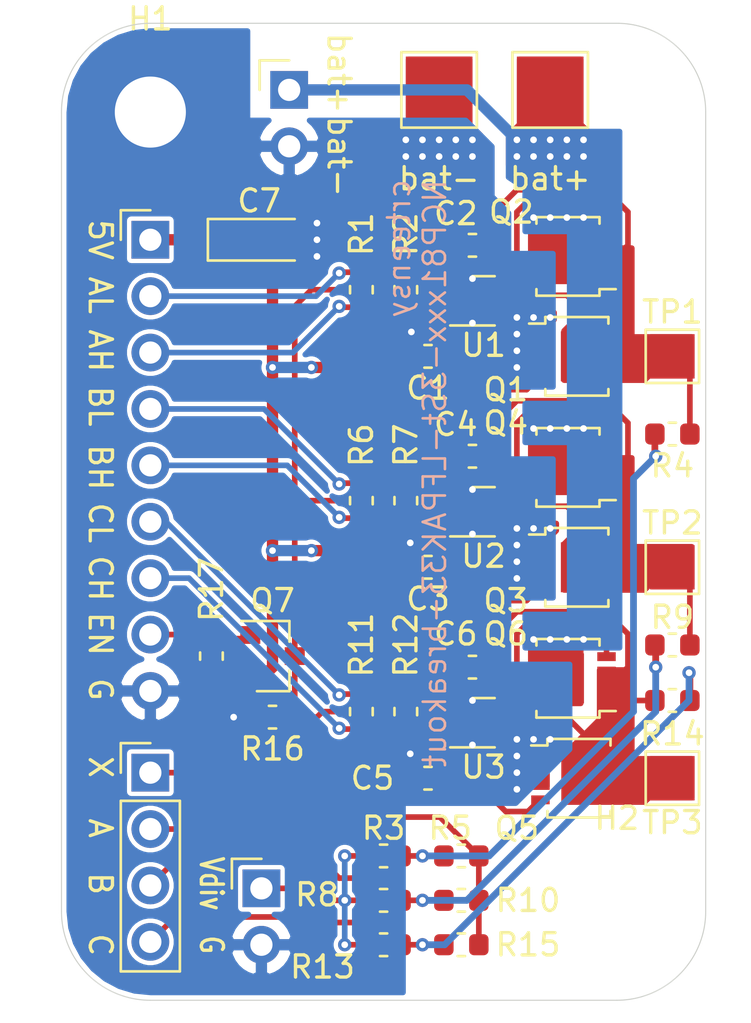
<source format=kicad_pcb>
(kicad_pcb (version 20171130) (host pcbnew 5.1.6-c6e7f7d~87~ubuntu18.04.1)

  (general
    (thickness 1.6)
    (drawings 28)
    (tracks 322)
    (zones 0)
    (modules 45)
    (nets 29)
  )

  (page A4)
  (layers
    (0 F.Cu signal)
    (31 B.Cu signal)
    (32 B.Adhes user)
    (33 F.Adhes user)
    (34 B.Paste user)
    (35 F.Paste user)
    (36 B.SilkS user)
    (37 F.SilkS user)
    (38 B.Mask user)
    (39 F.Mask user)
    (40 Dwgs.User user)
    (41 Cmts.User user)
    (42 Eco1.User user)
    (43 Eco2.User user)
    (44 Edge.Cuts user)
    (45 Margin user)
    (46 B.CrtYd user)
    (47 F.CrtYd user)
    (48 B.Fab user)
    (49 F.Fab user)
  )

  (setup
    (last_trace_width 0.25)
    (user_trace_width 0.1524)
    (user_trace_width 0.2032)
    (user_trace_width 0.254)
    (user_trace_width 0.3048)
    (user_trace_width 0.3556)
    (user_trace_width 0.4064)
    (user_trace_width 0.508)
    (trace_clearance 0.1)
    (zone_clearance 0.2)
    (zone_45_only no)
    (trace_min 0.2)
    (via_size 0.8)
    (via_drill 0.4)
    (via_min_size 0.5)
    (via_min_drill 0.2)
    (user_via 0.4 0.2)
    (user_via 0.5 0.25)
    (user_via 0.6 0.3)
    (user_via 0.8 0.4)
    (uvia_size 0.4)
    (uvia_drill 0.2)
    (uvias_allowed no)
    (uvia_min_size 0.4)
    (uvia_min_drill 0.2)
    (edge_width 0.05)
    (segment_width 0.2)
    (pcb_text_width 0.3)
    (pcb_text_size 1.5 1.5)
    (mod_edge_width 0.12)
    (mod_text_size 0.8 1)
    (mod_text_width 0.12)
    (pad_size 1.524 1.524)
    (pad_drill 0.762)
    (pad_to_mask_clearance 0.051)
    (solder_mask_min_width 0.05)
    (aux_axis_origin 0 0)
    (visible_elements FFFFFF7F)
    (pcbplotparams
      (layerselection 0x010fc_ffffffff)
      (usegerberextensions false)
      (usegerberattributes false)
      (usegerberadvancedattributes false)
      (creategerberjobfile false)
      (excludeedgelayer true)
      (linewidth 0.100000)
      (plotframeref false)
      (viasonmask false)
      (mode 1)
      (useauxorigin false)
      (hpglpennumber 1)
      (hpglpenspeed 20)
      (hpglpendiameter 15.000000)
      (psnegative false)
      (psa4output false)
      (plotreference true)
      (plotvalue true)
      (plotinvisibletext false)
      (padsonsilk false)
      (subtractmaskfromsilk false)
      (outputformat 1)
      (mirror false)
      (drillshape 1)
      (scaleselection 1)
      (outputdirectory ""))
  )

  (net 0 "")
  (net 1 GND)
  (net 2 +5V)
  (net 3 /OUT_A)
  (net 4 /BST_A)
  (net 5 /OUT_B)
  (net 6 /BST_B)
  (net 7 /OUT_C)
  (net 8 /BST_C)
  (net 9 +BATT)
  (net 10 /M_C)
  (net 11 /M_B)
  (net 12 /M_A)
  (net 13 /M_Y)
  (net 14 /VDIV_REF)
  (net 15 /in_EN)
  (net 16 /CH)
  (net 17 /CL)
  (net 18 /BH)
  (net 19 /BL)
  (net 20 /AH)
  (net 21 /AL)
  (net 22 /GL_A)
  (net 23 /GH_A)
  (net 24 /GL_B)
  (net 25 /GH_B)
  (net 26 /GL_C)
  (net 27 /GH_C)
  (net 28 /EN)

  (net_class Default "This is the default net class."
    (clearance 0.1)
    (trace_width 0.25)
    (via_dia 0.8)
    (via_drill 0.4)
    (uvia_dia 0.4)
    (uvia_drill 0.2)
    (add_net +5V)
    (add_net +BATT)
    (add_net /AH)
    (add_net /AL)
    (add_net /BH)
    (add_net /BL)
    (add_net /BST_A)
    (add_net /BST_B)
    (add_net /BST_C)
    (add_net /CH)
    (add_net /CL)
    (add_net /EN)
    (add_net /GH_A)
    (add_net /GH_B)
    (add_net /GH_C)
    (add_net /GL_A)
    (add_net /GL_B)
    (add_net /GL_C)
    (add_net /M_A)
    (add_net /M_B)
    (add_net /M_C)
    (add_net /M_Y)
    (add_net /OUT_A)
    (add_net /OUT_B)
    (add_net /OUT_C)
    (add_net /VDIV_REF)
    (add_net /in_EN)
    (add_net GND)
  )

  (module MountingHole:MountingHole_3.2mm_M3 (layer F.Cu) (tedit 56D1B4CB) (tstamp 6039BE5B)
    (at 182 98)
    (descr "Mounting Hole 3.2mm, no annular, M3")
    (tags "mounting hole 3.2mm no annular m3")
    (path /60DBE191)
    (attr virtual)
    (fp_text reference H2 (at 0 -4.2) (layer F.SilkS)
      (effects (font (size 1 1) (thickness 0.15)))
    )
    (fp_text value MountingHole (at 0 4.2) (layer F.Fab)
      (effects (font (size 1 1) (thickness 0.15)))
    )
    (fp_text user %R (at 0.3 0) (layer F.Fab)
      (effects (font (size 1 1) (thickness 0.15)))
    )
    (fp_circle (center 0 0) (end 3.2 0) (layer Cmts.User) (width 0.15))
    (fp_circle (center 0 0) (end 3.45 0) (layer F.CrtYd) (width 0.05))
    (pad 1 np_thru_hole circle (at 0 0) (size 3.2 3.2) (drill 3.2) (layers *.Cu *.Mask))
  )

  (module MountingHole:MountingHole_3.2mm_M3 (layer F.Cu) (tedit 56D1B4CB) (tstamp 6039BE53)
    (at 161 62)
    (descr "Mounting Hole 3.2mm, no annular, M3")
    (tags "mounting hole 3.2mm no annular m3")
    (path /60DBA222)
    (attr virtual)
    (fp_text reference H1 (at 0 -4.2) (layer F.SilkS)
      (effects (font (size 1 1) (thickness 0.15)))
    )
    (fp_text value MountingHole (at 0 4.2) (layer F.Fab)
      (effects (font (size 1 1) (thickness 0.15)))
    )
    (fp_text user %R (at 0.3 0) (layer F.Fab)
      (effects (font (size 1 1) (thickness 0.15)))
    )
    (fp_circle (center 0 0) (end 3.2 0) (layer Cmts.User) (width 0.15))
    (fp_circle (center 0 0) (end 3.45 0) (layer F.CrtYd) (width 0.05))
    (pad 1 np_thru_hole circle (at 0 0) (size 3.2 3.2) (drill 3.2) (layers *.Cu *.Mask))
  )

  (module Connector_PinHeader_2.54mm:PinHeader_1x02_P2.54mm_Vertical (layer F.Cu) (tedit 5F8A1B67) (tstamp 5F8AD381)
    (at 166 96.96)
    (descr "Through hole straight pin header, 1x02, 2.54mm pitch, single row")
    (tags "Through hole pin header THT 1x02 2.54mm single row")
    (path /5FAB3C16)
    (fp_text reference J2 (at 0 -2.33) (layer F.SilkS) hide
      (effects (font (size 1 1) (thickness 0.15)))
    )
    (fp_text value Conn_01x02_Male (at 0 4.87) (layer F.Fab)
      (effects (font (size 1 1) (thickness 0.15)))
    )
    (fp_line (start -0.635 -1.27) (end 1.27 -1.27) (layer F.Fab) (width 0.1))
    (fp_line (start 1.27 -1.27) (end 1.27 3.81) (layer F.Fab) (width 0.1))
    (fp_line (start 1.27 3.81) (end -1.27 3.81) (layer F.Fab) (width 0.1))
    (fp_line (start -1.27 3.81) (end -1.27 -0.635) (layer F.Fab) (width 0.1))
    (fp_line (start -1.27 -0.635) (end -0.635 -1.27) (layer F.Fab) (width 0.1))
    (fp_line (start -1.33 0) (end -1.33 -1.33) (layer F.SilkS) (width 0.12))
    (fp_line (start -1.33 -1.33) (end 0 -1.33) (layer F.SilkS) (width 0.12))
    (fp_line (start -1.8 -1.8) (end -1.8 4.35) (layer F.CrtYd) (width 0.05))
    (fp_line (start -1.8 4.35) (end 1.8 4.35) (layer F.CrtYd) (width 0.05))
    (fp_line (start 1.8 4.35) (end 1.8 -1.8) (layer F.CrtYd) (width 0.05))
    (fp_line (start 1.8 -1.8) (end -1.8 -1.8) (layer F.CrtYd) (width 0.05))
    (fp_text user %R (at 0 1.27 90) (layer F.Fab)
      (effects (font (size 1 1) (thickness 0.15)))
    )
    (pad 2 thru_hole oval (at 0 2.54) (size 1.7 1.7) (drill 1) (layers *.Cu *.Mask)
      (net 1 GND))
    (pad 1 thru_hole rect (at 0 0) (size 1.7 1.7) (drill 1) (layers *.Cu *.Mask)
      (net 14 /VDIV_REF))
    (model ${KISYS3DMOD}/Connector_PinHeader_2.54mm.3dshapes/PinHeader_1x02_P2.54mm_Vertical.wrl
      (at (xyz 0 0 0))
      (scale (xyz 1 1 1))
      (rotate (xyz 0 0 0))
    )
  )

  (module Connector_PinHeader_2.54mm:PinHeader_1x09_P2.54mm_Vertical (layer F.Cu) (tedit 5F8A1B58) (tstamp 5F8A5CEC)
    (at 161 67.75)
    (descr "Through hole straight pin header, 1x09, 2.54mm pitch, single row")
    (tags "Through hole pin header THT 1x09 2.54mm single row")
    (path /5F8D9B61)
    (fp_text reference J3 (at 0 -2.33) (layer F.SilkS) hide
      (effects (font (size 1 1) (thickness 0.15)))
    )
    (fp_text value Conn_01x09_Male (at 0 22.65) (layer F.Fab)
      (effects (font (size 1 1) (thickness 0.15)))
    )
    (fp_line (start -0.635 -1.27) (end 1.27 -1.27) (layer F.Fab) (width 0.1))
    (fp_line (start 1.27 -1.27) (end 1.27 21.59) (layer F.Fab) (width 0.1))
    (fp_line (start 1.27 21.59) (end -1.27 21.59) (layer F.Fab) (width 0.1))
    (fp_line (start -1.27 21.59) (end -1.27 -0.635) (layer F.Fab) (width 0.1))
    (fp_line (start -1.27 -0.635) (end -0.635 -1.27) (layer F.Fab) (width 0.1))
    (fp_line (start -1.33 0) (end -1.33 -1.33) (layer F.SilkS) (width 0.12))
    (fp_line (start -1.33 -1.33) (end 0 -1.33) (layer F.SilkS) (width 0.12))
    (fp_line (start -1.8 -1.8) (end -1.8 22.1) (layer F.CrtYd) (width 0.05))
    (fp_line (start -1.8 22.1) (end 1.8 22.1) (layer F.CrtYd) (width 0.05))
    (fp_line (start 1.8 22.1) (end 1.8 -1.8) (layer F.CrtYd) (width 0.05))
    (fp_line (start 1.8 -1.8) (end -1.8 -1.8) (layer F.CrtYd) (width 0.05))
    (fp_text user %R (at 0 10.16 90) (layer F.Fab)
      (effects (font (size 1 1) (thickness 0.15)))
    )
    (pad 9 thru_hole oval (at 0 20.32) (size 1.7 1.7) (drill 1) (layers *.Cu *.Mask)
      (net 1 GND))
    (pad 8 thru_hole oval (at 0 17.78) (size 1.7 1.7) (drill 1) (layers *.Cu *.Mask)
      (net 15 /in_EN))
    (pad 7 thru_hole oval (at 0 15.24) (size 1.7 1.7) (drill 1) (layers *.Cu *.Mask)
      (net 16 /CH))
    (pad 6 thru_hole oval (at 0 12.7) (size 1.7 1.7) (drill 1) (layers *.Cu *.Mask)
      (net 17 /CL))
    (pad 5 thru_hole oval (at 0 10.16) (size 1.7 1.7) (drill 1) (layers *.Cu *.Mask)
      (net 18 /BH))
    (pad 4 thru_hole oval (at 0 7.62) (size 1.7 1.7) (drill 1) (layers *.Cu *.Mask)
      (net 19 /BL))
    (pad 3 thru_hole oval (at 0 5.08) (size 1.7 1.7) (drill 1) (layers *.Cu *.Mask)
      (net 20 /AH))
    (pad 2 thru_hole oval (at 0 2.54) (size 1.7 1.7) (drill 1) (layers *.Cu *.Mask)
      (net 21 /AL))
    (pad 1 thru_hole rect (at 0 0) (size 1.7 1.7) (drill 1) (layers *.Cu *.Mask)
      (net 2 +5V))
    (model ${KISYS3DMOD}/Connector_PinHeader_2.54mm.3dshapes/PinHeader_1x09_P2.54mm_Vertical.wrl
      (at (xyz 0 0 0))
      (scale (xyz 1 1 1))
      (rotate (xyz 0 0 0))
    )
  )

  (module Connector_PinHeader_2.54mm:PinHeader_1x02_P2.54mm_Vertical (layer F.Cu) (tedit 5F8A1B47) (tstamp 5F8A5D02)
    (at 167.25 61)
    (descr "Through hole straight pin header, 1x02, 2.54mm pitch, single row")
    (tags "Through hole pin header THT 1x02 2.54mm single row")
    (path /5F8A7B09)
    (fp_text reference J4 (at 0 -2.33) (layer F.SilkS) hide
      (effects (font (size 1 1) (thickness 0.15)))
    )
    (fp_text value Conn_01x02_Male (at 0 4.87) (layer F.Fab)
      (effects (font (size 1 1) (thickness 0.15)))
    )
    (fp_line (start -0.635 -1.27) (end 1.27 -1.27) (layer F.Fab) (width 0.1))
    (fp_line (start 1.27 -1.27) (end 1.27 3.81) (layer F.Fab) (width 0.1))
    (fp_line (start 1.27 3.81) (end -1.27 3.81) (layer F.Fab) (width 0.1))
    (fp_line (start -1.27 3.81) (end -1.27 -0.635) (layer F.Fab) (width 0.1))
    (fp_line (start -1.27 -0.635) (end -0.635 -1.27) (layer F.Fab) (width 0.1))
    (fp_line (start -1.33 0) (end -1.33 -1.33) (layer F.SilkS) (width 0.12))
    (fp_line (start -1.33 -1.33) (end 0 -1.33) (layer F.SilkS) (width 0.12))
    (fp_line (start -1.8 -1.8) (end -1.8 4.35) (layer F.CrtYd) (width 0.05))
    (fp_line (start -1.8 4.35) (end 1.8 4.35) (layer F.CrtYd) (width 0.05))
    (fp_line (start 1.8 4.35) (end 1.8 -1.8) (layer F.CrtYd) (width 0.05))
    (fp_line (start 1.8 -1.8) (end -1.8 -1.8) (layer F.CrtYd) (width 0.05))
    (fp_text user %R (at 0 1.27 90) (layer F.Fab)
      (effects (font (size 1 1) (thickness 0.15)))
    )
    (pad 2 thru_hole oval (at 0 2.54) (size 1.7 1.7) (drill 1) (layers *.Cu *.Mask)
      (net 1 GND))
    (pad 1 thru_hole rect (at 0 0) (size 1.7 1.7) (drill 1) (layers *.Cu *.Mask)
      (net 9 +BATT))
    (model ${KISYS3DMOD}/Connector_PinHeader_2.54mm.3dshapes/PinHeader_1x02_P2.54mm_Vertical.wrl
      (at (xyz 0 0 0))
      (scale (xyz 1 1 1))
      (rotate (xyz 0 0 0))
    )
  )

  (module Resistor_SMD:R_0603_1608Metric (layer F.Cu) (tedit 5B301BBD) (tstamp 5F8A5E50)
    (at 175 95.5 180)
    (descr "Resistor SMD 0603 (1608 Metric), square (rectangular) end terminal, IPC_7351 nominal, (Body size source: http://www.tortai-tech.com/upload/download/2011102023233369053.pdf), generated with kicad-footprint-generator")
    (tags resistor)
    (path /5F8CE22B)
    (attr smd)
    (fp_text reference R5 (at 0.5 1.25) (layer F.SilkS)
      (effects (font (size 1 1) (thickness 0.15)))
    )
    (fp_text value 2k2 (at 0 1.43) (layer F.Fab)
      (effects (font (size 1 1) (thickness 0.15)))
    )
    (fp_line (start -0.8 0.4) (end -0.8 -0.4) (layer F.Fab) (width 0.1))
    (fp_line (start -0.8 -0.4) (end 0.8 -0.4) (layer F.Fab) (width 0.1))
    (fp_line (start 0.8 -0.4) (end 0.8 0.4) (layer F.Fab) (width 0.1))
    (fp_line (start 0.8 0.4) (end -0.8 0.4) (layer F.Fab) (width 0.1))
    (fp_line (start -0.162779 -0.51) (end 0.162779 -0.51) (layer F.SilkS) (width 0.12))
    (fp_line (start -0.162779 0.51) (end 0.162779 0.51) (layer F.SilkS) (width 0.12))
    (fp_line (start -1.48 0.73) (end -1.48 -0.73) (layer F.CrtYd) (width 0.05))
    (fp_line (start -1.48 -0.73) (end 1.48 -0.73) (layer F.CrtYd) (width 0.05))
    (fp_line (start 1.48 -0.73) (end 1.48 0.73) (layer F.CrtYd) (width 0.05))
    (fp_line (start 1.48 0.73) (end -1.48 0.73) (layer F.CrtYd) (width 0.05))
    (fp_text user %R (at 0 0) (layer F.Fab)
      (effects (font (size 0.4 0.4) (thickness 0.06)))
    )
    (pad 2 smd roundrect (at 0.7875 0 180) (size 0.875 0.95) (layers F.Cu F.Paste F.Mask) (roundrect_rratio 0.25)
      (net 12 /M_A))
    (pad 1 smd roundrect (at -0.7875 0 180) (size 0.875 0.95) (layers F.Cu F.Paste F.Mask) (roundrect_rratio 0.25)
      (net 13 /M_Y))
    (model ${KISYS3DMOD}/Resistor_SMD.3dshapes/R_0603_1608Metric.wrl
      (at (xyz 0 0 0))
      (scale (xyz 1 1 1))
      (rotate (xyz 0 0 0))
    )
  )

  (module Package_DFN_QFN:DFN-8-1EP_2x2mm_P0.5mm_EP0.9x1.3mm (layer F.Cu) (tedit 5DC5F54E) (tstamp 5F8A5FB9)
    (at 175.5 89.5)
    (descr "DFN, 8 Pin (https://www.onsemi.com/pub/Collateral/NB3N551-D.PDF#page=7), generated with kicad-footprint-generator ipc_noLead_generator.py")
    (tags "DFN NoLead")
    (path /5F9BB09C)
    (attr smd)
    (fp_text reference U3 (at 0.5 2) (layer F.SilkS)
      (effects (font (size 1 1) (thickness 0.15)))
    )
    (fp_text value NCP81253MNTBG (at 0 1.95) (layer F.Fab)
      (effects (font (size 1 1) (thickness 0.15)))
    )
    (fp_line (start 0 -1.11) (end 1 -1.11) (layer F.SilkS) (width 0.12))
    (fp_line (start -1 1.11) (end 1 1.11) (layer F.SilkS) (width 0.12))
    (fp_line (start -0.5 -1) (end 1 -1) (layer F.Fab) (width 0.1))
    (fp_line (start 1 -1) (end 1 1) (layer F.Fab) (width 0.1))
    (fp_line (start 1 1) (end -1 1) (layer F.Fab) (width 0.1))
    (fp_line (start -1 1) (end -1 -0.5) (layer F.Fab) (width 0.1))
    (fp_line (start -1 -0.5) (end -0.5 -1) (layer F.Fab) (width 0.1))
    (fp_line (start -1.6 -1.25) (end -1.6 1.25) (layer F.CrtYd) (width 0.05))
    (fp_line (start -1.6 1.25) (end 1.6 1.25) (layer F.CrtYd) (width 0.05))
    (fp_line (start 1.6 1.25) (end 1.6 -1.25) (layer F.CrtYd) (width 0.05))
    (fp_line (start 1.6 -1.25) (end -1.6 -1.25) (layer F.CrtYd) (width 0.05))
    (fp_text user %R (at 0 0) (layer F.Fab)
      (effects (font (size 0.5 0.5) (thickness 0.08)))
    )
    (pad "" smd roundrect (at 0.225 0.325) (size 0.36 0.52) (layers F.Paste) (roundrect_rratio 0.25))
    (pad "" smd roundrect (at 0.225 -0.325) (size 0.36 0.52) (layers F.Paste) (roundrect_rratio 0.25))
    (pad "" smd roundrect (at -0.225 0.325) (size 0.36 0.52) (layers F.Paste) (roundrect_rratio 0.25))
    (pad "" smd roundrect (at -0.225 -0.325) (size 0.36 0.52) (layers F.Paste) (roundrect_rratio 0.25))
    (pad 9 smd rect (at 0 0) (size 0.9 1.3) (layers F.Cu F.Mask)
      (net 1 GND))
    (pad 8 smd roundrect (at 1 -0.75) (size 0.7 0.25) (layers F.Cu F.Paste F.Mask) (roundrect_rratio 0.25)
      (net 27 /GH_C))
    (pad 7 smd roundrect (at 1 -0.25) (size 0.7 0.25) (layers F.Cu F.Paste F.Mask) (roundrect_rratio 0.25)
      (net 7 /OUT_C))
    (pad 6 smd roundrect (at 1 0.25) (size 0.7 0.25) (layers F.Cu F.Paste F.Mask) (roundrect_rratio 0.25)
      (net 1 GND))
    (pad 5 smd roundrect (at 1 0.75) (size 0.7 0.25) (layers F.Cu F.Paste F.Mask) (roundrect_rratio 0.25)
      (net 26 /GL_C))
    (pad 4 smd roundrect (at -1 0.75) (size 0.7 0.25) (layers F.Cu F.Paste F.Mask) (roundrect_rratio 0.25)
      (net 2 +5V))
    (pad 3 smd roundrect (at -1 0.25) (size 0.7 0.25) (layers F.Cu F.Paste F.Mask) (roundrect_rratio 0.25)
      (net 28 /EN))
    (pad 2 smd roundrect (at -1 -0.25) (size 0.7 0.25) (layers F.Cu F.Paste F.Mask) (roundrect_rratio 0.25)
      (net 17 /CL))
    (pad 1 smd roundrect (at -1 -0.75) (size 0.7 0.25) (layers F.Cu F.Paste F.Mask) (roundrect_rratio 0.25)
      (net 8 /BST_C))
    (model ${KISYS3DMOD}/Package_DFN_QFN.3dshapes/DFN-8-1EP_2x2mm_P0.5mm_EP0.9x1.3mm.wrl
      (at (xyz 0 0 0))
      (scale (xyz 1 1 1))
      (rotate (xyz 0 0 0))
    )
  )

  (module Package_DFN_QFN:DFN-8-1EP_2x2mm_P0.5mm_EP0.9x1.3mm (layer F.Cu) (tedit 5DC5F54E) (tstamp 5F8A5F9C)
    (at 175.5 80)
    (descr "DFN, 8 Pin (https://www.onsemi.com/pub/Collateral/NB3N551-D.PDF#page=7), generated with kicad-footprint-generator ipc_noLead_generator.py")
    (tags "DFN NoLead")
    (path /5F99BA6B)
    (attr smd)
    (fp_text reference U2 (at 0.5 2) (layer F.SilkS)
      (effects (font (size 1 1) (thickness 0.15)))
    )
    (fp_text value NCP81253MNTBG (at 0 1.95) (layer F.Fab)
      (effects (font (size 1 1) (thickness 0.15)))
    )
    (fp_line (start 0 -1.11) (end 1 -1.11) (layer F.SilkS) (width 0.12))
    (fp_line (start -1 1.11) (end 1 1.11) (layer F.SilkS) (width 0.12))
    (fp_line (start -0.5 -1) (end 1 -1) (layer F.Fab) (width 0.1))
    (fp_line (start 1 -1) (end 1 1) (layer F.Fab) (width 0.1))
    (fp_line (start 1 1) (end -1 1) (layer F.Fab) (width 0.1))
    (fp_line (start -1 1) (end -1 -0.5) (layer F.Fab) (width 0.1))
    (fp_line (start -1 -0.5) (end -0.5 -1) (layer F.Fab) (width 0.1))
    (fp_line (start -1.6 -1.25) (end -1.6 1.25) (layer F.CrtYd) (width 0.05))
    (fp_line (start -1.6 1.25) (end 1.6 1.25) (layer F.CrtYd) (width 0.05))
    (fp_line (start 1.6 1.25) (end 1.6 -1.25) (layer F.CrtYd) (width 0.05))
    (fp_line (start 1.6 -1.25) (end -1.6 -1.25) (layer F.CrtYd) (width 0.05))
    (fp_text user %R (at 0 0) (layer F.Fab)
      (effects (font (size 0.5 0.5) (thickness 0.08)))
    )
    (pad "" smd roundrect (at 0.225 0.325) (size 0.36 0.52) (layers F.Paste) (roundrect_rratio 0.25))
    (pad "" smd roundrect (at 0.225 -0.325) (size 0.36 0.52) (layers F.Paste) (roundrect_rratio 0.25))
    (pad "" smd roundrect (at -0.225 0.325) (size 0.36 0.52) (layers F.Paste) (roundrect_rratio 0.25))
    (pad "" smd roundrect (at -0.225 -0.325) (size 0.36 0.52) (layers F.Paste) (roundrect_rratio 0.25))
    (pad 9 smd rect (at 0 0) (size 0.9 1.3) (layers F.Cu F.Mask)
      (net 1 GND))
    (pad 8 smd roundrect (at 1 -0.75) (size 0.7 0.25) (layers F.Cu F.Paste F.Mask) (roundrect_rratio 0.25)
      (net 25 /GH_B))
    (pad 7 smd roundrect (at 1 -0.25) (size 0.7 0.25) (layers F.Cu F.Paste F.Mask) (roundrect_rratio 0.25)
      (net 5 /OUT_B))
    (pad 6 smd roundrect (at 1 0.25) (size 0.7 0.25) (layers F.Cu F.Paste F.Mask) (roundrect_rratio 0.25)
      (net 1 GND))
    (pad 5 smd roundrect (at 1 0.75) (size 0.7 0.25) (layers F.Cu F.Paste F.Mask) (roundrect_rratio 0.25)
      (net 24 /GL_B))
    (pad 4 smd roundrect (at -1 0.75) (size 0.7 0.25) (layers F.Cu F.Paste F.Mask) (roundrect_rratio 0.25)
      (net 2 +5V))
    (pad 3 smd roundrect (at -1 0.25) (size 0.7 0.25) (layers F.Cu F.Paste F.Mask) (roundrect_rratio 0.25)
      (net 28 /EN))
    (pad 2 smd roundrect (at -1 -0.25) (size 0.7 0.25) (layers F.Cu F.Paste F.Mask) (roundrect_rratio 0.25)
      (net 19 /BL))
    (pad 1 smd roundrect (at -1 -0.75) (size 0.7 0.25) (layers F.Cu F.Paste F.Mask) (roundrect_rratio 0.25)
      (net 6 /BST_B))
    (model ${KISYS3DMOD}/Package_DFN_QFN.3dshapes/DFN-8-1EP_2x2mm_P0.5mm_EP0.9x1.3mm.wrl
      (at (xyz 0 0 0))
      (scale (xyz 1 1 1))
      (rotate (xyz 0 0 0))
    )
  )

  (module Package_DFN_QFN:DFN-8-1EP_2x2mm_P0.5mm_EP0.9x1.3mm (layer F.Cu) (tedit 5DC5F54E) (tstamp 5F8A5F7F)
    (at 175.5 70.5)
    (descr "DFN, 8 Pin (https://www.onsemi.com/pub/Collateral/NB3N551-D.PDF#page=7), generated with kicad-footprint-generator ipc_noLead_generator.py")
    (tags "DFN NoLead")
    (path /5F8A46F3)
    (attr smd)
    (fp_text reference U1 (at 0.5 2) (layer F.SilkS)
      (effects (font (size 1 1) (thickness 0.15)))
    )
    (fp_text value NCP81253MNTBG (at 0 1.95) (layer F.Fab)
      (effects (font (size 1 1) (thickness 0.15)))
    )
    (fp_line (start 0 -1.11) (end 1 -1.11) (layer F.SilkS) (width 0.12))
    (fp_line (start -1 1.11) (end 1 1.11) (layer F.SilkS) (width 0.12))
    (fp_line (start -0.5 -1) (end 1 -1) (layer F.Fab) (width 0.1))
    (fp_line (start 1 -1) (end 1 1) (layer F.Fab) (width 0.1))
    (fp_line (start 1 1) (end -1 1) (layer F.Fab) (width 0.1))
    (fp_line (start -1 1) (end -1 -0.5) (layer F.Fab) (width 0.1))
    (fp_line (start -1 -0.5) (end -0.5 -1) (layer F.Fab) (width 0.1))
    (fp_line (start -1.6 -1.25) (end -1.6 1.25) (layer F.CrtYd) (width 0.05))
    (fp_line (start -1.6 1.25) (end 1.6 1.25) (layer F.CrtYd) (width 0.05))
    (fp_line (start 1.6 1.25) (end 1.6 -1.25) (layer F.CrtYd) (width 0.05))
    (fp_line (start 1.6 -1.25) (end -1.6 -1.25) (layer F.CrtYd) (width 0.05))
    (fp_text user %R (at 0 0) (layer F.Fab)
      (effects (font (size 0.5 0.5) (thickness 0.08)))
    )
    (pad "" smd roundrect (at 0.225 0.325) (size 0.36 0.52) (layers F.Paste) (roundrect_rratio 0.25))
    (pad "" smd roundrect (at 0.225 -0.325) (size 0.36 0.52) (layers F.Paste) (roundrect_rratio 0.25))
    (pad "" smd roundrect (at -0.225 0.325) (size 0.36 0.52) (layers F.Paste) (roundrect_rratio 0.25))
    (pad "" smd roundrect (at -0.225 -0.325) (size 0.36 0.52) (layers F.Paste) (roundrect_rratio 0.25))
    (pad 9 smd rect (at 0 0) (size 0.9 1.3) (layers F.Cu F.Mask)
      (net 1 GND))
    (pad 8 smd roundrect (at 1 -0.75) (size 0.7 0.25) (layers F.Cu F.Paste F.Mask) (roundrect_rratio 0.25)
      (net 23 /GH_A))
    (pad 7 smd roundrect (at 1 -0.25) (size 0.7 0.25) (layers F.Cu F.Paste F.Mask) (roundrect_rratio 0.25)
      (net 3 /OUT_A))
    (pad 6 smd roundrect (at 1 0.25) (size 0.7 0.25) (layers F.Cu F.Paste F.Mask) (roundrect_rratio 0.25)
      (net 1 GND))
    (pad 5 smd roundrect (at 1 0.75) (size 0.7 0.25) (layers F.Cu F.Paste F.Mask) (roundrect_rratio 0.25)
      (net 22 /GL_A))
    (pad 4 smd roundrect (at -1 0.75) (size 0.7 0.25) (layers F.Cu F.Paste F.Mask) (roundrect_rratio 0.25)
      (net 2 +5V))
    (pad 3 smd roundrect (at -1 0.25) (size 0.7 0.25) (layers F.Cu F.Paste F.Mask) (roundrect_rratio 0.25)
      (net 28 /EN))
    (pad 2 smd roundrect (at -1 -0.25) (size 0.7 0.25) (layers F.Cu F.Paste F.Mask) (roundrect_rratio 0.25)
      (net 21 /AL))
    (pad 1 smd roundrect (at -1 -0.75) (size 0.7 0.25) (layers F.Cu F.Paste F.Mask) (roundrect_rratio 0.25)
      (net 4 /BST_A))
    (model ${KISYS3DMOD}/Package_DFN_QFN.3dshapes/DFN-8-1EP_2x2mm_P0.5mm_EP0.9x1.3mm.wrl
      (at (xyz 0 0 0))
      (scale (xyz 1 1 1))
      (rotate (xyz 0 0 0))
    )
  )

  (module TestPoint:TestPoint_Pad_3.0x3.0mm (layer F.Cu) (tedit 5A0F774F) (tstamp 5F8ADB2B)
    (at 174 61)
    (descr "SMD rectangular pad as test Point, square 3.0mm side length")
    (tags "test point SMD pad rectangle square")
    (path /5FC22169)
    (attr virtual)
    (fp_text reference TP5 (at 0 -2.398) (layer F.SilkS) hide
      (effects (font (size 1 1) (thickness 0.15)))
    )
    (fp_text value TestPoint (at 0 2.55) (layer F.Fab)
      (effects (font (size 1 1) (thickness 0.15)))
    )
    (fp_line (start -1.7 -1.7) (end 1.7 -1.7) (layer F.SilkS) (width 0.12))
    (fp_line (start 1.7 -1.7) (end 1.7 1.7) (layer F.SilkS) (width 0.12))
    (fp_line (start 1.7 1.7) (end -1.7 1.7) (layer F.SilkS) (width 0.12))
    (fp_line (start -1.7 1.7) (end -1.7 -1.7) (layer F.SilkS) (width 0.12))
    (fp_line (start -2 -2) (end 2 -2) (layer F.CrtYd) (width 0.05))
    (fp_line (start -2 -2) (end -2 2) (layer F.CrtYd) (width 0.05))
    (fp_line (start 2 2) (end 2 -2) (layer F.CrtYd) (width 0.05))
    (fp_line (start 2 2) (end -2 2) (layer F.CrtYd) (width 0.05))
    (fp_text user %R (at 0 -2.4) (layer F.Fab)
      (effects (font (size 1 1) (thickness 0.15)))
    )
    (pad 1 smd rect (at 0 0) (size 3 3) (layers F.Cu F.Mask)
      (net 1 GND))
  )

  (module TestPoint:TestPoint_Pad_3.0x3.0mm (layer F.Cu) (tedit 5A0F774F) (tstamp 5F8ADB52)
    (at 179 61)
    (descr "SMD rectangular pad as test Point, square 3.0mm side length")
    (tags "test point SMD pad rectangle square")
    (path /5FC213E4)
    (attr virtual)
    (fp_text reference TP4 (at 0 -2.398) (layer F.SilkS) hide
      (effects (font (size 1 1) (thickness 0.15)))
    )
    (fp_text value TestPoint (at 0 2.55) (layer F.Fab)
      (effects (font (size 1 1) (thickness 0.15)))
    )
    (fp_line (start -1.7 -1.7) (end 1.7 -1.7) (layer F.SilkS) (width 0.12))
    (fp_line (start 1.7 -1.7) (end 1.7 1.7) (layer F.SilkS) (width 0.12))
    (fp_line (start 1.7 1.7) (end -1.7 1.7) (layer F.SilkS) (width 0.12))
    (fp_line (start -1.7 1.7) (end -1.7 -1.7) (layer F.SilkS) (width 0.12))
    (fp_line (start -2 -2) (end 2 -2) (layer F.CrtYd) (width 0.05))
    (fp_line (start -2 -2) (end -2 2) (layer F.CrtYd) (width 0.05))
    (fp_line (start 2 2) (end 2 -2) (layer F.CrtYd) (width 0.05))
    (fp_line (start 2 2) (end -2 2) (layer F.CrtYd) (width 0.05))
    (fp_text user %R (at 0 -2.4) (layer F.Fab)
      (effects (font (size 1 1) (thickness 0.15)))
    )
    (pad 1 smd rect (at 0 0) (size 3 3) (layers F.Cu F.Mask)
      (net 9 +BATT))
  )

  (module TestPoint:TestPoint_Pad_2.0x2.0mm (layer F.Cu) (tedit 5A0F774F) (tstamp 5F8A5F46)
    (at 184.5 92)
    (descr "SMD rectangular pad as test Point, square 2.0mm side length")
    (tags "test point SMD pad rectangle square")
    (path /5F9BB130)
    (attr virtual)
    (fp_text reference TP3 (at 0 2) (layer F.SilkS)
      (effects (font (size 1 1) (thickness 0.15)))
    )
    (fp_text value TestPoint (at 0 2.05) (layer F.Fab)
      (effects (font (size 1 1) (thickness 0.15)))
    )
    (fp_line (start -1.2 -1.2) (end 1.2 -1.2) (layer F.SilkS) (width 0.12))
    (fp_line (start 1.2 -1.2) (end 1.2 1.2) (layer F.SilkS) (width 0.12))
    (fp_line (start 1.2 1.2) (end -1.2 1.2) (layer F.SilkS) (width 0.12))
    (fp_line (start -1.2 1.2) (end -1.2 -1.2) (layer F.SilkS) (width 0.12))
    (fp_line (start -1.5 -1.5) (end 1.5 -1.5) (layer F.CrtYd) (width 0.05))
    (fp_line (start -1.5 -1.5) (end -1.5 1.5) (layer F.CrtYd) (width 0.05))
    (fp_line (start 1.5 1.5) (end 1.5 -1.5) (layer F.CrtYd) (width 0.05))
    (fp_line (start 1.5 1.5) (end -1.5 1.5) (layer F.CrtYd) (width 0.05))
    (fp_text user %R (at 0 -2) (layer F.Fab)
      (effects (font (size 1 1) (thickness 0.15)))
    )
    (pad 1 smd rect (at 0 0) (size 2 2) (layers F.Cu F.Mask)
      (net 7 /OUT_C))
  )

  (module TestPoint:TestPoint_Pad_2.0x2.0mm (layer F.Cu) (tedit 5A0F774F) (tstamp 5F8A5F38)
    (at 184.5 82.5)
    (descr "SMD rectangular pad as test Point, square 2.0mm side length")
    (tags "test point SMD pad rectangle square")
    (path /5F99BAFF)
    (attr virtual)
    (fp_text reference TP2 (at 0 -1.998) (layer F.SilkS)
      (effects (font (size 1 1) (thickness 0.15)))
    )
    (fp_text value TestPoint (at 0 2.05) (layer F.Fab)
      (effects (font (size 1 1) (thickness 0.15)))
    )
    (fp_line (start -1.2 -1.2) (end 1.2 -1.2) (layer F.SilkS) (width 0.12))
    (fp_line (start 1.2 -1.2) (end 1.2 1.2) (layer F.SilkS) (width 0.12))
    (fp_line (start 1.2 1.2) (end -1.2 1.2) (layer F.SilkS) (width 0.12))
    (fp_line (start -1.2 1.2) (end -1.2 -1.2) (layer F.SilkS) (width 0.12))
    (fp_line (start -1.5 -1.5) (end 1.5 -1.5) (layer F.CrtYd) (width 0.05))
    (fp_line (start -1.5 -1.5) (end -1.5 1.5) (layer F.CrtYd) (width 0.05))
    (fp_line (start 1.5 1.5) (end 1.5 -1.5) (layer F.CrtYd) (width 0.05))
    (fp_line (start 1.5 1.5) (end -1.5 1.5) (layer F.CrtYd) (width 0.05))
    (fp_text user %R (at 0 -2) (layer F.Fab)
      (effects (font (size 1 1) (thickness 0.15)))
    )
    (pad 1 smd rect (at 0 0) (size 2 2) (layers F.Cu F.Mask)
      (net 5 /OUT_B))
  )

  (module TestPoint:TestPoint_Pad_2.0x2.0mm (layer F.Cu) (tedit 5A0F774F) (tstamp 5F8A5F2A)
    (at 184.5 73)
    (descr "SMD rectangular pad as test Point, square 2.0mm side length")
    (tags "test point SMD pad rectangle square")
    (path /5F8DC971)
    (attr virtual)
    (fp_text reference TP1 (at 0 -1.998) (layer F.SilkS)
      (effects (font (size 1 1) (thickness 0.15)))
    )
    (fp_text value TestPoint (at 0 2.05) (layer F.Fab)
      (effects (font (size 1 1) (thickness 0.15)))
    )
    (fp_line (start -1.2 -1.2) (end 1.2 -1.2) (layer F.SilkS) (width 0.12))
    (fp_line (start 1.2 -1.2) (end 1.2 1.2) (layer F.SilkS) (width 0.12))
    (fp_line (start 1.2 1.2) (end -1.2 1.2) (layer F.SilkS) (width 0.12))
    (fp_line (start -1.2 1.2) (end -1.2 -1.2) (layer F.SilkS) (width 0.12))
    (fp_line (start -1.5 -1.5) (end 1.5 -1.5) (layer F.CrtYd) (width 0.05))
    (fp_line (start -1.5 -1.5) (end -1.5 1.5) (layer F.CrtYd) (width 0.05))
    (fp_line (start 1.5 1.5) (end 1.5 -1.5) (layer F.CrtYd) (width 0.05))
    (fp_line (start 1.5 1.5) (end -1.5 1.5) (layer F.CrtYd) (width 0.05))
    (fp_text user %R (at 0 -2) (layer F.Fab)
      (effects (font (size 1 1) (thickness 0.15)))
    )
    (pad 1 smd rect (at 0 0) (size 2 2) (layers F.Cu F.Mask)
      (net 3 /OUT_A))
  )

  (module Resistor_SMD:R_0603_1608Metric (layer F.Cu) (tedit 5B301BBD) (tstamp 5F8A5F1C)
    (at 163.75 86.5 90)
    (descr "Resistor SMD 0603 (1608 Metric), square (rectangular) end terminal, IPC_7351 nominal, (Body size source: http://www.tortai-tech.com/upload/download/2011102023233369053.pdf), generated with kicad-footprint-generator")
    (tags resistor)
    (path /5F8D5675)
    (attr smd)
    (fp_text reference R17 (at 3 0 90) (layer F.SilkS)
      (effects (font (size 1 1) (thickness 0.15)))
    )
    (fp_text value 2k7 (at 0 1.43 90) (layer F.Fab)
      (effects (font (size 1 1) (thickness 0.15)))
    )
    (fp_line (start -0.8 0.4) (end -0.8 -0.4) (layer F.Fab) (width 0.1))
    (fp_line (start -0.8 -0.4) (end 0.8 -0.4) (layer F.Fab) (width 0.1))
    (fp_line (start 0.8 -0.4) (end 0.8 0.4) (layer F.Fab) (width 0.1))
    (fp_line (start 0.8 0.4) (end -0.8 0.4) (layer F.Fab) (width 0.1))
    (fp_line (start -0.162779 -0.51) (end 0.162779 -0.51) (layer F.SilkS) (width 0.12))
    (fp_line (start -0.162779 0.51) (end 0.162779 0.51) (layer F.SilkS) (width 0.12))
    (fp_line (start -1.48 0.73) (end -1.48 -0.73) (layer F.CrtYd) (width 0.05))
    (fp_line (start -1.48 -0.73) (end 1.48 -0.73) (layer F.CrtYd) (width 0.05))
    (fp_line (start 1.48 -0.73) (end 1.48 0.73) (layer F.CrtYd) (width 0.05))
    (fp_line (start 1.48 0.73) (end -1.48 0.73) (layer F.CrtYd) (width 0.05))
    (fp_text user %R (at 0 0 90) (layer F.Fab)
      (effects (font (size 0.4 0.4) (thickness 0.06)))
    )
    (pad 2 smd roundrect (at 0.7875 0 90) (size 0.875 0.95) (layers F.Cu F.Paste F.Mask) (roundrect_rratio 0.25)
      (net 15 /in_EN))
    (pad 1 smd roundrect (at -0.7875 0 90) (size 0.875 0.95) (layers F.Cu F.Paste F.Mask) (roundrect_rratio 0.25)
      (net 2 +5V))
    (model ${KISYS3DMOD}/Resistor_SMD.3dshapes/R_0603_1608Metric.wrl
      (at (xyz 0 0 0))
      (scale (xyz 1 1 1))
      (rotate (xyz 0 0 0))
    )
  )

  (module Resistor_SMD:R_0603_1608Metric (layer F.Cu) (tedit 5B301BBD) (tstamp 5F8A5F0B)
    (at 166.5 89.25 180)
    (descr "Resistor SMD 0603 (1608 Metric), square (rectangular) end terminal, IPC_7351 nominal, (Body size source: http://www.tortai-tech.com/upload/download/2011102023233369053.pdf), generated with kicad-footprint-generator")
    (tags resistor)
    (path /5FCE88C1)
    (attr smd)
    (fp_text reference R16 (at 0 -1.43) (layer F.SilkS)
      (effects (font (size 1 1) (thickness 0.15)))
    )
    (fp_text value 2k7 (at 0 1.43) (layer F.Fab)
      (effects (font (size 1 1) (thickness 0.15)))
    )
    (fp_line (start -0.8 0.4) (end -0.8 -0.4) (layer F.Fab) (width 0.1))
    (fp_line (start -0.8 -0.4) (end 0.8 -0.4) (layer F.Fab) (width 0.1))
    (fp_line (start 0.8 -0.4) (end 0.8 0.4) (layer F.Fab) (width 0.1))
    (fp_line (start 0.8 0.4) (end -0.8 0.4) (layer F.Fab) (width 0.1))
    (fp_line (start -0.162779 -0.51) (end 0.162779 -0.51) (layer F.SilkS) (width 0.12))
    (fp_line (start -0.162779 0.51) (end 0.162779 0.51) (layer F.SilkS) (width 0.12))
    (fp_line (start -1.48 0.73) (end -1.48 -0.73) (layer F.CrtYd) (width 0.05))
    (fp_line (start -1.48 -0.73) (end 1.48 -0.73) (layer F.CrtYd) (width 0.05))
    (fp_line (start 1.48 -0.73) (end 1.48 0.73) (layer F.CrtYd) (width 0.05))
    (fp_line (start 1.48 0.73) (end -1.48 0.73) (layer F.CrtYd) (width 0.05))
    (fp_text user %R (at 0 0) (layer F.Fab)
      (effects (font (size 0.4 0.4) (thickness 0.06)))
    )
    (pad 2 smd roundrect (at 0.7875 0 180) (size 0.875 0.95) (layers F.Cu F.Paste F.Mask) (roundrect_rratio 0.25)
      (net 1 GND))
    (pad 1 smd roundrect (at -0.7875 0 180) (size 0.875 0.95) (layers F.Cu F.Paste F.Mask) (roundrect_rratio 0.25)
      (net 28 /EN))
    (model ${KISYS3DMOD}/Resistor_SMD.3dshapes/R_0603_1608Metric.wrl
      (at (xyz 0 0 0))
      (scale (xyz 1 1 1))
      (rotate (xyz 0 0 0))
    )
  )

  (module Resistor_SMD:R_0603_1608Metric (layer F.Cu) (tedit 5B301BBD) (tstamp 5F8A5EFA)
    (at 175 99.5 180)
    (descr "Resistor SMD 0603 (1608 Metric), square (rectangular) end terminal, IPC_7351 nominal, (Body size source: http://www.tortai-tech.com/upload/download/2011102023233369053.pdf), generated with kicad-footprint-generator")
    (tags resistor)
    (path /5F9BB108)
    (attr smd)
    (fp_text reference R15 (at -3 0) (layer F.SilkS)
      (effects (font (size 1 1) (thickness 0.15)))
    )
    (fp_text value 2k2 (at 0 1.43) (layer F.Fab)
      (effects (font (size 1 1) (thickness 0.15)))
    )
    (fp_line (start -0.8 0.4) (end -0.8 -0.4) (layer F.Fab) (width 0.1))
    (fp_line (start -0.8 -0.4) (end 0.8 -0.4) (layer F.Fab) (width 0.1))
    (fp_line (start 0.8 -0.4) (end 0.8 0.4) (layer F.Fab) (width 0.1))
    (fp_line (start 0.8 0.4) (end -0.8 0.4) (layer F.Fab) (width 0.1))
    (fp_line (start -0.162779 -0.51) (end 0.162779 -0.51) (layer F.SilkS) (width 0.12))
    (fp_line (start -0.162779 0.51) (end 0.162779 0.51) (layer F.SilkS) (width 0.12))
    (fp_line (start -1.48 0.73) (end -1.48 -0.73) (layer F.CrtYd) (width 0.05))
    (fp_line (start -1.48 -0.73) (end 1.48 -0.73) (layer F.CrtYd) (width 0.05))
    (fp_line (start 1.48 -0.73) (end 1.48 0.73) (layer F.CrtYd) (width 0.05))
    (fp_line (start 1.48 0.73) (end -1.48 0.73) (layer F.CrtYd) (width 0.05))
    (fp_text user %R (at 0 0) (layer F.Fab)
      (effects (font (size 0.4 0.4) (thickness 0.06)))
    )
    (pad 2 smd roundrect (at 0.7875 0 180) (size 0.875 0.95) (layers F.Cu F.Paste F.Mask) (roundrect_rratio 0.25)
      (net 10 /M_C))
    (pad 1 smd roundrect (at -0.7875 0 180) (size 0.875 0.95) (layers F.Cu F.Paste F.Mask) (roundrect_rratio 0.25)
      (net 13 /M_Y))
    (model ${KISYS3DMOD}/Resistor_SMD.3dshapes/R_0603_1608Metric.wrl
      (at (xyz 0 0 0))
      (scale (xyz 1 1 1))
      (rotate (xyz 0 0 0))
    )
  )

  (module Resistor_SMD:R_0603_1608Metric (layer F.Cu) (tedit 5B301BBD) (tstamp 5F8AC5D0)
    (at 184.5 88.5)
    (descr "Resistor SMD 0603 (1608 Metric), square (rectangular) end terminal, IPC_7351 nominal, (Body size source: http://www.tortai-tech.com/upload/download/2011102023233369053.pdf), generated with kicad-footprint-generator")
    (tags resistor)
    (path /5F9BB112)
    (attr smd)
    (fp_text reference R14 (at 0 1.5) (layer F.SilkS)
      (effects (font (size 1 1) (thickness 0.15)))
    )
    (fp_text value 10k (at 0 1.43) (layer F.Fab)
      (effects (font (size 1 1) (thickness 0.15)))
    )
    (fp_line (start -0.8 0.4) (end -0.8 -0.4) (layer F.Fab) (width 0.1))
    (fp_line (start -0.8 -0.4) (end 0.8 -0.4) (layer F.Fab) (width 0.1))
    (fp_line (start 0.8 -0.4) (end 0.8 0.4) (layer F.Fab) (width 0.1))
    (fp_line (start 0.8 0.4) (end -0.8 0.4) (layer F.Fab) (width 0.1))
    (fp_line (start -0.162779 -0.51) (end 0.162779 -0.51) (layer F.SilkS) (width 0.12))
    (fp_line (start -0.162779 0.51) (end 0.162779 0.51) (layer F.SilkS) (width 0.12))
    (fp_line (start -1.48 0.73) (end -1.48 -0.73) (layer F.CrtYd) (width 0.05))
    (fp_line (start -1.48 -0.73) (end 1.48 -0.73) (layer F.CrtYd) (width 0.05))
    (fp_line (start 1.48 -0.73) (end 1.48 0.73) (layer F.CrtYd) (width 0.05))
    (fp_line (start 1.48 0.73) (end -1.48 0.73) (layer F.CrtYd) (width 0.05))
    (fp_text user %R (at 0 0) (layer F.Fab)
      (effects (font (size 0.4 0.4) (thickness 0.06)))
    )
    (pad 2 smd roundrect (at 0.7875 0) (size 0.875 0.95) (layers F.Cu F.Paste F.Mask) (roundrect_rratio 0.25)
      (net 10 /M_C))
    (pad 1 smd roundrect (at -0.7875 0) (size 0.875 0.95) (layers F.Cu F.Paste F.Mask) (roundrect_rratio 0.25)
      (net 7 /OUT_C))
    (model ${KISYS3DMOD}/Resistor_SMD.3dshapes/R_0603_1608Metric.wrl
      (at (xyz 0 0 0))
      (scale (xyz 1 1 1))
      (rotate (xyz 0 0 0))
    )
  )

  (module Resistor_SMD:R_0603_1608Metric (layer F.Cu) (tedit 5B301BBD) (tstamp 5F8A5ED8)
    (at 171.5 99.5 180)
    (descr "Resistor SMD 0603 (1608 Metric), square (rectangular) end terminal, IPC_7351 nominal, (Body size source: http://www.tortai-tech.com/upload/download/2011102023233369053.pdf), generated with kicad-footprint-generator")
    (tags resistor)
    (path /5F9BB0D8)
    (attr smd)
    (fp_text reference R13 (at 2.75 -1) (layer F.SilkS)
      (effects (font (size 1 1) (thickness 0.15)))
    )
    (fp_text value 2k2 (at 0 1.43) (layer F.Fab)
      (effects (font (size 1 1) (thickness 0.15)))
    )
    (fp_line (start -0.8 0.4) (end -0.8 -0.4) (layer F.Fab) (width 0.1))
    (fp_line (start -0.8 -0.4) (end 0.8 -0.4) (layer F.Fab) (width 0.1))
    (fp_line (start 0.8 -0.4) (end 0.8 0.4) (layer F.Fab) (width 0.1))
    (fp_line (start 0.8 0.4) (end -0.8 0.4) (layer F.Fab) (width 0.1))
    (fp_line (start -0.162779 -0.51) (end 0.162779 -0.51) (layer F.SilkS) (width 0.12))
    (fp_line (start -0.162779 0.51) (end 0.162779 0.51) (layer F.SilkS) (width 0.12))
    (fp_line (start -1.48 0.73) (end -1.48 -0.73) (layer F.CrtYd) (width 0.05))
    (fp_line (start -1.48 -0.73) (end 1.48 -0.73) (layer F.CrtYd) (width 0.05))
    (fp_line (start 1.48 -0.73) (end 1.48 0.73) (layer F.CrtYd) (width 0.05))
    (fp_line (start 1.48 0.73) (end -1.48 0.73) (layer F.CrtYd) (width 0.05))
    (fp_text user %R (at 0 0) (layer F.Fab)
      (effects (font (size 0.4 0.4) (thickness 0.06)))
    )
    (pad 2 smd roundrect (at 0.7875 0 180) (size 0.875 0.95) (layers F.Cu F.Paste F.Mask) (roundrect_rratio 0.25)
      (net 14 /VDIV_REF))
    (pad 1 smd roundrect (at -0.7875 0 180) (size 0.875 0.95) (layers F.Cu F.Paste F.Mask) (roundrect_rratio 0.25)
      (net 10 /M_C))
    (model ${KISYS3DMOD}/Resistor_SMD.3dshapes/R_0603_1608Metric.wrl
      (at (xyz 0 0 0))
      (scale (xyz 1 1 1))
      (rotate (xyz 0 0 0))
    )
  )

  (module Resistor_SMD:R_0603_1608Metric (layer F.Cu) (tedit 5B301BBD) (tstamp 5F8A5EC7)
    (at 172.5 89 90)
    (descr "Resistor SMD 0603 (1608 Metric), square (rectangular) end terminal, IPC_7351 nominal, (Body size source: http://www.tortai-tech.com/upload/download/2011102023233369053.pdf), generated with kicad-footprint-generator")
    (tags resistor)
    (path /5F9BB11C)
    (attr smd)
    (fp_text reference R12 (at 3 0 90) (layer F.SilkS)
      (effects (font (size 1 1) (thickness 0.15)))
    )
    (fp_text value "3k9 (8k66)" (at 0 1.43 90) (layer F.Fab)
      (effects (font (size 1 1) (thickness 0.15)))
    )
    (fp_line (start -0.8 0.4) (end -0.8 -0.4) (layer F.Fab) (width 0.1))
    (fp_line (start -0.8 -0.4) (end 0.8 -0.4) (layer F.Fab) (width 0.1))
    (fp_line (start 0.8 -0.4) (end 0.8 0.4) (layer F.Fab) (width 0.1))
    (fp_line (start 0.8 0.4) (end -0.8 0.4) (layer F.Fab) (width 0.1))
    (fp_line (start -0.162779 -0.51) (end 0.162779 -0.51) (layer F.SilkS) (width 0.12))
    (fp_line (start -0.162779 0.51) (end 0.162779 0.51) (layer F.SilkS) (width 0.12))
    (fp_line (start -1.48 0.73) (end -1.48 -0.73) (layer F.CrtYd) (width 0.05))
    (fp_line (start -1.48 -0.73) (end 1.48 -0.73) (layer F.CrtYd) (width 0.05))
    (fp_line (start 1.48 -0.73) (end 1.48 0.73) (layer F.CrtYd) (width 0.05))
    (fp_line (start 1.48 0.73) (end -1.48 0.73) (layer F.CrtYd) (width 0.05))
    (fp_text user %R (at 0 0 90) (layer F.Fab)
      (effects (font (size 0.4 0.4) (thickness 0.06)))
    )
    (pad 2 smd roundrect (at 0.7875 0 90) (size 0.875 0.95) (layers F.Cu F.Paste F.Mask) (roundrect_rratio 0.25)
      (net 17 /CL))
    (pad 1 smd roundrect (at -0.7875 0 90) (size 0.875 0.95) (layers F.Cu F.Paste F.Mask) (roundrect_rratio 0.25)
      (net 2 +5V))
    (model ${KISYS3DMOD}/Resistor_SMD.3dshapes/R_0603_1608Metric.wrl
      (at (xyz 0 0 0))
      (scale (xyz 1 1 1))
      (rotate (xyz 0 0 0))
    )
  )

  (module Resistor_SMD:R_0603_1608Metric (layer F.Cu) (tedit 5B301BBD) (tstamp 5F8A5EB6)
    (at 170.5 89 270)
    (descr "Resistor SMD 0603 (1608 Metric), square (rectangular) end terminal, IPC_7351 nominal, (Body size source: http://www.tortai-tech.com/upload/download/2011102023233369053.pdf), generated with kicad-footprint-generator")
    (tags resistor)
    (path /5F9BB126)
    (attr smd)
    (fp_text reference R11 (at -3 0 90) (layer F.SilkS)
      (effects (font (size 1 1) (thickness 0.15)))
    )
    (fp_text value "2k7 (dnp)" (at 0 1.43 90) (layer F.Fab)
      (effects (font (size 1 1) (thickness 0.15)))
    )
    (fp_line (start -0.8 0.4) (end -0.8 -0.4) (layer F.Fab) (width 0.1))
    (fp_line (start -0.8 -0.4) (end 0.8 -0.4) (layer F.Fab) (width 0.1))
    (fp_line (start 0.8 -0.4) (end 0.8 0.4) (layer F.Fab) (width 0.1))
    (fp_line (start 0.8 0.4) (end -0.8 0.4) (layer F.Fab) (width 0.1))
    (fp_line (start -0.162779 -0.51) (end 0.162779 -0.51) (layer F.SilkS) (width 0.12))
    (fp_line (start -0.162779 0.51) (end 0.162779 0.51) (layer F.SilkS) (width 0.12))
    (fp_line (start -1.48 0.73) (end -1.48 -0.73) (layer F.CrtYd) (width 0.05))
    (fp_line (start -1.48 -0.73) (end 1.48 -0.73) (layer F.CrtYd) (width 0.05))
    (fp_line (start 1.48 -0.73) (end 1.48 0.73) (layer F.CrtYd) (width 0.05))
    (fp_line (start 1.48 0.73) (end -1.48 0.73) (layer F.CrtYd) (width 0.05))
    (fp_text user %R (at 0 0 90) (layer F.Fab)
      (effects (font (size 0.4 0.4) (thickness 0.06)))
    )
    (pad 2 smd roundrect (at 0.7875 0 270) (size 0.875 0.95) (layers F.Cu F.Paste F.Mask) (roundrect_rratio 0.25)
      (net 16 /CH))
    (pad 1 smd roundrect (at -0.7875 0 270) (size 0.875 0.95) (layers F.Cu F.Paste F.Mask) (roundrect_rratio 0.25)
      (net 17 /CL))
    (model ${KISYS3DMOD}/Resistor_SMD.3dshapes/R_0603_1608Metric.wrl
      (at (xyz 0 0 0))
      (scale (xyz 1 1 1))
      (rotate (xyz 0 0 0))
    )
  )

  (module Resistor_SMD:R_0603_1608Metric (layer F.Cu) (tedit 5B301BBD) (tstamp 5F8A5EA5)
    (at 175 97.5 180)
    (descr "Resistor SMD 0603 (1608 Metric), square (rectangular) end terminal, IPC_7351 nominal, (Body size source: http://www.tortai-tech.com/upload/download/2011102023233369053.pdf), generated with kicad-footprint-generator")
    (tags resistor)
    (path /5F99BAD7)
    (attr smd)
    (fp_text reference R10 (at -3 0) (layer F.SilkS)
      (effects (font (size 1 1) (thickness 0.15)))
    )
    (fp_text value 2k2 (at 0 1.43) (layer F.Fab)
      (effects (font (size 1 1) (thickness 0.15)))
    )
    (fp_line (start -0.8 0.4) (end -0.8 -0.4) (layer F.Fab) (width 0.1))
    (fp_line (start -0.8 -0.4) (end 0.8 -0.4) (layer F.Fab) (width 0.1))
    (fp_line (start 0.8 -0.4) (end 0.8 0.4) (layer F.Fab) (width 0.1))
    (fp_line (start 0.8 0.4) (end -0.8 0.4) (layer F.Fab) (width 0.1))
    (fp_line (start -0.162779 -0.51) (end 0.162779 -0.51) (layer F.SilkS) (width 0.12))
    (fp_line (start -0.162779 0.51) (end 0.162779 0.51) (layer F.SilkS) (width 0.12))
    (fp_line (start -1.48 0.73) (end -1.48 -0.73) (layer F.CrtYd) (width 0.05))
    (fp_line (start -1.48 -0.73) (end 1.48 -0.73) (layer F.CrtYd) (width 0.05))
    (fp_line (start 1.48 -0.73) (end 1.48 0.73) (layer F.CrtYd) (width 0.05))
    (fp_line (start 1.48 0.73) (end -1.48 0.73) (layer F.CrtYd) (width 0.05))
    (fp_text user %R (at 0 0) (layer F.Fab)
      (effects (font (size 0.4 0.4) (thickness 0.06)))
    )
    (pad 2 smd roundrect (at 0.7875 0 180) (size 0.875 0.95) (layers F.Cu F.Paste F.Mask) (roundrect_rratio 0.25)
      (net 11 /M_B))
    (pad 1 smd roundrect (at -0.7875 0 180) (size 0.875 0.95) (layers F.Cu F.Paste F.Mask) (roundrect_rratio 0.25)
      (net 13 /M_Y))
    (model ${KISYS3DMOD}/Resistor_SMD.3dshapes/R_0603_1608Metric.wrl
      (at (xyz 0 0 0))
      (scale (xyz 1 1 1))
      (rotate (xyz 0 0 0))
    )
  )

  (module Resistor_SMD:R_0603_1608Metric (layer F.Cu) (tedit 5B301BBD) (tstamp 5F8A5E94)
    (at 184.5 86 180)
    (descr "Resistor SMD 0603 (1608 Metric), square (rectangular) end terminal, IPC_7351 nominal, (Body size source: http://www.tortai-tech.com/upload/download/2011102023233369053.pdf), generated with kicad-footprint-generator")
    (tags resistor)
    (path /5F99BAE1)
    (attr smd)
    (fp_text reference R9 (at 0 1.25) (layer F.SilkS)
      (effects (font (size 1 1) (thickness 0.15)))
    )
    (fp_text value 10k (at 0 1.43) (layer F.Fab)
      (effects (font (size 1 1) (thickness 0.15)))
    )
    (fp_line (start -0.8 0.4) (end -0.8 -0.4) (layer F.Fab) (width 0.1))
    (fp_line (start -0.8 -0.4) (end 0.8 -0.4) (layer F.Fab) (width 0.1))
    (fp_line (start 0.8 -0.4) (end 0.8 0.4) (layer F.Fab) (width 0.1))
    (fp_line (start 0.8 0.4) (end -0.8 0.4) (layer F.Fab) (width 0.1))
    (fp_line (start -0.162779 -0.51) (end 0.162779 -0.51) (layer F.SilkS) (width 0.12))
    (fp_line (start -0.162779 0.51) (end 0.162779 0.51) (layer F.SilkS) (width 0.12))
    (fp_line (start -1.48 0.73) (end -1.48 -0.73) (layer F.CrtYd) (width 0.05))
    (fp_line (start -1.48 -0.73) (end 1.48 -0.73) (layer F.CrtYd) (width 0.05))
    (fp_line (start 1.48 -0.73) (end 1.48 0.73) (layer F.CrtYd) (width 0.05))
    (fp_line (start 1.48 0.73) (end -1.48 0.73) (layer F.CrtYd) (width 0.05))
    (fp_text user %R (at 0 0) (layer F.Fab)
      (effects (font (size 0.4 0.4) (thickness 0.06)))
    )
    (pad 2 smd roundrect (at 0.7875 0 180) (size 0.875 0.95) (layers F.Cu F.Paste F.Mask) (roundrect_rratio 0.25)
      (net 11 /M_B))
    (pad 1 smd roundrect (at -0.7875 0 180) (size 0.875 0.95) (layers F.Cu F.Paste F.Mask) (roundrect_rratio 0.25)
      (net 5 /OUT_B))
    (model ${KISYS3DMOD}/Resistor_SMD.3dshapes/R_0603_1608Metric.wrl
      (at (xyz 0 0 0))
      (scale (xyz 1 1 1))
      (rotate (xyz 0 0 0))
    )
  )

  (module Resistor_SMD:R_0603_1608Metric (layer F.Cu) (tedit 5B301BBD) (tstamp 5F8A5E83)
    (at 171.5 97.5 180)
    (descr "Resistor SMD 0603 (1608 Metric), square (rectangular) end terminal, IPC_7351 nominal, (Body size source: http://www.tortai-tech.com/upload/download/2011102023233369053.pdf), generated with kicad-footprint-generator")
    (tags resistor)
    (path /5F99BAA7)
    (attr smd)
    (fp_text reference R8 (at 3 0.25) (layer F.SilkS)
      (effects (font (size 1 1) (thickness 0.15)))
    )
    (fp_text value 2k2 (at 0 1.43) (layer F.Fab)
      (effects (font (size 1 1) (thickness 0.15)))
    )
    (fp_line (start -0.8 0.4) (end -0.8 -0.4) (layer F.Fab) (width 0.1))
    (fp_line (start -0.8 -0.4) (end 0.8 -0.4) (layer F.Fab) (width 0.1))
    (fp_line (start 0.8 -0.4) (end 0.8 0.4) (layer F.Fab) (width 0.1))
    (fp_line (start 0.8 0.4) (end -0.8 0.4) (layer F.Fab) (width 0.1))
    (fp_line (start -0.162779 -0.51) (end 0.162779 -0.51) (layer F.SilkS) (width 0.12))
    (fp_line (start -0.162779 0.51) (end 0.162779 0.51) (layer F.SilkS) (width 0.12))
    (fp_line (start -1.48 0.73) (end -1.48 -0.73) (layer F.CrtYd) (width 0.05))
    (fp_line (start -1.48 -0.73) (end 1.48 -0.73) (layer F.CrtYd) (width 0.05))
    (fp_line (start 1.48 -0.73) (end 1.48 0.73) (layer F.CrtYd) (width 0.05))
    (fp_line (start 1.48 0.73) (end -1.48 0.73) (layer F.CrtYd) (width 0.05))
    (fp_text user %R (at 0 0) (layer F.Fab)
      (effects (font (size 0.4 0.4) (thickness 0.06)))
    )
    (pad 2 smd roundrect (at 0.7875 0 180) (size 0.875 0.95) (layers F.Cu F.Paste F.Mask) (roundrect_rratio 0.25)
      (net 14 /VDIV_REF))
    (pad 1 smd roundrect (at -0.7875 0 180) (size 0.875 0.95) (layers F.Cu F.Paste F.Mask) (roundrect_rratio 0.25)
      (net 11 /M_B))
    (model ${KISYS3DMOD}/Resistor_SMD.3dshapes/R_0603_1608Metric.wrl
      (at (xyz 0 0 0))
      (scale (xyz 1 1 1))
      (rotate (xyz 0 0 0))
    )
  )

  (module Resistor_SMD:R_0603_1608Metric (layer F.Cu) (tedit 5B301BBD) (tstamp 5F8A5E72)
    (at 172.5 79.5 90)
    (descr "Resistor SMD 0603 (1608 Metric), square (rectangular) end terminal, IPC_7351 nominal, (Body size source: http://www.tortai-tech.com/upload/download/2011102023233369053.pdf), generated with kicad-footprint-generator")
    (tags resistor)
    (path /5F99BAEB)
    (attr smd)
    (fp_text reference R7 (at 2.5 0 90) (layer F.SilkS)
      (effects (font (size 1 1) (thickness 0.15)))
    )
    (fp_text value "3k9 (8k66)" (at 0 1.43 90) (layer F.Fab)
      (effects (font (size 1 1) (thickness 0.15)))
    )
    (fp_line (start -0.8 0.4) (end -0.8 -0.4) (layer F.Fab) (width 0.1))
    (fp_line (start -0.8 -0.4) (end 0.8 -0.4) (layer F.Fab) (width 0.1))
    (fp_line (start 0.8 -0.4) (end 0.8 0.4) (layer F.Fab) (width 0.1))
    (fp_line (start 0.8 0.4) (end -0.8 0.4) (layer F.Fab) (width 0.1))
    (fp_line (start -0.162779 -0.51) (end 0.162779 -0.51) (layer F.SilkS) (width 0.12))
    (fp_line (start -0.162779 0.51) (end 0.162779 0.51) (layer F.SilkS) (width 0.12))
    (fp_line (start -1.48 0.73) (end -1.48 -0.73) (layer F.CrtYd) (width 0.05))
    (fp_line (start -1.48 -0.73) (end 1.48 -0.73) (layer F.CrtYd) (width 0.05))
    (fp_line (start 1.48 -0.73) (end 1.48 0.73) (layer F.CrtYd) (width 0.05))
    (fp_line (start 1.48 0.73) (end -1.48 0.73) (layer F.CrtYd) (width 0.05))
    (fp_text user %R (at 0 0 90) (layer F.Fab)
      (effects (font (size 0.4 0.4) (thickness 0.06)))
    )
    (pad 2 smd roundrect (at 0.7875 0 90) (size 0.875 0.95) (layers F.Cu F.Paste F.Mask) (roundrect_rratio 0.25)
      (net 19 /BL))
    (pad 1 smd roundrect (at -0.7875 0 90) (size 0.875 0.95) (layers F.Cu F.Paste F.Mask) (roundrect_rratio 0.25)
      (net 2 +5V))
    (model ${KISYS3DMOD}/Resistor_SMD.3dshapes/R_0603_1608Metric.wrl
      (at (xyz 0 0 0))
      (scale (xyz 1 1 1))
      (rotate (xyz 0 0 0))
    )
  )

  (module Resistor_SMD:R_0603_1608Metric (layer F.Cu) (tedit 5B301BBD) (tstamp 5F8A5E61)
    (at 170.5 79.5 270)
    (descr "Resistor SMD 0603 (1608 Metric), square (rectangular) end terminal, IPC_7351 nominal, (Body size source: http://www.tortai-tech.com/upload/download/2011102023233369053.pdf), generated with kicad-footprint-generator")
    (tags resistor)
    (path /5F99BAF5)
    (attr smd)
    (fp_text reference R6 (at -2.5 0 90) (layer F.SilkS)
      (effects (font (size 1 1) (thickness 0.15)))
    )
    (fp_text value "2k7 (dnp)" (at 0 1.43 90) (layer F.Fab)
      (effects (font (size 1 1) (thickness 0.15)))
    )
    (fp_line (start -0.8 0.4) (end -0.8 -0.4) (layer F.Fab) (width 0.1))
    (fp_line (start -0.8 -0.4) (end 0.8 -0.4) (layer F.Fab) (width 0.1))
    (fp_line (start 0.8 -0.4) (end 0.8 0.4) (layer F.Fab) (width 0.1))
    (fp_line (start 0.8 0.4) (end -0.8 0.4) (layer F.Fab) (width 0.1))
    (fp_line (start -0.162779 -0.51) (end 0.162779 -0.51) (layer F.SilkS) (width 0.12))
    (fp_line (start -0.162779 0.51) (end 0.162779 0.51) (layer F.SilkS) (width 0.12))
    (fp_line (start -1.48 0.73) (end -1.48 -0.73) (layer F.CrtYd) (width 0.05))
    (fp_line (start -1.48 -0.73) (end 1.48 -0.73) (layer F.CrtYd) (width 0.05))
    (fp_line (start 1.48 -0.73) (end 1.48 0.73) (layer F.CrtYd) (width 0.05))
    (fp_line (start 1.48 0.73) (end -1.48 0.73) (layer F.CrtYd) (width 0.05))
    (fp_text user %R (at 0 0 90) (layer F.Fab)
      (effects (font (size 0.4 0.4) (thickness 0.06)))
    )
    (pad 2 smd roundrect (at 0.7875 0 270) (size 0.875 0.95) (layers F.Cu F.Paste F.Mask) (roundrect_rratio 0.25)
      (net 18 /BH))
    (pad 1 smd roundrect (at -0.7875 0 270) (size 0.875 0.95) (layers F.Cu F.Paste F.Mask) (roundrect_rratio 0.25)
      (net 19 /BL))
    (model ${KISYS3DMOD}/Resistor_SMD.3dshapes/R_0603_1608Metric.wrl
      (at (xyz 0 0 0))
      (scale (xyz 1 1 1))
      (rotate (xyz 0 0 0))
    )
  )

  (module Resistor_SMD:R_0603_1608Metric (layer F.Cu) (tedit 5B301BBD) (tstamp 5F8AC679)
    (at 184.5 76.5 180)
    (descr "Resistor SMD 0603 (1608 Metric), square (rectangular) end terminal, IPC_7351 nominal, (Body size source: http://www.tortai-tech.com/upload/download/2011102023233369053.pdf), generated with kicad-footprint-generator")
    (tags resistor)
    (path /5F8CE4D4)
    (attr smd)
    (fp_text reference R4 (at 0 -1.43) (layer F.SilkS)
      (effects (font (size 1 1) (thickness 0.15)))
    )
    (fp_text value 10k (at 0 1.43) (layer F.Fab)
      (effects (font (size 1 1) (thickness 0.15)))
    )
    (fp_line (start -0.8 0.4) (end -0.8 -0.4) (layer F.Fab) (width 0.1))
    (fp_line (start -0.8 -0.4) (end 0.8 -0.4) (layer F.Fab) (width 0.1))
    (fp_line (start 0.8 -0.4) (end 0.8 0.4) (layer F.Fab) (width 0.1))
    (fp_line (start 0.8 0.4) (end -0.8 0.4) (layer F.Fab) (width 0.1))
    (fp_line (start -0.162779 -0.51) (end 0.162779 -0.51) (layer F.SilkS) (width 0.12))
    (fp_line (start -0.162779 0.51) (end 0.162779 0.51) (layer F.SilkS) (width 0.12))
    (fp_line (start -1.48 0.73) (end -1.48 -0.73) (layer F.CrtYd) (width 0.05))
    (fp_line (start -1.48 -0.73) (end 1.48 -0.73) (layer F.CrtYd) (width 0.05))
    (fp_line (start 1.48 -0.73) (end 1.48 0.73) (layer F.CrtYd) (width 0.05))
    (fp_line (start 1.48 0.73) (end -1.48 0.73) (layer F.CrtYd) (width 0.05))
    (fp_text user %R (at 0 0) (layer F.Fab)
      (effects (font (size 0.4 0.4) (thickness 0.06)))
    )
    (pad 2 smd roundrect (at 0.7875 0 180) (size 0.875 0.95) (layers F.Cu F.Paste F.Mask) (roundrect_rratio 0.25)
      (net 12 /M_A))
    (pad 1 smd roundrect (at -0.7875 0 180) (size 0.875 0.95) (layers F.Cu F.Paste F.Mask) (roundrect_rratio 0.25)
      (net 3 /OUT_A))
    (model ${KISYS3DMOD}/Resistor_SMD.3dshapes/R_0603_1608Metric.wrl
      (at (xyz 0 0 0))
      (scale (xyz 1 1 1))
      (rotate (xyz 0 0 0))
    )
  )

  (module Resistor_SMD:R_0603_1608Metric (layer F.Cu) (tedit 5B301BBD) (tstamp 5F8AA4D7)
    (at 171.5 95.5 180)
    (descr "Resistor SMD 0603 (1608 Metric), square (rectangular) end terminal, IPC_7351 nominal, (Body size source: http://www.tortai-tech.com/upload/download/2011102023233369053.pdf), generated with kicad-footprint-generator")
    (tags resistor)
    (path /5F8A8226)
    (attr smd)
    (fp_text reference R3 (at 0 1.25) (layer F.SilkS)
      (effects (font (size 1 1) (thickness 0.15)))
    )
    (fp_text value 2k2 (at 0 1.43) (layer F.Fab)
      (effects (font (size 1 1) (thickness 0.15)))
    )
    (fp_line (start -0.8 0.4) (end -0.8 -0.4) (layer F.Fab) (width 0.1))
    (fp_line (start -0.8 -0.4) (end 0.8 -0.4) (layer F.Fab) (width 0.1))
    (fp_line (start 0.8 -0.4) (end 0.8 0.4) (layer F.Fab) (width 0.1))
    (fp_line (start 0.8 0.4) (end -0.8 0.4) (layer F.Fab) (width 0.1))
    (fp_line (start -0.162779 -0.51) (end 0.162779 -0.51) (layer F.SilkS) (width 0.12))
    (fp_line (start -0.162779 0.51) (end 0.162779 0.51) (layer F.SilkS) (width 0.12))
    (fp_line (start -1.48 0.73) (end -1.48 -0.73) (layer F.CrtYd) (width 0.05))
    (fp_line (start -1.48 -0.73) (end 1.48 -0.73) (layer F.CrtYd) (width 0.05))
    (fp_line (start 1.48 -0.73) (end 1.48 0.73) (layer F.CrtYd) (width 0.05))
    (fp_line (start 1.48 0.73) (end -1.48 0.73) (layer F.CrtYd) (width 0.05))
    (fp_text user %R (at 0 0) (layer F.Fab)
      (effects (font (size 0.4 0.4) (thickness 0.06)))
    )
    (pad 2 smd roundrect (at 0.7875 0 180) (size 0.875 0.95) (layers F.Cu F.Paste F.Mask) (roundrect_rratio 0.25)
      (net 14 /VDIV_REF))
    (pad 1 smd roundrect (at -0.7875 0 180) (size 0.875 0.95) (layers F.Cu F.Paste F.Mask) (roundrect_rratio 0.25)
      (net 12 /M_A))
    (model ${KISYS3DMOD}/Resistor_SMD.3dshapes/R_0603_1608Metric.wrl
      (at (xyz 0 0 0))
      (scale (xyz 1 1 1))
      (rotate (xyz 0 0 0))
    )
  )

  (module Resistor_SMD:R_0603_1608Metric (layer F.Cu) (tedit 5B301BBD) (tstamp 5F8A5E1D)
    (at 172.5 70 90)
    (descr "Resistor SMD 0603 (1608 Metric), square (rectangular) end terminal, IPC_7351 nominal, (Body size source: http://www.tortai-tech.com/upload/download/2011102023233369053.pdf), generated with kicad-footprint-generator")
    (tags resistor)
    (path /5F8D4189)
    (attr smd)
    (fp_text reference R2 (at 2.5 0 90) (layer F.SilkS)
      (effects (font (size 1 1) (thickness 0.15)))
    )
    (fp_text value "3k9 (8k66)" (at 0 1.43 90) (layer F.Fab)
      (effects (font (size 1 1) (thickness 0.15)))
    )
    (fp_line (start -0.8 0.4) (end -0.8 -0.4) (layer F.Fab) (width 0.1))
    (fp_line (start -0.8 -0.4) (end 0.8 -0.4) (layer F.Fab) (width 0.1))
    (fp_line (start 0.8 -0.4) (end 0.8 0.4) (layer F.Fab) (width 0.1))
    (fp_line (start 0.8 0.4) (end -0.8 0.4) (layer F.Fab) (width 0.1))
    (fp_line (start -0.162779 -0.51) (end 0.162779 -0.51) (layer F.SilkS) (width 0.12))
    (fp_line (start -0.162779 0.51) (end 0.162779 0.51) (layer F.SilkS) (width 0.12))
    (fp_line (start -1.48 0.73) (end -1.48 -0.73) (layer F.CrtYd) (width 0.05))
    (fp_line (start -1.48 -0.73) (end 1.48 -0.73) (layer F.CrtYd) (width 0.05))
    (fp_line (start 1.48 -0.73) (end 1.48 0.73) (layer F.CrtYd) (width 0.05))
    (fp_line (start 1.48 0.73) (end -1.48 0.73) (layer F.CrtYd) (width 0.05))
    (fp_text user %R (at 0 0 90) (layer F.Fab)
      (effects (font (size 0.4 0.4) (thickness 0.06)))
    )
    (pad 2 smd roundrect (at 0.7875 0 90) (size 0.875 0.95) (layers F.Cu F.Paste F.Mask) (roundrect_rratio 0.25)
      (net 21 /AL))
    (pad 1 smd roundrect (at -0.7875 0 90) (size 0.875 0.95) (layers F.Cu F.Paste F.Mask) (roundrect_rratio 0.25)
      (net 2 +5V))
    (model ${KISYS3DMOD}/Resistor_SMD.3dshapes/R_0603_1608Metric.wrl
      (at (xyz 0 0 0))
      (scale (xyz 1 1 1))
      (rotate (xyz 0 0 0))
    )
  )

  (module Resistor_SMD:R_0603_1608Metric (layer F.Cu) (tedit 5B301BBD) (tstamp 5F8A5E0C)
    (at 170.5 70 270)
    (descr "Resistor SMD 0603 (1608 Metric), square (rectangular) end terminal, IPC_7351 nominal, (Body size source: http://www.tortai-tech.com/upload/download/2011102023233369053.pdf), generated with kicad-footprint-generator")
    (tags resistor)
    (path /5F8D450F)
    (attr smd)
    (fp_text reference R1 (at -2.5 0 90) (layer F.SilkS)
      (effects (font (size 1 1) (thickness 0.15)))
    )
    (fp_text value "2k7 (dnp)" (at 0 1.43 90) (layer F.Fab)
      (effects (font (size 1 1) (thickness 0.15)))
    )
    (fp_line (start -0.8 0.4) (end -0.8 -0.4) (layer F.Fab) (width 0.1))
    (fp_line (start -0.8 -0.4) (end 0.8 -0.4) (layer F.Fab) (width 0.1))
    (fp_line (start 0.8 -0.4) (end 0.8 0.4) (layer F.Fab) (width 0.1))
    (fp_line (start 0.8 0.4) (end -0.8 0.4) (layer F.Fab) (width 0.1))
    (fp_line (start -0.162779 -0.51) (end 0.162779 -0.51) (layer F.SilkS) (width 0.12))
    (fp_line (start -0.162779 0.51) (end 0.162779 0.51) (layer F.SilkS) (width 0.12))
    (fp_line (start -1.48 0.73) (end -1.48 -0.73) (layer F.CrtYd) (width 0.05))
    (fp_line (start -1.48 -0.73) (end 1.48 -0.73) (layer F.CrtYd) (width 0.05))
    (fp_line (start 1.48 -0.73) (end 1.48 0.73) (layer F.CrtYd) (width 0.05))
    (fp_line (start 1.48 0.73) (end -1.48 0.73) (layer F.CrtYd) (width 0.05))
    (fp_text user %R (at 0 0 90) (layer F.Fab)
      (effects (font (size 0.4 0.4) (thickness 0.06)))
    )
    (pad 2 smd roundrect (at 0.7875 0 270) (size 0.875 0.95) (layers F.Cu F.Paste F.Mask) (roundrect_rratio 0.25)
      (net 20 /AH))
    (pad 1 smd roundrect (at -0.7875 0 270) (size 0.875 0.95) (layers F.Cu F.Paste F.Mask) (roundrect_rratio 0.25)
      (net 21 /AL))
    (model ${KISYS3DMOD}/Resistor_SMD.3dshapes/R_0603_1608Metric.wrl
      (at (xyz 0 0 0))
      (scale (xyz 1 1 1))
      (rotate (xyz 0 0 0))
    )
  )

  (module Package_TO_SOT_SMD:SOT-23 (layer F.Cu) (tedit 5A02FF57) (tstamp 5F8A5DFB)
    (at 166.5 86.5)
    (descr "SOT-23, Standard")
    (tags SOT-23)
    (path /5F8D4B08)
    (attr smd)
    (fp_text reference Q7 (at 0 -2.5) (layer F.SilkS)
      (effects (font (size 1 1) (thickness 0.15)))
    )
    (fp_text value IRLML6401 (at 0 2.5) (layer F.Fab)
      (effects (font (size 1 1) (thickness 0.15)))
    )
    (fp_line (start -0.7 -0.95) (end -0.7 1.5) (layer F.Fab) (width 0.1))
    (fp_line (start -0.15 -1.52) (end 0.7 -1.52) (layer F.Fab) (width 0.1))
    (fp_line (start -0.7 -0.95) (end -0.15 -1.52) (layer F.Fab) (width 0.1))
    (fp_line (start 0.7 -1.52) (end 0.7 1.52) (layer F.Fab) (width 0.1))
    (fp_line (start -0.7 1.52) (end 0.7 1.52) (layer F.Fab) (width 0.1))
    (fp_line (start 0.76 1.58) (end 0.76 0.65) (layer F.SilkS) (width 0.12))
    (fp_line (start 0.76 -1.58) (end 0.76 -0.65) (layer F.SilkS) (width 0.12))
    (fp_line (start -1.7 -1.75) (end 1.7 -1.75) (layer F.CrtYd) (width 0.05))
    (fp_line (start 1.7 -1.75) (end 1.7 1.75) (layer F.CrtYd) (width 0.05))
    (fp_line (start 1.7 1.75) (end -1.7 1.75) (layer F.CrtYd) (width 0.05))
    (fp_line (start -1.7 1.75) (end -1.7 -1.75) (layer F.CrtYd) (width 0.05))
    (fp_line (start 0.76 -1.58) (end -1.4 -1.58) (layer F.SilkS) (width 0.12))
    (fp_line (start 0.76 1.58) (end -0.7 1.58) (layer F.SilkS) (width 0.12))
    (fp_text user %R (at 0 0 90) (layer F.Fab)
      (effects (font (size 0.5 0.5) (thickness 0.075)))
    )
    (pad 3 smd rect (at 1 0) (size 0.9 0.8) (layers F.Cu F.Paste F.Mask)
      (net 28 /EN))
    (pad 2 smd rect (at -1 0.95) (size 0.9 0.8) (layers F.Cu F.Paste F.Mask)
      (net 2 +5V))
    (pad 1 smd rect (at -1 -0.95) (size 0.9 0.8) (layers F.Cu F.Paste F.Mask)
      (net 15 /in_EN))
    (model ${KISYS3DMOD}/Package_TO_SOT_SMD.3dshapes/SOT-23.wrl
      (at (xyz 0 0 0))
      (scale (xyz 1 1 1))
      (rotate (xyz 0 0 0))
    )
  )

  (module Package_TO_SOT_SMD:LFPAK33 (layer F.Cu) (tedit 5BA2DFCD) (tstamp 5F8A5DE6)
    (at 180 87.5 180)
    (descr "LFPAK33 SOT-1210 https://assets.nexperia.com/documents/outline-drawing/SOT1210.pdf")
    (tags "LFPAK33 SOT-1210")
    (path /5F9BB087)
    (solder_mask_margin 0.05)
    (attr smd)
    (fp_text reference Q6 (at 3 2) (layer F.SilkS)
      (effects (font (size 1 1) (thickness 0.15)))
    )
    (fp_text value PSMN1R8-30MLH (at 0 2.64) (layer F.Fab)
      (effects (font (size 1 1) (thickness 0.15)))
    )
    (fp_line (start -1.22 1.475) (end -1.22 1.77) (layer F.SilkS) (width 0.12))
    (fp_line (start -1.22 1.77) (end 1.62 1.77) (layer F.SilkS) (width 0.12))
    (fp_line (start 1.62 1.77) (end 1.62 1.475) (layer F.SilkS) (width 0.12))
    (fp_line (start 1.62 -1.475) (end 1.62 -1.77) (layer F.SilkS) (width 0.12))
    (fp_line (start 1.62 -1.77) (end -1.22 -1.77) (layer F.SilkS) (width 0.12))
    (fp_line (start -1.22 -1.77) (end -1.22 -1.475) (layer F.SilkS) (width 0.12))
    (fp_line (start -0.6 -1.65) (end 1.5 -1.65) (layer F.Fab) (width 0.1))
    (fp_line (start -1.1 -1.15) (end -1.1 1.65) (layer F.Fab) (width 0.1))
    (fp_line (start -1.1 1.65) (end 1.5 1.65) (layer F.Fab) (width 0.1))
    (fp_line (start 1.5 1.65) (end 1.5 -1.65) (layer F.Fab) (width 0.1))
    (fp_line (start 2.2 -1.9) (end 2.2 1.9) (layer F.CrtYd) (width 0.05))
    (fp_line (start -2.2 -1.9) (end 2.2 -1.9) (layer F.CrtYd) (width 0.05))
    (fp_line (start -2.2 1.9) (end 2.2 1.9) (layer F.CrtYd) (width 0.05))
    (fp_line (start -2.2 1.9) (end -2.2 -1.9) (layer F.CrtYd) (width 0.05))
    (fp_line (start -1.95 -1.475) (end -1.22 -1.475) (layer F.SilkS) (width 0.12))
    (fp_line (start -0.6 -1.65) (end -1.1 -1.15) (layer F.Fab) (width 0.1))
    (fp_text user %R (at 0 0 90) (layer F.Fab)
      (effects (font (size 0.75 0.75) (thickness 0.13)))
    )
    (pad 5 smd custom (at 0.405 0 180) (size 1.85 2.25) (layers F.Cu F.Mask)
      (net 9 +BATT) (zone_connect 2)
      (options (clearance outline) (anchor rect))
      (primitives
        (gr_poly (pts
           (xy 0.925 -1.175) (xy 1.545 -1.175) (xy 1.545 -0.775) (xy 0.925 -0.775)) (width 0))
        (gr_poly (pts
           (xy 0.925 -0.525) (xy 1.545 -0.525) (xy 1.545 -0.125) (xy 0.925 -0.125)) (width 0))
        (gr_poly (pts
           (xy 0.925 0.125) (xy 1.545 0.125) (xy 1.545 0.525) (xy 0.925 0.525)) (width 0))
        (gr_poly (pts
           (xy 0.925 0.775) (xy 1.545 0.775) (xy 1.545 1.175) (xy 0.925 1.175)) (width 0))
      ))
    (pad "" smd rect (at 1.575 0.975 180) (size 0.75 0.3) (layers F.Paste))
    (pad "" smd rect (at 1.575 0.325 180) (size 0.75 0.3) (layers F.Paste))
    (pad "" smd rect (at 1.575 -0.325 180) (size 0.75 0.3) (layers F.Paste))
    (pad "" smd rect (at 1.575 -0.975 180) (size 0.75 0.3) (layers F.Paste))
    (pad "" smd rect (at -1.535 -0.975 180) (size 0.83 0.3) (layers F.Paste))
    (pad "" smd rect (at -1.535 -0.325 180) (size 0.83 0.3) (layers F.Paste))
    (pad "" smd rect (at -1.535 0.325 180) (size 0.83 0.3) (layers F.Paste))
    (pad 4 smd rect (at -1.535 0.975 180) (size 0.83 0.4) (layers F.Cu F.Mask)
      (net 27 /GH_C))
    (pad "" smd rect (at -1.535 0.975 180) (size 0.83 0.3) (layers F.Paste))
    (pad 3 smd rect (at -1.535 0.325 180) (size 0.83 0.4) (layers F.Cu F.Mask)
      (net 7 /OUT_C))
    (pad 1 smd rect (at -1.535 -0.975 180) (size 0.83 0.4) (layers F.Cu F.Mask)
      (net 7 /OUT_C))
    (pad 2 smd rect (at -1.535 -0.325 180) (size 0.83 0.4) (layers F.Cu F.Mask)
      (net 7 /OUT_C))
    (pad "" smd rect (at 0.645 0.626 180) (size 0.51 0.635) (layers F.Paste))
    (pad "" smd rect (at -0.215 0.626 180) (size 0.51 0.635) (layers F.Paste))
    (pad "" smd rect (at 0.645 -0.626 180) (size 0.51 0.635) (layers F.Paste))
    (pad "" smd rect (at -0.215 -0.626 180) (size 0.51 0.635) (layers F.Paste))
    (model ${KISYS3DMOD}/Package_TO_SOT_SMD.3dshapes/LFPAK33.wrl
      (at (xyz 0 0 0))
      (scale (xyz 1 1 1))
      (rotate (xyz 0 0 0))
    )
  )

  (module Package_TO_SOT_SMD:LFPAK33 (layer F.Cu) (tedit 5BA2DFCD) (tstamp 5F8A5DC0)
    (at 180.095 92)
    (descr "LFPAK33 SOT-1210 https://assets.nexperia.com/documents/outline-drawing/SOT1210.pdf")
    (tags "LFPAK33 SOT-1210")
    (path /5F9BB091)
    (solder_mask_margin 0.05)
    (attr smd)
    (fp_text reference Q5 (at -2.595 2.25) (layer F.SilkS)
      (effects (font (size 1 1) (thickness 0.15)))
    )
    (fp_text value PSMN1R8-30MLH (at 0 2.64) (layer F.Fab)
      (effects (font (size 1 1) (thickness 0.15)))
    )
    (fp_line (start -1.22 1.475) (end -1.22 1.77) (layer F.SilkS) (width 0.12))
    (fp_line (start -1.22 1.77) (end 1.62 1.77) (layer F.SilkS) (width 0.12))
    (fp_line (start 1.62 1.77) (end 1.62 1.475) (layer F.SilkS) (width 0.12))
    (fp_line (start 1.62 -1.475) (end 1.62 -1.77) (layer F.SilkS) (width 0.12))
    (fp_line (start 1.62 -1.77) (end -1.22 -1.77) (layer F.SilkS) (width 0.12))
    (fp_line (start -1.22 -1.77) (end -1.22 -1.475) (layer F.SilkS) (width 0.12))
    (fp_line (start -0.6 -1.65) (end 1.5 -1.65) (layer F.Fab) (width 0.1))
    (fp_line (start -1.1 -1.15) (end -1.1 1.65) (layer F.Fab) (width 0.1))
    (fp_line (start -1.1 1.65) (end 1.5 1.65) (layer F.Fab) (width 0.1))
    (fp_line (start 1.5 1.65) (end 1.5 -1.65) (layer F.Fab) (width 0.1))
    (fp_line (start 2.2 -1.9) (end 2.2 1.9) (layer F.CrtYd) (width 0.05))
    (fp_line (start -2.2 -1.9) (end 2.2 -1.9) (layer F.CrtYd) (width 0.05))
    (fp_line (start -2.2 1.9) (end 2.2 1.9) (layer F.CrtYd) (width 0.05))
    (fp_line (start -2.2 1.9) (end -2.2 -1.9) (layer F.CrtYd) (width 0.05))
    (fp_line (start -1.95 -1.475) (end -1.22 -1.475) (layer F.SilkS) (width 0.12))
    (fp_line (start -0.6 -1.65) (end -1.1 -1.15) (layer F.Fab) (width 0.1))
    (fp_text user %R (at 0 0 90) (layer F.Fab)
      (effects (font (size 0.75 0.75) (thickness 0.13)))
    )
    (pad 5 smd custom (at 0.405 0) (size 1.85 2.25) (layers F.Cu F.Mask)
      (net 7 /OUT_C) (zone_connect 2)
      (options (clearance outline) (anchor rect))
      (primitives
        (gr_poly (pts
           (xy 0.925 -1.175) (xy 1.545 -1.175) (xy 1.545 -0.775) (xy 0.925 -0.775)) (width 0))
        (gr_poly (pts
           (xy 0.925 -0.525) (xy 1.545 -0.525) (xy 1.545 -0.125) (xy 0.925 -0.125)) (width 0))
        (gr_poly (pts
           (xy 0.925 0.125) (xy 1.545 0.125) (xy 1.545 0.525) (xy 0.925 0.525)) (width 0))
        (gr_poly (pts
           (xy 0.925 0.775) (xy 1.545 0.775) (xy 1.545 1.175) (xy 0.925 1.175)) (width 0))
      ))
    (pad "" smd rect (at 1.575 0.975) (size 0.75 0.3) (layers F.Paste))
    (pad "" smd rect (at 1.575 0.325) (size 0.75 0.3) (layers F.Paste))
    (pad "" smd rect (at 1.575 -0.325) (size 0.75 0.3) (layers F.Paste))
    (pad "" smd rect (at 1.575 -0.975) (size 0.75 0.3) (layers F.Paste))
    (pad "" smd rect (at -1.535 -0.975) (size 0.83 0.3) (layers F.Paste))
    (pad "" smd rect (at -1.535 -0.325) (size 0.83 0.3) (layers F.Paste))
    (pad "" smd rect (at -1.535 0.325) (size 0.83 0.3) (layers F.Paste))
    (pad 4 smd rect (at -1.535 0.975) (size 0.83 0.4) (layers F.Cu F.Mask)
      (net 26 /GL_C))
    (pad "" smd rect (at -1.535 0.975) (size 0.83 0.3) (layers F.Paste))
    (pad 3 smd rect (at -1.535 0.325) (size 0.83 0.4) (layers F.Cu F.Mask)
      (net 1 GND))
    (pad 1 smd rect (at -1.535 -0.975) (size 0.83 0.4) (layers F.Cu F.Mask)
      (net 1 GND))
    (pad 2 smd rect (at -1.535 -0.325) (size 0.83 0.4) (layers F.Cu F.Mask)
      (net 1 GND))
    (pad "" smd rect (at 0.645 0.626) (size 0.51 0.635) (layers F.Paste))
    (pad "" smd rect (at -0.215 0.626) (size 0.51 0.635) (layers F.Paste))
    (pad "" smd rect (at 0.645 -0.626) (size 0.51 0.635) (layers F.Paste))
    (pad "" smd rect (at -0.215 -0.626) (size 0.51 0.635) (layers F.Paste))
    (model ${KISYS3DMOD}/Package_TO_SOT_SMD.3dshapes/LFPAK33.wrl
      (at (xyz 0 0 0))
      (scale (xyz 1 1 1))
      (rotate (xyz 0 0 0))
    )
  )

  (module Package_TO_SOT_SMD:LFPAK33 (layer F.Cu) (tedit 5BA2DFCD) (tstamp 5F8A5D9A)
    (at 180 78 180)
    (descr "LFPAK33 SOT-1210 https://assets.nexperia.com/documents/outline-drawing/SOT1210.pdf")
    (tags "LFPAK33 SOT-1210")
    (path /5F99BA56)
    (solder_mask_margin 0.05)
    (attr smd)
    (fp_text reference Q4 (at 3 2) (layer F.SilkS)
      (effects (font (size 1 1) (thickness 0.15)))
    )
    (fp_text value PSMN1R8-30MLH (at 0 2.64) (layer F.Fab)
      (effects (font (size 1 1) (thickness 0.15)))
    )
    (fp_line (start -1.22 1.475) (end -1.22 1.77) (layer F.SilkS) (width 0.12))
    (fp_line (start -1.22 1.77) (end 1.62 1.77) (layer F.SilkS) (width 0.12))
    (fp_line (start 1.62 1.77) (end 1.62 1.475) (layer F.SilkS) (width 0.12))
    (fp_line (start 1.62 -1.475) (end 1.62 -1.77) (layer F.SilkS) (width 0.12))
    (fp_line (start 1.62 -1.77) (end -1.22 -1.77) (layer F.SilkS) (width 0.12))
    (fp_line (start -1.22 -1.77) (end -1.22 -1.475) (layer F.SilkS) (width 0.12))
    (fp_line (start -0.6 -1.65) (end 1.5 -1.65) (layer F.Fab) (width 0.1))
    (fp_line (start -1.1 -1.15) (end -1.1 1.65) (layer F.Fab) (width 0.1))
    (fp_line (start -1.1 1.65) (end 1.5 1.65) (layer F.Fab) (width 0.1))
    (fp_line (start 1.5 1.65) (end 1.5 -1.65) (layer F.Fab) (width 0.1))
    (fp_line (start 2.2 -1.9) (end 2.2 1.9) (layer F.CrtYd) (width 0.05))
    (fp_line (start -2.2 -1.9) (end 2.2 -1.9) (layer F.CrtYd) (width 0.05))
    (fp_line (start -2.2 1.9) (end 2.2 1.9) (layer F.CrtYd) (width 0.05))
    (fp_line (start -2.2 1.9) (end -2.2 -1.9) (layer F.CrtYd) (width 0.05))
    (fp_line (start -1.95 -1.475) (end -1.22 -1.475) (layer F.SilkS) (width 0.12))
    (fp_line (start -0.6 -1.65) (end -1.1 -1.15) (layer F.Fab) (width 0.1))
    (fp_text user %R (at 0 0 90) (layer F.Fab)
      (effects (font (size 0.75 0.75) (thickness 0.13)))
    )
    (pad 5 smd custom (at 0.405 0 180) (size 1.85 2.25) (layers F.Cu F.Mask)
      (net 9 +BATT) (zone_connect 2)
      (options (clearance outline) (anchor rect))
      (primitives
        (gr_poly (pts
           (xy 0.925 -1.175) (xy 1.545 -1.175) (xy 1.545 -0.775) (xy 0.925 -0.775)) (width 0))
        (gr_poly (pts
           (xy 0.925 -0.525) (xy 1.545 -0.525) (xy 1.545 -0.125) (xy 0.925 -0.125)) (width 0))
        (gr_poly (pts
           (xy 0.925 0.125) (xy 1.545 0.125) (xy 1.545 0.525) (xy 0.925 0.525)) (width 0))
        (gr_poly (pts
           (xy 0.925 0.775) (xy 1.545 0.775) (xy 1.545 1.175) (xy 0.925 1.175)) (width 0))
      ))
    (pad "" smd rect (at 1.575 0.975 180) (size 0.75 0.3) (layers F.Paste))
    (pad "" smd rect (at 1.575 0.325 180) (size 0.75 0.3) (layers F.Paste))
    (pad "" smd rect (at 1.575 -0.325 180) (size 0.75 0.3) (layers F.Paste))
    (pad "" smd rect (at 1.575 -0.975 180) (size 0.75 0.3) (layers F.Paste))
    (pad "" smd rect (at -1.535 -0.975 180) (size 0.83 0.3) (layers F.Paste))
    (pad "" smd rect (at -1.535 -0.325 180) (size 0.83 0.3) (layers F.Paste))
    (pad "" smd rect (at -1.535 0.325 180) (size 0.83 0.3) (layers F.Paste))
    (pad 4 smd rect (at -1.535 0.975 180) (size 0.83 0.4) (layers F.Cu F.Mask)
      (net 25 /GH_B))
    (pad "" smd rect (at -1.535 0.975 180) (size 0.83 0.3) (layers F.Paste))
    (pad 3 smd rect (at -1.535 0.325 180) (size 0.83 0.4) (layers F.Cu F.Mask)
      (net 5 /OUT_B))
    (pad 1 smd rect (at -1.535 -0.975 180) (size 0.83 0.4) (layers F.Cu F.Mask)
      (net 5 /OUT_B))
    (pad 2 smd rect (at -1.535 -0.325 180) (size 0.83 0.4) (layers F.Cu F.Mask)
      (net 5 /OUT_B))
    (pad "" smd rect (at 0.645 0.626 180) (size 0.51 0.635) (layers F.Paste))
    (pad "" smd rect (at -0.215 0.626 180) (size 0.51 0.635) (layers F.Paste))
    (pad "" smd rect (at 0.645 -0.626 180) (size 0.51 0.635) (layers F.Paste))
    (pad "" smd rect (at -0.215 -0.626 180) (size 0.51 0.635) (layers F.Paste))
    (model ${KISYS3DMOD}/Package_TO_SOT_SMD.3dshapes/LFPAK33.wrl
      (at (xyz 0 0 0))
      (scale (xyz 1 1 1))
      (rotate (xyz 0 0 0))
    )
  )

  (module Package_TO_SOT_SMD:LFPAK33 (layer F.Cu) (tedit 5BA2DFCD) (tstamp 5F8B14BC)
    (at 180 82.5)
    (descr "LFPAK33 SOT-1210 https://assets.nexperia.com/documents/outline-drawing/SOT1210.pdf")
    (tags "LFPAK33 SOT-1210")
    (path /5F99BA60)
    (solder_mask_margin 0.05)
    (attr smd)
    (fp_text reference Q3 (at -3 1.5) (layer F.SilkS)
      (effects (font (size 1 1) (thickness 0.15)))
    )
    (fp_text value PSMN1R8-30MLH (at 0 2.64) (layer F.Fab)
      (effects (font (size 1 1) (thickness 0.15)))
    )
    (fp_line (start -1.22 1.475) (end -1.22 1.77) (layer F.SilkS) (width 0.12))
    (fp_line (start -1.22 1.77) (end 1.62 1.77) (layer F.SilkS) (width 0.12))
    (fp_line (start 1.62 1.77) (end 1.62 1.475) (layer F.SilkS) (width 0.12))
    (fp_line (start 1.62 -1.475) (end 1.62 -1.77) (layer F.SilkS) (width 0.12))
    (fp_line (start 1.62 -1.77) (end -1.22 -1.77) (layer F.SilkS) (width 0.12))
    (fp_line (start -1.22 -1.77) (end -1.22 -1.475) (layer F.SilkS) (width 0.12))
    (fp_line (start -0.6 -1.65) (end 1.5 -1.65) (layer F.Fab) (width 0.1))
    (fp_line (start -1.1 -1.15) (end -1.1 1.65) (layer F.Fab) (width 0.1))
    (fp_line (start -1.1 1.65) (end 1.5 1.65) (layer F.Fab) (width 0.1))
    (fp_line (start 1.5 1.65) (end 1.5 -1.65) (layer F.Fab) (width 0.1))
    (fp_line (start 2.2 -1.9) (end 2.2 1.9) (layer F.CrtYd) (width 0.05))
    (fp_line (start -2.2 -1.9) (end 2.2 -1.9) (layer F.CrtYd) (width 0.05))
    (fp_line (start -2.2 1.9) (end 2.2 1.9) (layer F.CrtYd) (width 0.05))
    (fp_line (start -2.2 1.9) (end -2.2 -1.9) (layer F.CrtYd) (width 0.05))
    (fp_line (start -1.95 -1.475) (end -1.22 -1.475) (layer F.SilkS) (width 0.12))
    (fp_line (start -0.6 -1.65) (end -1.1 -1.15) (layer F.Fab) (width 0.1))
    (fp_text user %R (at 0 0 90) (layer F.Fab)
      (effects (font (size 0.75 0.75) (thickness 0.13)))
    )
    (pad 5 smd custom (at 0.405 0) (size 1.85 2.25) (layers F.Cu F.Mask)
      (net 5 /OUT_B) (zone_connect 2)
      (options (clearance outline) (anchor rect))
      (primitives
        (gr_poly (pts
           (xy 0.925 -1.175) (xy 1.545 -1.175) (xy 1.545 -0.775) (xy 0.925 -0.775)) (width 0))
        (gr_poly (pts
           (xy 0.925 -0.525) (xy 1.545 -0.525) (xy 1.545 -0.125) (xy 0.925 -0.125)) (width 0))
        (gr_poly (pts
           (xy 0.925 0.125) (xy 1.545 0.125) (xy 1.545 0.525) (xy 0.925 0.525)) (width 0))
        (gr_poly (pts
           (xy 0.925 0.775) (xy 1.545 0.775) (xy 1.545 1.175) (xy 0.925 1.175)) (width 0))
      ))
    (pad "" smd rect (at 1.575 0.975) (size 0.75 0.3) (layers F.Paste))
    (pad "" smd rect (at 1.575 0.325) (size 0.75 0.3) (layers F.Paste))
    (pad "" smd rect (at 1.575 -0.325) (size 0.75 0.3) (layers F.Paste))
    (pad "" smd rect (at 1.575 -0.975) (size 0.75 0.3) (layers F.Paste))
    (pad "" smd rect (at -1.535 -0.975) (size 0.83 0.3) (layers F.Paste))
    (pad "" smd rect (at -1.535 -0.325) (size 0.83 0.3) (layers F.Paste))
    (pad "" smd rect (at -1.535 0.325) (size 0.83 0.3) (layers F.Paste))
    (pad 4 smd rect (at -1.535 0.975) (size 0.83 0.4) (layers F.Cu F.Mask)
      (net 24 /GL_B))
    (pad "" smd rect (at -1.535 0.975) (size 0.83 0.3) (layers F.Paste))
    (pad 3 smd rect (at -1.535 0.325) (size 0.83 0.4) (layers F.Cu F.Mask)
      (net 1 GND))
    (pad 1 smd rect (at -1.535 -0.975) (size 0.83 0.4) (layers F.Cu F.Mask)
      (net 1 GND))
    (pad 2 smd rect (at -1.535 -0.325) (size 0.83 0.4) (layers F.Cu F.Mask)
      (net 1 GND))
    (pad "" smd rect (at 0.645 0.626) (size 0.51 0.635) (layers F.Paste))
    (pad "" smd rect (at -0.215 0.626) (size 0.51 0.635) (layers F.Paste))
    (pad "" smd rect (at 0.645 -0.626) (size 0.51 0.635) (layers F.Paste))
    (pad "" smd rect (at -0.215 -0.626) (size 0.51 0.635) (layers F.Paste))
    (model ${KISYS3DMOD}/Package_TO_SOT_SMD.3dshapes/LFPAK33.wrl
      (at (xyz 0 0 0))
      (scale (xyz 1 1 1))
      (rotate (xyz 0 0 0))
    )
  )

  (module Package_TO_SOT_SMD:LFPAK33 (layer F.Cu) (tedit 5BA2DFCD) (tstamp 5F8A5D4E)
    (at 180 68.5 180)
    (descr "LFPAK33 SOT-1210 https://assets.nexperia.com/documents/outline-drawing/SOT1210.pdf")
    (tags "LFPAK33 SOT-1210")
    (path /5F89E943)
    (solder_mask_margin 0.05)
    (attr smd)
    (fp_text reference Q2 (at 2.75 2) (layer F.SilkS)
      (effects (font (size 1 1) (thickness 0.15)))
    )
    (fp_text value PSMN1R8-30MLH (at 0 2.64) (layer F.Fab)
      (effects (font (size 1 1) (thickness 0.15)))
    )
    (fp_line (start -1.22 1.475) (end -1.22 1.77) (layer F.SilkS) (width 0.12))
    (fp_line (start -1.22 1.77) (end 1.62 1.77) (layer F.SilkS) (width 0.12))
    (fp_line (start 1.62 1.77) (end 1.62 1.475) (layer F.SilkS) (width 0.12))
    (fp_line (start 1.62 -1.475) (end 1.62 -1.77) (layer F.SilkS) (width 0.12))
    (fp_line (start 1.62 -1.77) (end -1.22 -1.77) (layer F.SilkS) (width 0.12))
    (fp_line (start -1.22 -1.77) (end -1.22 -1.475) (layer F.SilkS) (width 0.12))
    (fp_line (start -0.6 -1.65) (end 1.5 -1.65) (layer F.Fab) (width 0.1))
    (fp_line (start -1.1 -1.15) (end -1.1 1.65) (layer F.Fab) (width 0.1))
    (fp_line (start -1.1 1.65) (end 1.5 1.65) (layer F.Fab) (width 0.1))
    (fp_line (start 1.5 1.65) (end 1.5 -1.65) (layer F.Fab) (width 0.1))
    (fp_line (start 2.2 -1.9) (end 2.2 1.9) (layer F.CrtYd) (width 0.05))
    (fp_line (start -2.2 -1.9) (end 2.2 -1.9) (layer F.CrtYd) (width 0.05))
    (fp_line (start -2.2 1.9) (end 2.2 1.9) (layer F.CrtYd) (width 0.05))
    (fp_line (start -2.2 1.9) (end -2.2 -1.9) (layer F.CrtYd) (width 0.05))
    (fp_line (start -1.95 -1.475) (end -1.22 -1.475) (layer F.SilkS) (width 0.12))
    (fp_line (start -0.6 -1.65) (end -1.1 -1.15) (layer F.Fab) (width 0.1))
    (fp_text user %R (at 0 0 90) (layer F.Fab)
      (effects (font (size 0.75 0.75) (thickness 0.13)))
    )
    (pad 5 smd custom (at 0.405 0 180) (size 1.85 2.25) (layers F.Cu F.Mask)
      (net 9 +BATT) (zone_connect 2)
      (options (clearance outline) (anchor rect))
      (primitives
        (gr_poly (pts
           (xy 0.925 -1.175) (xy 1.545 -1.175) (xy 1.545 -0.775) (xy 0.925 -0.775)) (width 0))
        (gr_poly (pts
           (xy 0.925 -0.525) (xy 1.545 -0.525) (xy 1.545 -0.125) (xy 0.925 -0.125)) (width 0))
        (gr_poly (pts
           (xy 0.925 0.125) (xy 1.545 0.125) (xy 1.545 0.525) (xy 0.925 0.525)) (width 0))
        (gr_poly (pts
           (xy 0.925 0.775) (xy 1.545 0.775) (xy 1.545 1.175) (xy 0.925 1.175)) (width 0))
      ))
    (pad "" smd rect (at 1.575 0.975 180) (size 0.75 0.3) (layers F.Paste))
    (pad "" smd rect (at 1.575 0.325 180) (size 0.75 0.3) (layers F.Paste))
    (pad "" smd rect (at 1.575 -0.325 180) (size 0.75 0.3) (layers F.Paste))
    (pad "" smd rect (at 1.575 -0.975 180) (size 0.75 0.3) (layers F.Paste))
    (pad "" smd rect (at -1.535 -0.975 180) (size 0.83 0.3) (layers F.Paste))
    (pad "" smd rect (at -1.535 -0.325 180) (size 0.83 0.3) (layers F.Paste))
    (pad "" smd rect (at -1.535 0.325 180) (size 0.83 0.3) (layers F.Paste))
    (pad 4 smd rect (at -1.535 0.975 180) (size 0.83 0.4) (layers F.Cu F.Mask)
      (net 23 /GH_A))
    (pad "" smd rect (at -1.535 0.975 180) (size 0.83 0.3) (layers F.Paste))
    (pad 3 smd rect (at -1.535 0.325 180) (size 0.83 0.4) (layers F.Cu F.Mask)
      (net 3 /OUT_A))
    (pad 1 smd rect (at -1.535 -0.975 180) (size 0.83 0.4) (layers F.Cu F.Mask)
      (net 3 /OUT_A))
    (pad 2 smd rect (at -1.535 -0.325 180) (size 0.83 0.4) (layers F.Cu F.Mask)
      (net 3 /OUT_A))
    (pad "" smd rect (at 0.645 0.626 180) (size 0.51 0.635) (layers F.Paste))
    (pad "" smd rect (at -0.215 0.626 180) (size 0.51 0.635) (layers F.Paste))
    (pad "" smd rect (at 0.645 -0.626 180) (size 0.51 0.635) (layers F.Paste))
    (pad "" smd rect (at -0.215 -0.626 180) (size 0.51 0.635) (layers F.Paste))
    (model ${KISYS3DMOD}/Package_TO_SOT_SMD.3dshapes/LFPAK33.wrl
      (at (xyz 0 0 0))
      (scale (xyz 1 1 1))
      (rotate (xyz 0 0 0))
    )
  )

  (module Package_TO_SOT_SMD:LFPAK33 (layer F.Cu) (tedit 5BA2DFCD) (tstamp 5F8A5D28)
    (at 180 73)
    (descr "LFPAK33 SOT-1210 https://assets.nexperia.com/documents/outline-drawing/SOT1210.pdf")
    (tags "LFPAK33 SOT-1210")
    (path /5F8A0DE8)
    (solder_mask_margin 0.05)
    (attr smd)
    (fp_text reference Q1 (at -3 1.5) (layer F.SilkS)
      (effects (font (size 1 1) (thickness 0.15)))
    )
    (fp_text value PSMN1R8-30MLH (at 0 2.64) (layer F.Fab)
      (effects (font (size 1 1) (thickness 0.15)))
    )
    (fp_line (start -1.22 1.475) (end -1.22 1.77) (layer F.SilkS) (width 0.12))
    (fp_line (start -1.22 1.77) (end 1.62 1.77) (layer F.SilkS) (width 0.12))
    (fp_line (start 1.62 1.77) (end 1.62 1.475) (layer F.SilkS) (width 0.12))
    (fp_line (start 1.62 -1.475) (end 1.62 -1.77) (layer F.SilkS) (width 0.12))
    (fp_line (start 1.62 -1.77) (end -1.22 -1.77) (layer F.SilkS) (width 0.12))
    (fp_line (start -1.22 -1.77) (end -1.22 -1.475) (layer F.SilkS) (width 0.12))
    (fp_line (start -0.6 -1.65) (end 1.5 -1.65) (layer F.Fab) (width 0.1))
    (fp_line (start -1.1 -1.15) (end -1.1 1.65) (layer F.Fab) (width 0.1))
    (fp_line (start -1.1 1.65) (end 1.5 1.65) (layer F.Fab) (width 0.1))
    (fp_line (start 1.5 1.65) (end 1.5 -1.65) (layer F.Fab) (width 0.1))
    (fp_line (start 2.2 -1.9) (end 2.2 1.9) (layer F.CrtYd) (width 0.05))
    (fp_line (start -2.2 -1.9) (end 2.2 -1.9) (layer F.CrtYd) (width 0.05))
    (fp_line (start -2.2 1.9) (end 2.2 1.9) (layer F.CrtYd) (width 0.05))
    (fp_line (start -2.2 1.9) (end -2.2 -1.9) (layer F.CrtYd) (width 0.05))
    (fp_line (start -1.95 -1.475) (end -1.22 -1.475) (layer F.SilkS) (width 0.12))
    (fp_line (start -0.6 -1.65) (end -1.1 -1.15) (layer F.Fab) (width 0.1))
    (fp_text user %R (at 0 0 90) (layer F.Fab)
      (effects (font (size 0.75 0.75) (thickness 0.13)))
    )
    (pad 5 smd custom (at 0.405 0) (size 1.85 2.25) (layers F.Cu F.Mask)
      (net 3 /OUT_A) (zone_connect 2)
      (options (clearance outline) (anchor rect))
      (primitives
        (gr_poly (pts
           (xy 0.925 -1.175) (xy 1.545 -1.175) (xy 1.545 -0.775) (xy 0.925 -0.775)) (width 0))
        (gr_poly (pts
           (xy 0.925 -0.525) (xy 1.545 -0.525) (xy 1.545 -0.125) (xy 0.925 -0.125)) (width 0))
        (gr_poly (pts
           (xy 0.925 0.125) (xy 1.545 0.125) (xy 1.545 0.525) (xy 0.925 0.525)) (width 0))
        (gr_poly (pts
           (xy 0.925 0.775) (xy 1.545 0.775) (xy 1.545 1.175) (xy 0.925 1.175)) (width 0))
      ))
    (pad "" smd rect (at 1.575 0.975) (size 0.75 0.3) (layers F.Paste))
    (pad "" smd rect (at 1.575 0.325) (size 0.75 0.3) (layers F.Paste))
    (pad "" smd rect (at 1.575 -0.325) (size 0.75 0.3) (layers F.Paste))
    (pad "" smd rect (at 1.575 -0.975) (size 0.75 0.3) (layers F.Paste))
    (pad "" smd rect (at -1.535 -0.975) (size 0.83 0.3) (layers F.Paste))
    (pad "" smd rect (at -1.535 -0.325) (size 0.83 0.3) (layers F.Paste))
    (pad "" smd rect (at -1.535 0.325) (size 0.83 0.3) (layers F.Paste))
    (pad 4 smd rect (at -1.535 0.975) (size 0.83 0.4) (layers F.Cu F.Mask)
      (net 22 /GL_A))
    (pad "" smd rect (at -1.535 0.975) (size 0.83 0.3) (layers F.Paste))
    (pad 3 smd rect (at -1.535 0.325) (size 0.83 0.4) (layers F.Cu F.Mask)
      (net 1 GND))
    (pad 1 smd rect (at -1.535 -0.975) (size 0.83 0.4) (layers F.Cu F.Mask)
      (net 1 GND))
    (pad 2 smd rect (at -1.535 -0.325) (size 0.83 0.4) (layers F.Cu F.Mask)
      (net 1 GND))
    (pad "" smd rect (at 0.645 0.626) (size 0.51 0.635) (layers F.Paste))
    (pad "" smd rect (at -0.215 0.626) (size 0.51 0.635) (layers F.Paste))
    (pad "" smd rect (at 0.645 -0.626) (size 0.51 0.635) (layers F.Paste))
    (pad "" smd rect (at -0.215 -0.626) (size 0.51 0.635) (layers F.Paste))
    (model ${KISYS3DMOD}/Package_TO_SOT_SMD.3dshapes/LFPAK33.wrl
      (at (xyz 0 0 0))
      (scale (xyz 1 1 1))
      (rotate (xyz 0 0 0))
    )
  )

  (module Connector_PinHeader_2.54mm:PinHeader_1x04_P2.54mm_Vertical (layer F.Cu) (tedit 59FED5CC) (tstamp 5F8A5CB9)
    (at 161 91.75)
    (descr "Through hole straight pin header, 1x04, 2.54mm pitch, single row")
    (tags "Through hole pin header THT 1x04 2.54mm single row")
    (path /5F8DE540)
    (fp_text reference J1 (at 0 -2.33) (layer F.SilkS) hide
      (effects (font (size 1 1) (thickness 0.15)))
    )
    (fp_text value Conn_01x04_Male (at 0 9.95) (layer F.Fab)
      (effects (font (size 1 1) (thickness 0.15)))
    )
    (fp_line (start -0.635 -1.27) (end 1.27 -1.27) (layer F.Fab) (width 0.1))
    (fp_line (start 1.27 -1.27) (end 1.27 8.89) (layer F.Fab) (width 0.1))
    (fp_line (start 1.27 8.89) (end -1.27 8.89) (layer F.Fab) (width 0.1))
    (fp_line (start -1.27 8.89) (end -1.27 -0.635) (layer F.Fab) (width 0.1))
    (fp_line (start -1.27 -0.635) (end -0.635 -1.27) (layer F.Fab) (width 0.1))
    (fp_line (start -1.33 8.95) (end 1.33 8.95) (layer F.SilkS) (width 0.12))
    (fp_line (start -1.33 1.27) (end -1.33 8.95) (layer F.SilkS) (width 0.12))
    (fp_line (start 1.33 1.27) (end 1.33 8.95) (layer F.SilkS) (width 0.12))
    (fp_line (start -1.33 1.27) (end 1.33 1.27) (layer F.SilkS) (width 0.12))
    (fp_line (start -1.33 0) (end -1.33 -1.33) (layer F.SilkS) (width 0.12))
    (fp_line (start -1.33 -1.33) (end 0 -1.33) (layer F.SilkS) (width 0.12))
    (fp_line (start -1.8 -1.8) (end -1.8 9.4) (layer F.CrtYd) (width 0.05))
    (fp_line (start -1.8 9.4) (end 1.8 9.4) (layer F.CrtYd) (width 0.05))
    (fp_line (start 1.8 9.4) (end 1.8 -1.8) (layer F.CrtYd) (width 0.05))
    (fp_line (start 1.8 -1.8) (end -1.8 -1.8) (layer F.CrtYd) (width 0.05))
    (fp_text user %R (at 0 3.81 90) (layer F.Fab)
      (effects (font (size 1 1) (thickness 0.15)))
    )
    (pad 4 thru_hole oval (at 0 7.62) (size 1.7 1.7) (drill 1) (layers *.Cu *.Mask)
      (net 10 /M_C))
    (pad 3 thru_hole oval (at 0 5.08) (size 1.7 1.7) (drill 1) (layers *.Cu *.Mask)
      (net 11 /M_B))
    (pad 2 thru_hole oval (at 0 2.54) (size 1.7 1.7) (drill 1) (layers *.Cu *.Mask)
      (net 12 /M_A))
    (pad 1 thru_hole rect (at 0 0) (size 1.7 1.7) (drill 1) (layers *.Cu *.Mask)
      (net 13 /M_Y))
    (model ${KISYS3DMOD}/Connector_PinHeader_2.54mm.3dshapes/PinHeader_1x04_P2.54mm_Vertical.wrl
      (at (xyz 0 0 0))
      (scale (xyz 1 1 1))
      (rotate (xyz 0 0 0))
    )
  )

  (module Capacitor_Tantalum_SMD:CP_EIA-3216-18_Kemet-A (layer F.Cu) (tedit 5B301BBE) (tstamp 5F8A5CA1)
    (at 165.9 67.75)
    (descr "Tantalum Capacitor SMD Kemet-A (3216-18 Metric), IPC_7351 nominal, (Body size from: http://www.kemet.com/Lists/ProductCatalog/Attachments/253/KEM_TC101_STD.pdf), generated with kicad-footprint-generator")
    (tags "capacitor tantalum")
    (path /5F8DF0C3)
    (attr smd)
    (fp_text reference C7 (at 0 -1.75) (layer F.SilkS)
      (effects (font (size 1 1) (thickness 0.15)))
    )
    (fp_text value 10u (at 0 1.75) (layer F.Fab)
      (effects (font (size 1 1) (thickness 0.15)))
    )
    (fp_line (start 1.6 -0.8) (end -1.2 -0.8) (layer F.Fab) (width 0.1))
    (fp_line (start -1.2 -0.8) (end -1.6 -0.4) (layer F.Fab) (width 0.1))
    (fp_line (start -1.6 -0.4) (end -1.6 0.8) (layer F.Fab) (width 0.1))
    (fp_line (start -1.6 0.8) (end 1.6 0.8) (layer F.Fab) (width 0.1))
    (fp_line (start 1.6 0.8) (end 1.6 -0.8) (layer F.Fab) (width 0.1))
    (fp_line (start 1.6 -0.935) (end -2.31 -0.935) (layer F.SilkS) (width 0.12))
    (fp_line (start -2.31 -0.935) (end -2.31 0.935) (layer F.SilkS) (width 0.12))
    (fp_line (start -2.31 0.935) (end 1.6 0.935) (layer F.SilkS) (width 0.12))
    (fp_line (start -2.3 1.05) (end -2.3 -1.05) (layer F.CrtYd) (width 0.05))
    (fp_line (start -2.3 -1.05) (end 2.3 -1.05) (layer F.CrtYd) (width 0.05))
    (fp_line (start 2.3 -1.05) (end 2.3 1.05) (layer F.CrtYd) (width 0.05))
    (fp_line (start 2.3 1.05) (end -2.3 1.05) (layer F.CrtYd) (width 0.05))
    (fp_text user %R (at 0 0) (layer F.Fab)
      (effects (font (size 0.8 0.8) (thickness 0.12)))
    )
    (pad 2 smd roundrect (at 1.35 0) (size 1.4 1.35) (layers F.Cu F.Paste F.Mask) (roundrect_rratio 0.185185)
      (net 1 GND))
    (pad 1 smd roundrect (at -1.35 0) (size 1.4 1.35) (layers F.Cu F.Paste F.Mask) (roundrect_rratio 0.185185)
      (net 2 +5V))
    (model ${KISYS3DMOD}/Capacitor_Tantalum_SMD.3dshapes/CP_EIA-3216-18_Kemet-A.wrl
      (at (xyz 0 0 0))
      (scale (xyz 1 1 1))
      (rotate (xyz 0 0 0))
    )
  )

  (module Capacitor_SMD:C_0603_1608Metric (layer F.Cu) (tedit 5B301BBE) (tstamp 5F8A5C8E)
    (at 175.5 87)
    (descr "Capacitor SMD 0603 (1608 Metric), square (rectangular) end terminal, IPC_7351 nominal, (Body size source: http://www.tortai-tech.com/upload/download/2011102023233369053.pdf), generated with kicad-footprint-generator")
    (tags capacitor)
    (path /5F9BB0A6)
    (attr smd)
    (fp_text reference C6 (at -0.75 -1.5) (layer F.SilkS)
      (effects (font (size 1 1) (thickness 0.15)))
    )
    (fp_text value 100n (at 0 1.43) (layer F.Fab)
      (effects (font (size 1 1) (thickness 0.15)))
    )
    (fp_line (start -0.8 0.4) (end -0.8 -0.4) (layer F.Fab) (width 0.1))
    (fp_line (start -0.8 -0.4) (end 0.8 -0.4) (layer F.Fab) (width 0.1))
    (fp_line (start 0.8 -0.4) (end 0.8 0.4) (layer F.Fab) (width 0.1))
    (fp_line (start 0.8 0.4) (end -0.8 0.4) (layer F.Fab) (width 0.1))
    (fp_line (start -0.162779 -0.51) (end 0.162779 -0.51) (layer F.SilkS) (width 0.12))
    (fp_line (start -0.162779 0.51) (end 0.162779 0.51) (layer F.SilkS) (width 0.12))
    (fp_line (start -1.48 0.73) (end -1.48 -0.73) (layer F.CrtYd) (width 0.05))
    (fp_line (start -1.48 -0.73) (end 1.48 -0.73) (layer F.CrtYd) (width 0.05))
    (fp_line (start 1.48 -0.73) (end 1.48 0.73) (layer F.CrtYd) (width 0.05))
    (fp_line (start 1.48 0.73) (end -1.48 0.73) (layer F.CrtYd) (width 0.05))
    (fp_text user %R (at 0 0) (layer F.Fab)
      (effects (font (size 0.4 0.4) (thickness 0.06)))
    )
    (pad 2 smd roundrect (at 0.7875 0) (size 0.875 0.95) (layers F.Cu F.Paste F.Mask) (roundrect_rratio 0.25)
      (net 7 /OUT_C))
    (pad 1 smd roundrect (at -0.7875 0) (size 0.875 0.95) (layers F.Cu F.Paste F.Mask) (roundrect_rratio 0.25)
      (net 8 /BST_C))
    (model ${KISYS3DMOD}/Capacitor_SMD.3dshapes/C_0603_1608Metric.wrl
      (at (xyz 0 0 0))
      (scale (xyz 1 1 1))
      (rotate (xyz 0 0 0))
    )
  )

  (module Capacitor_SMD:C_0603_1608Metric (layer F.Cu) (tedit 5B301BBE) (tstamp 5F8A5C7D)
    (at 173.5 92 180)
    (descr "Capacitor SMD 0603 (1608 Metric), square (rectangular) end terminal, IPC_7351 nominal, (Body size source: http://www.tortai-tech.com/upload/download/2011102023233369053.pdf), generated with kicad-footprint-generator")
    (tags capacitor)
    (path /5F9BB0B0)
    (attr smd)
    (fp_text reference C5 (at 2.5 0) (layer F.SilkS)
      (effects (font (size 1 1) (thickness 0.15)))
    )
    (fp_text value 100n (at 0 1.43) (layer F.Fab)
      (effects (font (size 1 1) (thickness 0.15)))
    )
    (fp_line (start -0.8 0.4) (end -0.8 -0.4) (layer F.Fab) (width 0.1))
    (fp_line (start -0.8 -0.4) (end 0.8 -0.4) (layer F.Fab) (width 0.1))
    (fp_line (start 0.8 -0.4) (end 0.8 0.4) (layer F.Fab) (width 0.1))
    (fp_line (start 0.8 0.4) (end -0.8 0.4) (layer F.Fab) (width 0.1))
    (fp_line (start -0.162779 -0.51) (end 0.162779 -0.51) (layer F.SilkS) (width 0.12))
    (fp_line (start -0.162779 0.51) (end 0.162779 0.51) (layer F.SilkS) (width 0.12))
    (fp_line (start -1.48 0.73) (end -1.48 -0.73) (layer F.CrtYd) (width 0.05))
    (fp_line (start -1.48 -0.73) (end 1.48 -0.73) (layer F.CrtYd) (width 0.05))
    (fp_line (start 1.48 -0.73) (end 1.48 0.73) (layer F.CrtYd) (width 0.05))
    (fp_line (start 1.48 0.73) (end -1.48 0.73) (layer F.CrtYd) (width 0.05))
    (fp_text user %R (at 0 0) (layer F.Fab)
      (effects (font (size 0.4 0.4) (thickness 0.06)))
    )
    (pad 2 smd roundrect (at 0.7875 0 180) (size 0.875 0.95) (layers F.Cu F.Paste F.Mask) (roundrect_rratio 0.25)
      (net 1 GND))
    (pad 1 smd roundrect (at -0.7875 0 180) (size 0.875 0.95) (layers F.Cu F.Paste F.Mask) (roundrect_rratio 0.25)
      (net 2 +5V))
    (model ${KISYS3DMOD}/Capacitor_SMD.3dshapes/C_0603_1608Metric.wrl
      (at (xyz 0 0 0))
      (scale (xyz 1 1 1))
      (rotate (xyz 0 0 0))
    )
  )

  (module Capacitor_SMD:C_0603_1608Metric (layer F.Cu) (tedit 5B301BBE) (tstamp 5F8A5C6C)
    (at 175.5 77.5)
    (descr "Capacitor SMD 0603 (1608 Metric), square (rectangular) end terminal, IPC_7351 nominal, (Body size source: http://www.tortai-tech.com/upload/download/2011102023233369053.pdf), generated with kicad-footprint-generator")
    (tags capacitor)
    (path /5F99BA75)
    (attr smd)
    (fp_text reference C4 (at -0.75 -1.43) (layer F.SilkS)
      (effects (font (size 1 1) (thickness 0.15)))
    )
    (fp_text value 100n (at 0 1.43) (layer F.Fab)
      (effects (font (size 1 1) (thickness 0.15)))
    )
    (fp_line (start -0.8 0.4) (end -0.8 -0.4) (layer F.Fab) (width 0.1))
    (fp_line (start -0.8 -0.4) (end 0.8 -0.4) (layer F.Fab) (width 0.1))
    (fp_line (start 0.8 -0.4) (end 0.8 0.4) (layer F.Fab) (width 0.1))
    (fp_line (start 0.8 0.4) (end -0.8 0.4) (layer F.Fab) (width 0.1))
    (fp_line (start -0.162779 -0.51) (end 0.162779 -0.51) (layer F.SilkS) (width 0.12))
    (fp_line (start -0.162779 0.51) (end 0.162779 0.51) (layer F.SilkS) (width 0.12))
    (fp_line (start -1.48 0.73) (end -1.48 -0.73) (layer F.CrtYd) (width 0.05))
    (fp_line (start -1.48 -0.73) (end 1.48 -0.73) (layer F.CrtYd) (width 0.05))
    (fp_line (start 1.48 -0.73) (end 1.48 0.73) (layer F.CrtYd) (width 0.05))
    (fp_line (start 1.48 0.73) (end -1.48 0.73) (layer F.CrtYd) (width 0.05))
    (fp_text user %R (at 0 0) (layer F.Fab)
      (effects (font (size 0.4 0.4) (thickness 0.06)))
    )
    (pad 2 smd roundrect (at 0.7875 0) (size 0.875 0.95) (layers F.Cu F.Paste F.Mask) (roundrect_rratio 0.25)
      (net 5 /OUT_B))
    (pad 1 smd roundrect (at -0.7875 0) (size 0.875 0.95) (layers F.Cu F.Paste F.Mask) (roundrect_rratio 0.25)
      (net 6 /BST_B))
    (model ${KISYS3DMOD}/Capacitor_SMD.3dshapes/C_0603_1608Metric.wrl
      (at (xyz 0 0 0))
      (scale (xyz 1 1 1))
      (rotate (xyz 0 0 0))
    )
  )

  (module Capacitor_SMD:C_0603_1608Metric (layer F.Cu) (tedit 5B301BBE) (tstamp 5F8A5C5B)
    (at 173.5 82.5 180)
    (descr "Capacitor SMD 0603 (1608 Metric), square (rectangular) end terminal, IPC_7351 nominal, (Body size source: http://www.tortai-tech.com/upload/download/2011102023233369053.pdf), generated with kicad-footprint-generator")
    (tags capacitor)
    (path /5F99BA7F)
    (attr smd)
    (fp_text reference C3 (at 0 -1.43) (layer F.SilkS)
      (effects (font (size 1 1) (thickness 0.15)))
    )
    (fp_text value 100n (at 0 1.43) (layer F.Fab)
      (effects (font (size 1 1) (thickness 0.15)))
    )
    (fp_line (start -0.8 0.4) (end -0.8 -0.4) (layer F.Fab) (width 0.1))
    (fp_line (start -0.8 -0.4) (end 0.8 -0.4) (layer F.Fab) (width 0.1))
    (fp_line (start 0.8 -0.4) (end 0.8 0.4) (layer F.Fab) (width 0.1))
    (fp_line (start 0.8 0.4) (end -0.8 0.4) (layer F.Fab) (width 0.1))
    (fp_line (start -0.162779 -0.51) (end 0.162779 -0.51) (layer F.SilkS) (width 0.12))
    (fp_line (start -0.162779 0.51) (end 0.162779 0.51) (layer F.SilkS) (width 0.12))
    (fp_line (start -1.48 0.73) (end -1.48 -0.73) (layer F.CrtYd) (width 0.05))
    (fp_line (start -1.48 -0.73) (end 1.48 -0.73) (layer F.CrtYd) (width 0.05))
    (fp_line (start 1.48 -0.73) (end 1.48 0.73) (layer F.CrtYd) (width 0.05))
    (fp_line (start 1.48 0.73) (end -1.48 0.73) (layer F.CrtYd) (width 0.05))
    (fp_text user %R (at 0 0) (layer F.Fab)
      (effects (font (size 0.4 0.4) (thickness 0.06)))
    )
    (pad 2 smd roundrect (at 0.7875 0 180) (size 0.875 0.95) (layers F.Cu F.Paste F.Mask) (roundrect_rratio 0.25)
      (net 1 GND))
    (pad 1 smd roundrect (at -0.7875 0 180) (size 0.875 0.95) (layers F.Cu F.Paste F.Mask) (roundrect_rratio 0.25)
      (net 2 +5V))
    (model ${KISYS3DMOD}/Capacitor_SMD.3dshapes/C_0603_1608Metric.wrl
      (at (xyz 0 0 0))
      (scale (xyz 1 1 1))
      (rotate (xyz 0 0 0))
    )
  )

  (module Capacitor_SMD:C_0603_1608Metric (layer F.Cu) (tedit 5B301BBE) (tstamp 5F8A5C4A)
    (at 175.5 68)
    (descr "Capacitor SMD 0603 (1608 Metric), square (rectangular) end terminal, IPC_7351 nominal, (Body size source: http://www.tortai-tech.com/upload/download/2011102023233369053.pdf), generated with kicad-footprint-generator")
    (tags capacitor)
    (path /5F8A5183)
    (attr smd)
    (fp_text reference C2 (at -0.75 -1.43) (layer F.SilkS)
      (effects (font (size 1 1) (thickness 0.15)))
    )
    (fp_text value 100n (at 0 1.43) (layer F.Fab)
      (effects (font (size 1 1) (thickness 0.15)))
    )
    (fp_line (start -0.8 0.4) (end -0.8 -0.4) (layer F.Fab) (width 0.1))
    (fp_line (start -0.8 -0.4) (end 0.8 -0.4) (layer F.Fab) (width 0.1))
    (fp_line (start 0.8 -0.4) (end 0.8 0.4) (layer F.Fab) (width 0.1))
    (fp_line (start 0.8 0.4) (end -0.8 0.4) (layer F.Fab) (width 0.1))
    (fp_line (start -0.162779 -0.51) (end 0.162779 -0.51) (layer F.SilkS) (width 0.12))
    (fp_line (start -0.162779 0.51) (end 0.162779 0.51) (layer F.SilkS) (width 0.12))
    (fp_line (start -1.48 0.73) (end -1.48 -0.73) (layer F.CrtYd) (width 0.05))
    (fp_line (start -1.48 -0.73) (end 1.48 -0.73) (layer F.CrtYd) (width 0.05))
    (fp_line (start 1.48 -0.73) (end 1.48 0.73) (layer F.CrtYd) (width 0.05))
    (fp_line (start 1.48 0.73) (end -1.48 0.73) (layer F.CrtYd) (width 0.05))
    (fp_text user %R (at 0 0) (layer F.Fab)
      (effects (font (size 0.4 0.4) (thickness 0.06)))
    )
    (pad 2 smd roundrect (at 0.7875 0) (size 0.875 0.95) (layers F.Cu F.Paste F.Mask) (roundrect_rratio 0.25)
      (net 3 /OUT_A))
    (pad 1 smd roundrect (at -0.7875 0) (size 0.875 0.95) (layers F.Cu F.Paste F.Mask) (roundrect_rratio 0.25)
      (net 4 /BST_A))
    (model ${KISYS3DMOD}/Capacitor_SMD.3dshapes/C_0603_1608Metric.wrl
      (at (xyz 0 0 0))
      (scale (xyz 1 1 1))
      (rotate (xyz 0 0 0))
    )
  )

  (module Capacitor_SMD:C_0603_1608Metric (layer F.Cu) (tedit 5B301BBE) (tstamp 5F8A5C39)
    (at 173.5 73 180)
    (descr "Capacitor SMD 0603 (1608 Metric), square (rectangular) end terminal, IPC_7351 nominal, (Body size source: http://www.tortai-tech.com/upload/download/2011102023233369053.pdf), generated with kicad-footprint-generator")
    (tags capacitor)
    (path /5F8A56CB)
    (attr smd)
    (fp_text reference C1 (at 0 -1.43) (layer F.SilkS)
      (effects (font (size 1 1) (thickness 0.15)))
    )
    (fp_text value 100n (at 0 1.43) (layer F.Fab)
      (effects (font (size 1 1) (thickness 0.15)))
    )
    (fp_line (start -0.8 0.4) (end -0.8 -0.4) (layer F.Fab) (width 0.1))
    (fp_line (start -0.8 -0.4) (end 0.8 -0.4) (layer F.Fab) (width 0.1))
    (fp_line (start 0.8 -0.4) (end 0.8 0.4) (layer F.Fab) (width 0.1))
    (fp_line (start 0.8 0.4) (end -0.8 0.4) (layer F.Fab) (width 0.1))
    (fp_line (start -0.162779 -0.51) (end 0.162779 -0.51) (layer F.SilkS) (width 0.12))
    (fp_line (start -0.162779 0.51) (end 0.162779 0.51) (layer F.SilkS) (width 0.12))
    (fp_line (start -1.48 0.73) (end -1.48 -0.73) (layer F.CrtYd) (width 0.05))
    (fp_line (start -1.48 -0.73) (end 1.48 -0.73) (layer F.CrtYd) (width 0.05))
    (fp_line (start 1.48 -0.73) (end 1.48 0.73) (layer F.CrtYd) (width 0.05))
    (fp_line (start 1.48 0.73) (end -1.48 0.73) (layer F.CrtYd) (width 0.05))
    (fp_text user %R (at 0 0) (layer F.Fab)
      (effects (font (size 0.4 0.4) (thickness 0.06)))
    )
    (pad 2 smd roundrect (at 0.7875 0 180) (size 0.875 0.95) (layers F.Cu F.Paste F.Mask) (roundrect_rratio 0.25)
      (net 1 GND))
    (pad 1 smd roundrect (at -0.7875 0 180) (size 0.875 0.95) (layers F.Cu F.Paste F.Mask) (roundrect_rratio 0.25)
      (net 2 +5V))
    (model ${KISYS3DMOD}/Capacitor_SMD.3dshapes/C_0603_1608Metric.wrl
      (at (xyz 0 0 0))
      (scale (xyz 1 1 1))
      (rotate (xyz 0 0 0))
    )
  )

  (gr_text "crteensy\nNCP81xxx-3St-LFPAK33-breakout" (at 173 64.95 90) (layer B.SilkS)
    (effects (font (size 1 1) (thickness 0.12)) (justify left mirror))
  )
  (gr_text bat- (at 174 65) (layer F.SilkS) (tstamp 5F8B1C34)
    (effects (font (size 1 1) (thickness 0.15)))
  )
  (gr_text C (at 158.75 99.5 -90) (layer F.SilkS) (tstamp 5F8B1164)
    (effects (font (size 1 1) (thickness 0.15)))
  )
  (gr_text B (at 158.75 96.75 -90) (layer F.SilkS) (tstamp 5F8B1161)
    (effects (font (size 1 1) (thickness 0.15)))
  )
  (gr_text A (at 158.75 94.25 -90) (layer F.SilkS) (tstamp 5F8B115E)
    (effects (font (size 1 1) (thickness 0.15)))
  )
  (gr_text X (at 158.75 91.5 -90) (layer F.SilkS) (tstamp 5F8B115B)
    (effects (font (size 1 1) (thickness 0.15)))
  )
  (gr_text G (at 158.75 88 -90) (layer F.SilkS) (tstamp 5F8B1158)
    (effects (font (size 1 1) (thickness 0.15)))
  )
  (gr_text EN (at 158.75 85.5 -90) (layer F.SilkS) (tstamp 5F8B1155)
    (effects (font (size 1 1) (thickness 0.15)))
  )
  (gr_text CH (at 158.75 83 -90) (layer F.SilkS) (tstamp 5F8B1152)
    (effects (font (size 1 1) (thickness 0.15)))
  )
  (gr_text CL (at 158.75 80.5 -90) (layer F.SilkS) (tstamp 5F8B114F)
    (effects (font (size 1 1) (thickness 0.15)))
  )
  (gr_text BH (at 158.75 78 -90) (layer F.SilkS) (tstamp 5F8B114C)
    (effects (font (size 1 1) (thickness 0.15)))
  )
  (gr_text BL (at 158.75 75.25 -90) (layer F.SilkS) (tstamp 5F8B1149)
    (effects (font (size 1 1) (thickness 0.15)))
  )
  (gr_text AH (at 158.75 72.75 -90) (layer F.SilkS) (tstamp 5F8B1146)
    (effects (font (size 1 1) (thickness 0.15)))
  )
  (gr_text AL (at 158.75 70.25 -90) (layer F.SilkS) (tstamp 5F8B1143)
    (effects (font (size 1 1) (thickness 0.15)))
  )
  (gr_text 5V (at 158.75 67.75 -90) (layer F.SilkS) (tstamp 5F8B1140)
    (effects (font (size 1 1) (thickness 0.15)))
  )
  (gr_text bat+ (at 169.5 60.25 -90) (layer F.SilkS) (tstamp 5F8B1138)
    (effects (font (size 1 1) (thickness 0.15)))
  )
  (gr_text bat- (at 169.5 64 -90) (layer F.SilkS) (tstamp 5F8B1134)
    (effects (font (size 1 1) (thickness 0.15)))
  )
  (gr_text Vdiv (at 163.75 96.75 270) (layer F.SilkS) (tstamp 5F8B112D)
    (effects (font (size 1 0.8) (thickness 0.15)))
  )
  (gr_text G (at 163.75 99.5 270) (layer F.SilkS)
    (effects (font (size 1 0.8) (thickness 0.15)))
  )
  (gr_text bat+ (at 179 65) (layer F.SilkS)
    (effects (font (size 1 1) (thickness 0.15)))
  )
  (gr_arc (start 161 98) (end 157 98) (angle -90) (layer Edge.Cuts) (width 0.05) (tstamp 5F8ADD02))
  (gr_arc (start 161 62) (end 161 58) (angle -90) (layer Edge.Cuts) (width 0.05) (tstamp 5F8ADCEB))
  (gr_arc (start 182 62) (end 186 62) (angle -90) (layer Edge.Cuts) (width 0.05) (tstamp 5F8ADCD7))
  (gr_arc (start 182 98) (end 182 102) (angle -90) (layer Edge.Cuts) (width 0.05))
  (gr_line (start 161 102) (end 182 102) (layer Edge.Cuts) (width 0.05) (tstamp 5F8ADB96))
  (gr_line (start 157 62) (end 157 98) (layer Edge.Cuts) (width 0.05))
  (gr_line (start 182 58) (end 161 58) (layer Edge.Cuts) (width 0.05))
  (gr_line (start 186 98) (end 186 62) (layer Edge.Cuts) (width 0.05))

  (via (at 177.5 73.5) (size 0.6) (drill 0.3) (layers F.Cu B.Cu) (net 1))
  (via (at 177.5 83) (size 0.6) (drill 0.3) (layers F.Cu B.Cu) (net 1) (tstamp 5F8AC034))
  (via (at 177.5 92.5) (size 0.6) (drill 0.3) (layers F.Cu B.Cu) (net 1) (tstamp 5F8AC397))
  (via (at 177.5 72.75) (size 0.6) (drill 0.3) (layers F.Cu B.Cu) (net 1) (tstamp 5F8AC6FA))
  (via (at 177.5 72) (size 0.6) (drill 0.3) (layers F.Cu B.Cu) (net 1) (tstamp 5F8AC6FC))
  (via (at 177.5 71.25) (size 0.6) (drill 0.3) (layers F.Cu B.Cu) (net 1) (tstamp 5F8AC6FE))
  (via (at 178.25 71.25) (size 0.6) (drill 0.3) (layers F.Cu B.Cu) (net 1) (tstamp 5F8AC700))
  (via (at 179 71.25) (size 0.6) (drill 0.3) (layers F.Cu B.Cu) (net 1) (tstamp 5F8AC702))
  (via (at 177.5 80.75) (size 0.6) (drill 0.3) (layers F.Cu B.Cu) (net 1) (tstamp 5F8AC75B))
  (via (at 177.5 81.5) (size 0.6) (drill 0.3) (layers F.Cu B.Cu) (net 1) (tstamp 5F8AC75C))
  (via (at 179 80.75) (size 0.6) (drill 0.3) (layers F.Cu B.Cu) (net 1) (tstamp 5F8AC75D))
  (via (at 178.25 80.75) (size 0.6) (drill 0.3) (layers F.Cu B.Cu) (net 1) (tstamp 5F8AC75E))
  (via (at 177.5 82.25) (size 0.6) (drill 0.3) (layers F.Cu B.Cu) (net 1) (tstamp 5F8AC75F))
  (via (at 177.5 91.75) (size 0.6) (drill 0.3) (layers F.Cu B.Cu) (net 1) (tstamp 5F8AC765))
  (via (at 177.5 91) (size 0.6) (drill 0.3) (layers F.Cu B.Cu) (net 1) (tstamp 5F8AC766))
  (via (at 179 90.25) (size 0.6) (drill 0.3) (layers F.Cu B.Cu) (net 1) (tstamp 5F8AC767))
  (via (at 177.5 90.25) (size 0.6) (drill 0.3) (layers F.Cu B.Cu) (net 1) (tstamp 5F8AC768))
  (via (at 178.25 90.25) (size 0.6) (drill 0.3) (layers F.Cu B.Cu) (net 1) (tstamp 5F8AC769))
  (segment (start 175.75 70.75) (end 175.5 70.5) (width 0.254) (layer F.Cu) (net 1))
  (segment (start 176.5 70.75) (end 175.75 70.75) (width 0.254) (layer F.Cu) (net 1))
  (segment (start 177 70.75) (end 177.5 71.25) (width 0.254) (layer F.Cu) (net 1))
  (segment (start 176.5 70.75) (end 177 70.75) (width 0.254) (layer F.Cu) (net 1))
  (segment (start 175.75 80.25) (end 175.5 80) (width 0.254) (layer F.Cu) (net 1))
  (segment (start 176.5 80.25) (end 175.75 80.25) (width 0.254) (layer F.Cu) (net 1))
  (segment (start 177 80.25) (end 177.5 80.75) (width 0.254) (layer F.Cu) (net 1))
  (segment (start 176.5 80.25) (end 177 80.25) (width 0.254) (layer F.Cu) (net 1))
  (segment (start 175.75 89.75) (end 175.5 89.5) (width 0.254) (layer F.Cu) (net 1))
  (segment (start 176.5 89.75) (end 175.75 89.75) (width 0.254) (layer F.Cu) (net 1))
  (segment (start 177 89.75) (end 177.5 90.25) (width 0.254) (layer F.Cu) (net 1))
  (segment (start 176.5 89.75) (end 177 89.75) (width 0.254) (layer F.Cu) (net 1))
  (via (at 172.7 81.4) (size 0.6) (drill 0.3) (layers F.Cu B.Cu) (net 1))
  (segment (start 172.7125 81.4125) (end 172.7 81.4) (width 0.254) (layer F.Cu) (net 1))
  (via (at 172.7 90.9) (size 0.6) (drill 0.3) (layers F.Cu B.Cu) (net 1))
  (segment (start 172.7125 90.9125) (end 172.7 90.9) (width 0.254) (layer F.Cu) (net 1))
  (via (at 174 63.25) (size 0.6) (drill 0.3) (layers F.Cu B.Cu) (net 1) (tstamp 5F8ADB01))
  (via (at 174.75 63.25) (size 0.6) (drill 0.3) (layers F.Cu B.Cu) (net 1) (tstamp 5F8ADB0A))
  (via (at 175.5 63.25) (size 0.6) (drill 0.3) (layers F.Cu B.Cu) (net 1) (tstamp 5F8ADB13))
  (via (at 173.25 63.25) (size 0.6) (drill 0.3) (layers F.Cu B.Cu) (net 1) (tstamp 5F8ADB07))
  (via (at 172.5 63.25) (size 0.6) (drill 0.3) (layers F.Cu B.Cu) (net 1) (tstamp 5F8ADB04))
  (via (at 175.5 64) (size 0.6) (drill 0.3) (layers F.Cu B.Cu) (net 1) (tstamp 5F8ADB7C))
  (via (at 174.75 64) (size 0.6) (drill 0.3) (layers F.Cu B.Cu) (net 1) (tstamp 5F8ADB79))
  (via (at 173.25 64) (size 0.6) (drill 0.3) (layers F.Cu B.Cu) (net 1) (tstamp 5F8ADB85))
  (via (at 172.5 64) (size 0.6) (drill 0.3) (layers F.Cu B.Cu) (net 1) (tstamp 5F8ADB70))
  (via (at 174 64) (size 0.6) (drill 0.3) (layers F.Cu B.Cu) (net 1) (tstamp 5F8ADB7F))
  (via (at 175.5 71.5) (size 0.6) (drill 0.3) (layers F.Cu B.Cu) (net 1))
  (via (at 175.5 69.5) (size 0.6) (drill 0.3) (layers F.Cu B.Cu) (net 1) (tstamp 5F8AED52))
  (via (at 175.5 79) (size 0.6) (drill 0.3) (layers F.Cu B.Cu) (net 1) (tstamp 5F8AED54))
  (via (at 175.5 81) (size 0.6) (drill 0.3) (layers F.Cu B.Cu) (net 1) (tstamp 5F8AED56))
  (via (at 175.5 88.5) (size 0.6) (drill 0.3) (layers F.Cu B.Cu) (net 1) (tstamp 5F8AED58))
  (via (at 175.5 90.5) (size 0.6) (drill 0.3) (layers F.Cu B.Cu) (net 1) (tstamp 5F8AED5A))
  (via (at 168.5 67.75) (size 0.6) (drill 0.3) (layers F.Cu B.Cu) (net 1) (tstamp 5F8AED5C))
  (via (at 168.5 67) (size 0.6) (drill 0.3) (layers F.Cu B.Cu) (net 1) (tstamp 5F8AED5E))
  (via (at 168.5 68.5) (size 0.6) (drill 0.3) (layers F.Cu B.Cu) (net 1) (tstamp 5F8AED60))
  (via (at 164.75 89.25) (size 0.6) (drill 0.3) (layers F.Cu B.Cu) (net 1) (tstamp 5F8AEECC))
  (via (at 172.75 71.9) (size 0.6) (drill 0.3) (layers F.Cu B.Cu) (net 1))
  (segment (start 172.75 72.9625) (end 172.7125 73) (width 0.508) (layer F.Cu) (net 1))
  (segment (start 172.75 71.9) (end 172.75 72.9625) (width 0.508) (layer F.Cu) (net 1))
  (segment (start 172.7 82.4875) (end 172.7125 82.5) (width 0.508) (layer F.Cu) (net 1))
  (segment (start 172.7 81.4) (end 172.7 82.4875) (width 0.508) (layer F.Cu) (net 1))
  (segment (start 172.7 91.9875) (end 172.7125 92) (width 0.508) (layer F.Cu) (net 1))
  (segment (start 172.7 90.9) (end 172.7 91.9875) (width 0.508) (layer F.Cu) (net 1))
  (segment (start 167.25 67.75) (end 168.5 67.75) (width 0.508) (layer F.Cu) (net 1))
  (segment (start 168.5 67.75) (end 168.5 67) (width 0.508) (layer F.Cu) (net 1))
  (segment (start 168.5 67.75) (end 168.5 68.5) (width 0.508) (layer F.Cu) (net 1))
  (segment (start 175.5 70.5) (end 175.5 69.5) (width 0.508) (layer F.Cu) (net 1))
  (segment (start 175.5 70.5) (end 175.5 71.5) (width 0.508) (layer F.Cu) (net 1))
  (segment (start 175.5 80) (end 175.5 79) (width 0.508) (layer F.Cu) (net 1))
  (segment (start 175.5 80) (end 175.5 81) (width 0.508) (layer F.Cu) (net 1))
  (segment (start 175.5 89.5) (end 175.5 88.5) (width 0.508) (layer F.Cu) (net 1))
  (segment (start 175.5 89.5) (end 175.5 90.5) (width 0.508) (layer F.Cu) (net 1))
  (segment (start 164.75 89.25) (end 165.7125 89.25) (width 0.254) (layer F.Cu) (net 1))
  (segment (start 172.9625 71.25) (end 174.5 71.25) (width 0.254) (layer F.Cu) (net 2))
  (segment (start 172.5 70.7875) (end 172.9625 71.25) (width 0.254) (layer F.Cu) (net 2))
  (segment (start 174.5 72.7875) (end 174.2875 73) (width 0.254) (layer F.Cu) (net 2))
  (segment (start 174.5 71.25) (end 174.5 72.7875) (width 0.254) (layer F.Cu) (net 2))
  (segment (start 172.9625 80.75) (end 172.5 80.2875) (width 0.254) (layer F.Cu) (net 2))
  (segment (start 174.5 80.75) (end 172.9625 80.75) (width 0.254) (layer F.Cu) (net 2))
  (segment (start 174.5 82.2875) (end 174.2875 82.5) (width 0.254) (layer F.Cu) (net 2))
  (segment (start 174.5 80.75) (end 174.5 82.2875) (width 0.254) (layer F.Cu) (net 2))
  (segment (start 174.5 91.7875) (end 174.2875 92) (width 0.254) (layer F.Cu) (net 2))
  (segment (start 174.5 90.25) (end 174.5 91.7875) (width 0.254) (layer F.Cu) (net 2))
  (segment (start 172.9625 90.25) (end 172.5 89.7875) (width 0.254) (layer F.Cu) (net 2))
  (segment (start 174.5 90.25) (end 172.9625 90.25) (width 0.254) (layer F.Cu) (net 2))
  (segment (start 161 67.75) (end 164.55 67.75) (width 0.508) (layer F.Cu) (net 2))
  (segment (start 165.3375 87.2875) (end 165.5 87.45) (width 0.508) (layer F.Cu) (net 2))
  (segment (start 163.75 87.2875) (end 165.3375 87.2875) (width 0.508) (layer F.Cu) (net 2))
  (segment (start 172.5 89.7875) (end 171.2875 91) (width 0.508) (layer F.Cu) (net 2))
  (segment (start 171.2875 91) (end 164.5 91) (width 0.508) (layer F.Cu) (net 2))
  (segment (start 163.75 90.25) (end 163.75 87.2875) (width 0.508) (layer F.Cu) (net 2))
  (segment (start 164.5 91) (end 163.75 90.25) (width 0.508) (layer F.Cu) (net 2))
  (segment (start 165.5 87.45) (end 166.05 87.45) (width 0.508) (layer F.Cu) (net 2))
  (segment (start 166.05 87.45) (end 166.5 87) (width 0.508) (layer F.Cu) (net 2))
  (segment (start 166.5 69.7) (end 164.55 67.75) (width 0.508) (layer F.Cu) (net 2))
  (segment (start 166.5 87) (end 166.5 69.7) (width 0.508) (layer F.Cu) (net 2))
  (via (at 168.25 73.5) (size 0.6) (drill 0.3) (layers F.Cu B.Cu) (net 2))
  (segment (start 172.5 70.7875) (end 169.7875 73.5) (width 0.508) (layer F.Cu) (net 2))
  (segment (start 169.7875 73.5) (end 168.25 73.5) (width 0.508) (layer F.Cu) (net 2))
  (via (at 166.5 73.5) (size 0.6) (drill 0.3) (layers F.Cu B.Cu) (net 2))
  (segment (start 168.25 73.5) (end 166.5 73.5) (width 0.508) (layer B.Cu) (net 2))
  (via (at 168.25 81.75) (size 0.6) (drill 0.3) (layers F.Cu B.Cu) (net 2))
  (segment (start 172.5 80.2875) (end 171.0375 81.75) (width 0.508) (layer F.Cu) (net 2))
  (segment (start 171.0375 81.75) (end 168.25 81.75) (width 0.508) (layer F.Cu) (net 2))
  (segment (start 168.25 81.75) (end 166.5 81.75) (width 0.508) (layer B.Cu) (net 2))
  (via (at 166.5 81.75) (size 0.6) (drill 0.3) (layers F.Cu B.Cu) (net 2))
  (segment (start 176.2875 66.7125) (end 177.5 65.5) (width 0.254) (layer F.Cu) (net 3))
  (segment (start 176.2875 68) (end 176.2875 66.7125) (width 0.254) (layer F.Cu) (net 3))
  (segment (start 177.5 65.5) (end 181.5 65.5) (width 0.254) (layer F.Cu) (net 3))
  (segment (start 182.325 68.175) (end 181.535 68.175) (width 0.254) (layer F.Cu) (net 3))
  (segment (start 181.5 65.5) (end 182.5 66.5) (width 0.254) (layer F.Cu) (net 3))
  (segment (start 182.5 66.5) (end 182.5 68) (width 0.254) (layer F.Cu) (net 3))
  (segment (start 182.5 68) (end 182.325 68.175) (width 0.254) (layer F.Cu) (net 3))
  (segment (start 180.405 70.905) (end 180.405 73) (width 0.254) (layer F.Cu) (net 3))
  (segment (start 179.75 70.25) (end 180.405 70.905) (width 0.254) (layer F.Cu) (net 3))
  (segment (start 176.5 70.25) (end 179.75 70.25) (width 0.254) (layer F.Cu) (net 3))
  (segment (start 185.2875 73.7875) (end 184.5 73) (width 0.254) (layer F.Cu) (net 3))
  (segment (start 185.2875 76.5) (end 185.2875 73.7875) (width 0.254) (layer F.Cu) (net 3))
  (segment (start 174.5 68.2125) (end 174.7125 68) (width 0.254) (layer F.Cu) (net 4))
  (segment (start 174.5 69.75) (end 174.5 68.2125) (width 0.254) (layer F.Cu) (net 4))
  (segment (start 176.5 79.75) (end 179.75 79.75) (width 0.254) (layer F.Cu) (net 5))
  (segment (start 180.405 80.405) (end 180.405 82.5) (width 0.254) (layer F.Cu) (net 5))
  (segment (start 179.75 79.75) (end 180.405 80.405) (width 0.254) (layer F.Cu) (net 5))
  (segment (start 182.325 77.675) (end 181.535 77.675) (width 0.254) (layer F.Cu) (net 5))
  (segment (start 176.2875 77.5) (end 176.2875 76.2125) (width 0.254) (layer F.Cu) (net 5))
  (segment (start 176.2875 76.2125) (end 177.5 75) (width 0.254) (layer F.Cu) (net 5))
  (segment (start 177.5 75) (end 181.5 75) (width 0.254) (layer F.Cu) (net 5))
  (segment (start 181.5 75) (end 182.5 76) (width 0.254) (layer F.Cu) (net 5))
  (segment (start 182.5 76) (end 182.5 77.5) (width 0.254) (layer F.Cu) (net 5))
  (segment (start 182.5 77.5) (end 182.325 77.675) (width 0.254) (layer F.Cu) (net 5))
  (segment (start 185.2875 83.2875) (end 184.5 82.5) (width 0.254) (layer F.Cu) (net 5))
  (segment (start 185.2875 86) (end 185.2875 83.2875) (width 0.254) (layer F.Cu) (net 5))
  (segment (start 174.5 77.7125) (end 174.7125 77.5) (width 0.254) (layer F.Cu) (net 6))
  (segment (start 174.5 79.25) (end 174.5 77.7125) (width 0.254) (layer F.Cu) (net 6))
  (segment (start 176.2875 87) (end 176.2875 85.7125) (width 0.254) (layer F.Cu) (net 7))
  (segment (start 176.2875 85.7125) (end 177.5 84.5) (width 0.254) (layer F.Cu) (net 7))
  (segment (start 177.5 84.5) (end 181.5 84.5) (width 0.254) (layer F.Cu) (net 7))
  (segment (start 181.5 84.5) (end 182.5 85.5) (width 0.254) (layer F.Cu) (net 7))
  (segment (start 182.5 85.5) (end 182.5 87) (width 0.254) (layer F.Cu) (net 7))
  (segment (start 182.325 87.175) (end 181.535 87.175) (width 0.254) (layer F.Cu) (net 7))
  (segment (start 182.5 87) (end 182.325 87.175) (width 0.254) (layer F.Cu) (net 7))
  (segment (start 176.5 89.25) (end 179.75 89.25) (width 0.254) (layer F.Cu) (net 7))
  (segment (start 180.5 90) (end 180.5 92) (width 0.254) (layer F.Cu) (net 7))
  (segment (start 179.75 89.25) (end 180.5 90) (width 0.254) (layer F.Cu) (net 7))
  (segment (start 181.56 88.5) (end 181.535 88.475) (width 0.254) (layer F.Cu) (net 7))
  (segment (start 183.7125 88.5) (end 181.56 88.5) (width 0.254) (layer F.Cu) (net 7))
  (segment (start 174.5 87.2125) (end 174.7125 87) (width 0.254) (layer F.Cu) (net 8))
  (segment (start 174.5 88.75) (end 174.5 87.2125) (width 0.254) (layer F.Cu) (net 8))
  (via (at 178.25 66.75) (size 0.6) (drill 0.3) (layers F.Cu B.Cu) (net 9) (tstamp 5F8AC795))
  (via (at 179 66.75) (size 0.6) (drill 0.3) (layers F.Cu B.Cu) (net 9) (tstamp 5F8AC7EC))
  (via (at 179.75 66.75) (size 0.6) (drill 0.3) (layers F.Cu B.Cu) (net 9) (tstamp 5F8AC7EE))
  (via (at 180.5 66.75) (size 0.6) (drill 0.3) (layers F.Cu B.Cu) (net 9) (tstamp 5F8AC7F0))
  (via (at 179 76.25) (size 0.6) (drill 0.3) (layers F.Cu B.Cu) (net 9) (tstamp 5F8AC985))
  (via (at 179.75 76.25) (size 0.6) (drill 0.3) (layers F.Cu B.Cu) (net 9) (tstamp 5F8AC986))
  (via (at 178.25 76.25) (size 0.6) (drill 0.3) (layers F.Cu B.Cu) (net 9) (tstamp 5F8AC987))
  (via (at 180.5 76.25) (size 0.6) (drill 0.3) (layers F.Cu B.Cu) (net 9) (tstamp 5F8AC988))
  (via (at 180.5 85.75) (size 0.6) (drill 0.3) (layers F.Cu B.Cu) (net 9) (tstamp 5F8AC98D))
  (via (at 179.75 85.75) (size 0.6) (drill 0.3) (layers F.Cu B.Cu) (net 9) (tstamp 5F8AC98E))
  (via (at 178.25 85.75) (size 0.6) (drill 0.3) (layers F.Cu B.Cu) (net 9) (tstamp 5F8AC98F))
  (via (at 179 85.75) (size 0.6) (drill 0.3) (layers F.Cu B.Cu) (net 9) (tstamp 5F8AC990))
  (via (at 179 63.25) (size 0.6) (drill 0.3) (layers F.Cu B.Cu) (net 9) (tstamp 5F8ADB76))
  (via (at 178.25 63.25) (size 0.6) (drill 0.3) (layers F.Cu B.Cu) (net 9) (tstamp 5F8ADB0D))
  (via (at 177.5 63.25) (size 0.6) (drill 0.3) (layers F.Cu B.Cu) (net 9) (tstamp 5F8ADB19))
  (via (at 179.75 63.25) (size 0.6) (drill 0.3) (layers F.Cu B.Cu) (net 9) (tstamp 5F8ADB82))
  (via (at 180.5 63.25) (size 0.6) (drill 0.3) (layers F.Cu B.Cu) (net 9) (tstamp 5F8ADB10))
  (via (at 179.75 64) (size 0.6) (drill 0.3) (layers F.Cu B.Cu) (net 9) (tstamp 5F8ADB6D))
  (via (at 179 64) (size 0.6) (drill 0.3) (layers F.Cu B.Cu) (net 9) (tstamp 5F8ADB1C))
  (via (at 177.5 64) (size 0.6) (drill 0.3) (layers F.Cu B.Cu) (net 9) (tstamp 5F8ADAFE))
  (via (at 180.5 64) (size 0.6) (drill 0.3) (layers F.Cu B.Cu) (net 9) (tstamp 5F8ADB73))
  (via (at 178.25 64) (size 0.6) (drill 0.3) (layers F.Cu B.Cu) (net 9) (tstamp 5F8ADB16))
  (segment (start 175.25 61) (end 177.5 63.25) (width 0.508) (layer B.Cu) (net 9))
  (segment (start 167.25 61) (end 175.25 61) (width 0.508) (layer B.Cu) (net 9))
  (via (at 173.25 99.5) (size 0.6) (drill 0.3) (layers F.Cu B.Cu) (net 10))
  (segment (start 174.2125 99.5) (end 173.25 99.5) (width 0.254) (layer F.Cu) (net 10))
  (segment (start 173.25 99.5) (end 172.2875 99.5) (width 0.254) (layer F.Cu) (net 10))
  (via (at 185.25 87.25) (size 0.6) (drill 0.3) (layers F.Cu B.Cu) (net 10))
  (segment (start 185.2875 88.5) (end 185.2875 87.2875) (width 0.3048) (layer F.Cu) (net 10))
  (segment (start 185.2875 87.2875) (end 185.25 87.25) (width 0.3048) (layer F.Cu) (net 10))
  (segment (start 174.25 99.5) (end 173.25 99.5) (width 0.3048) (layer B.Cu) (net 10))
  (segment (start 185.25 87.25) (end 185.25 88.5) (width 0.3048) (layer B.Cu) (net 10))
  (segment (start 185.25 88.5) (end 174.25 99.5) (width 0.3048) (layer B.Cu) (net 10))
  (segment (start 171.2875 98.5) (end 172.2875 99.5) (width 0.254) (layer F.Cu) (net 10))
  (segment (start 168.5 98.5) (end 171.2875 98.5) (width 0.254) (layer F.Cu) (net 10))
  (segment (start 168.25 98.25) (end 168.5 98.5) (width 0.254) (layer F.Cu) (net 10))
  (segment (start 161 99.37) (end 162.12 98.25) (width 0.254) (layer F.Cu) (net 10))
  (segment (start 162.12 98.25) (end 168.25 98.25) (width 0.254) (layer F.Cu) (net 10))
  (via (at 173.25 97.5) (size 0.6) (drill 0.3) (layers F.Cu B.Cu) (net 11))
  (segment (start 172.2875 97.5) (end 173.25 97.5) (width 0.254) (layer F.Cu) (net 11))
  (segment (start 173.25 97.5) (end 174.2125 97.5) (width 0.254) (layer F.Cu) (net 11))
  (via (at 183.75 87) (size 0.6) (drill 0.3) (layers F.Cu B.Cu) (net 11))
  (segment (start 183.75 86.0375) (end 183.7125 86) (width 0.3048) (layer F.Cu) (net 11))
  (segment (start 183.75 87) (end 183.75 86.0375) (width 0.3048) (layer F.Cu) (net 11))
  (segment (start 183.75 89) (end 183.75 87) (width 0.3048) (layer B.Cu) (net 11))
  (segment (start 173.25 97.5) (end 175.25 97.5) (width 0.3048) (layer B.Cu) (net 11))
  (segment (start 175.25 97.5) (end 183.75 89) (width 0.3048) (layer B.Cu) (net 11))
  (segment (start 169.5 96.5) (end 168 95) (width 0.254) (layer F.Cu) (net 11))
  (segment (start 162.83 95) (end 161 96.83) (width 0.254) (layer F.Cu) (net 11))
  (segment (start 168 95) (end 162.83 95) (width 0.254) (layer F.Cu) (net 11))
  (segment (start 171.2875 96.5) (end 172.2875 97.5) (width 0.254) (layer F.Cu) (net 11))
  (segment (start 169.5 96.5) (end 171.2875 96.5) (width 0.254) (layer F.Cu) (net 11))
  (via (at 173.25 95.5) (size 0.6) (drill 0.3) (layers F.Cu B.Cu) (net 12))
  (segment (start 172.2875 95.5) (end 173.25 95.5) (width 0.254) (layer F.Cu) (net 12))
  (via (at 183.75 77.5) (size 0.6) (drill 0.3) (layers F.Cu B.Cu) (net 12))
  (segment (start 183.7125 76.5) (end 183.7125 77.4625) (width 0.3048) (layer F.Cu) (net 12))
  (segment (start 183.7125 77.4625) (end 183.75 77.5) (width 0.3048) (layer F.Cu) (net 12))
  (segment (start 183.75 77.5) (end 182.75 78.5) (width 0.3048) (layer B.Cu) (net 12))
  (segment (start 182.75 78.5) (end 182.75 89) (width 0.3048) (layer B.Cu) (net 12))
  (segment (start 176.25 95.5) (end 173.25 95.5) (width 0.3048) (layer B.Cu) (net 12))
  (segment (start 182.75 89) (end 176.25 95.5) (width 0.3048) (layer B.Cu) (net 12))
  (segment (start 173.25 95.5) (end 174.2125 95.5) (width 0.254) (layer F.Cu) (net 12))
  (segment (start 171.0775 94.29) (end 161 94.29) (width 0.254) (layer F.Cu) (net 12))
  (segment (start 172.2875 95.5) (end 171.0775 94.29) (width 0.254) (layer F.Cu) (net 12))
  (segment (start 175.7875 99.5) (end 175.7875 97.5) (width 0.254) (layer F.Cu) (net 13))
  (segment (start 175.7875 97.5) (end 175.7875 95.5) (width 0.254) (layer F.Cu) (net 13))
  (segment (start 161 91.75) (end 163 91.75) (width 0.254) (layer F.Cu) (net 13))
  (segment (start 163 91.75) (end 165 93.75) (width 0.254) (layer F.Cu) (net 13))
  (segment (start 174.0375 93.75) (end 175.7875 95.5) (width 0.254) (layer F.Cu) (net 13))
  (segment (start 165 93.75) (end 174.0375 93.75) (width 0.254) (layer F.Cu) (net 13))
  (via (at 169.75 95.5) (size 0.6) (drill 0.3) (layers F.Cu B.Cu) (net 14))
  (segment (start 170.7125 95.5) (end 169.75 95.5) (width 0.254) (layer F.Cu) (net 14))
  (via (at 169.75 97.5) (size 0.6) (drill 0.3) (layers F.Cu B.Cu) (net 14))
  (segment (start 169.75 95.5) (end 169.75 97.5) (width 0.254) (layer B.Cu) (net 14))
  (segment (start 169.75 97.5) (end 170.7125 97.5) (width 0.254) (layer F.Cu) (net 14))
  (via (at 169.75 99.5) (size 0.6) (drill 0.3) (layers F.Cu B.Cu) (net 14))
  (segment (start 170.7125 99.5) (end 169.75 99.5) (width 0.254) (layer F.Cu) (net 14))
  (segment (start 169.75 99.5) (end 169.75 97.5) (width 0.254) (layer B.Cu) (net 14))
  (segment (start 169 97.5) (end 169.75 97.5) (width 0.254) (layer F.Cu) (net 14))
  (segment (start 166 96.96) (end 168.46 96.96) (width 0.254) (layer F.Cu) (net 14))
  (segment (start 168.46 96.96) (end 169 97.5) (width 0.254) (layer F.Cu) (net 14))
  (segment (start 163.5675 85.53) (end 163.75 85.7125) (width 0.254) (layer F.Cu) (net 15))
  (segment (start 161 85.53) (end 163.5675 85.53) (width 0.254) (layer F.Cu) (net 15))
  (segment (start 165.3375 85.7125) (end 165.5 85.55) (width 0.254) (layer F.Cu) (net 15))
  (segment (start 163.75 85.7125) (end 165.3375 85.7125) (width 0.254) (layer F.Cu) (net 15))
  (segment (start 161 82.99) (end 162.74 82.99) (width 0.254) (layer B.Cu) (net 16))
  (via (at 169.5 89.75) (size 0.6) (drill 0.3) (layers F.Cu B.Cu) (net 16))
  (segment (start 162.74 82.99) (end 169.5 89.75) (width 0.254) (layer B.Cu) (net 16))
  (segment (start 169.5375 89.7875) (end 170.5 89.7875) (width 0.254) (layer F.Cu) (net 16))
  (segment (start 169.5 89.75) (end 169.5375 89.7875) (width 0.254) (layer F.Cu) (net 16))
  (segment (start 170.5 88.2125) (end 172.5 88.2125) (width 0.254) (layer F.Cu) (net 17))
  (segment (start 174.5 89.25) (end 174 89.25) (width 0.254) (layer F.Cu) (net 17))
  (segment (start 172.9625 88.2125) (end 172.5 88.2125) (width 0.254) (layer F.Cu) (net 17))
  (segment (start 174 89.25) (end 172.9625 88.2125) (width 0.254) (layer F.Cu) (net 17))
  (via (at 169.5 88.25) (size 0.6) (drill 0.3) (layers F.Cu B.Cu) (net 17))
  (segment (start 161 80.45) (end 161.7 80.45) (width 0.254) (layer B.Cu) (net 17))
  (segment (start 161.7 80.45) (end 169.5 88.25) (width 0.254) (layer B.Cu) (net 17))
  (segment (start 169.5375 88.2125) (end 170.5 88.2125) (width 0.254) (layer F.Cu) (net 17))
  (segment (start 169.5 88.25) (end 169.5375 88.2125) (width 0.254) (layer F.Cu) (net 17))
  (via (at 169.5 80.25) (size 0.6) (drill 0.3) (layers F.Cu B.Cu) (net 18))
  (segment (start 161 77.91) (end 167.16 77.91) (width 0.254) (layer B.Cu) (net 18))
  (segment (start 167.16 77.91) (end 169.5 80.25) (width 0.254) (layer B.Cu) (net 18))
  (segment (start 169.5375 80.2875) (end 170.5 80.2875) (width 0.254) (layer F.Cu) (net 18))
  (segment (start 169.5 80.25) (end 169.5375 80.2875) (width 0.254) (layer F.Cu) (net 18))
  (segment (start 170.5 78.7125) (end 172.5 78.7125) (width 0.254) (layer F.Cu) (net 19))
  (segment (start 172.9625 78.7125) (end 172.5 78.7125) (width 0.254) (layer F.Cu) (net 19))
  (segment (start 174.5 79.75) (end 174 79.75) (width 0.254) (layer F.Cu) (net 19))
  (segment (start 174 79.75) (end 172.9625 78.7125) (width 0.254) (layer F.Cu) (net 19))
  (via (at 169.5 78.75) (size 0.6) (drill 0.3) (layers F.Cu B.Cu) (net 19))
  (segment (start 161 75.37) (end 166.12 75.37) (width 0.254) (layer B.Cu) (net 19))
  (segment (start 166.12 75.37) (end 169.5 78.75) (width 0.254) (layer B.Cu) (net 19))
  (segment (start 169.5375 78.7125) (end 170.5 78.7125) (width 0.254) (layer F.Cu) (net 19))
  (segment (start 169.5 78.75) (end 169.5375 78.7125) (width 0.254) (layer F.Cu) (net 19))
  (via (at 169.5 70.75) (size 0.6) (drill 0.3) (layers F.Cu B.Cu) (net 20))
  (segment (start 161 72.83) (end 167.42 72.83) (width 0.254) (layer B.Cu) (net 20))
  (segment (start 167.42 72.83) (end 169.5 70.75) (width 0.254) (layer B.Cu) (net 20))
  (segment (start 169.5375 70.7875) (end 170.5 70.7875) (width 0.254) (layer F.Cu) (net 20))
  (segment (start 169.5 70.75) (end 169.5375 70.7875) (width 0.254) (layer F.Cu) (net 20))
  (segment (start 170.5 69.2125) (end 172.5 69.2125) (width 0.254) (layer F.Cu) (net 21))
  (segment (start 174.01875 70.25) (end 174.5 70.25) (width 0.254) (layer F.Cu) (net 21))
  (segment (start 172.5 69.2125) (end 172.98125 69.2125) (width 0.254) (layer F.Cu) (net 21))
  (segment (start 172.98125 69.2125) (end 174.01875 70.25) (width 0.254) (layer F.Cu) (net 21))
  (via (at 169.5 69.25) (size 0.6) (drill 0.3) (layers F.Cu B.Cu) (net 21))
  (segment (start 161 70.29) (end 168.46 70.29) (width 0.254) (layer B.Cu) (net 21))
  (segment (start 168.46 70.29) (end 169.5 69.25) (width 0.254) (layer B.Cu) (net 21))
  (segment (start 169.5375 69.2125) (end 170.5 69.2125) (width 0.254) (layer F.Cu) (net 21))
  (segment (start 169.5 69.25) (end 169.5375 69.2125) (width 0.254) (layer F.Cu) (net 21))
  (segment (start 177.94 74.5) (end 178.465 73.975) (width 0.254) (layer F.Cu) (net 22))
  (segment (start 176.5 71.25) (end 176.5 74) (width 0.254) (layer F.Cu) (net 22))
  (segment (start 177 74.5) (end 177.94 74.5) (width 0.254) (layer F.Cu) (net 22))
  (segment (start 176.5 74) (end 177 74.5) (width 0.254) (layer F.Cu) (net 22))
  (segment (start 181.535 66.5325) (end 181.535 67.525) (width 0.254) (layer F.Cu) (net 23))
  (segment (start 176.5 69.75) (end 177.25 69.75) (width 0.254) (layer F.Cu) (net 23))
  (segment (start 177.25 69.75) (end 177.5 69.5) (width 0.254) (layer F.Cu) (net 23))
  (segment (start 177.5 69.5) (end 177.5 66.5) (width 0.254) (layer F.Cu) (net 23))
  (segment (start 177.5 66.5) (end 178 66) (width 0.254) (layer F.Cu) (net 23))
  (segment (start 178 66) (end 181.0025 66) (width 0.254) (layer F.Cu) (net 23))
  (segment (start 181.0025 66) (end 181.535 66.5325) (width 0.254) (layer F.Cu) (net 23))
  (segment (start 176.5 80.75) (end 176.5 83.5) (width 0.254) (layer F.Cu) (net 24))
  (segment (start 176.5 83.5) (end 177 84) (width 0.254) (layer F.Cu) (net 24))
  (segment (start 177.94 84) (end 178.465 83.475) (width 0.254) (layer F.Cu) (net 24))
  (segment (start 177 84) (end 177.94 84) (width 0.254) (layer F.Cu) (net 24))
  (segment (start 181.535 76.035) (end 181.535 77.025) (width 0.254) (layer F.Cu) (net 25))
  (segment (start 177.25 79.25) (end 177.5 79) (width 0.254) (layer F.Cu) (net 25))
  (segment (start 181 75.5) (end 181.535 76.035) (width 0.254) (layer F.Cu) (net 25))
  (segment (start 176.5 79.25) (end 177.25 79.25) (width 0.254) (layer F.Cu) (net 25))
  (segment (start 177.5 79) (end 177.5 76) (width 0.254) (layer F.Cu) (net 25))
  (segment (start 178 75.5) (end 181 75.5) (width 0.254) (layer F.Cu) (net 25))
  (segment (start 177.5 76) (end 178 75.5) (width 0.254) (layer F.Cu) (net 25))
  (segment (start 176.5 90.25) (end 176.5 93) (width 0.254) (layer F.Cu) (net 26))
  (segment (start 176.5 93) (end 177 93.5) (width 0.254) (layer F.Cu) (net 26))
  (segment (start 178 93.5) (end 178.5 93) (width 0.254) (layer F.Cu) (net 26))
  (segment (start 177 93.5) (end 178 93.5) (width 0.254) (layer F.Cu) (net 26))
  (segment (start 176.5 88.75) (end 177.25 88.75) (width 0.254) (layer F.Cu) (net 27))
  (segment (start 177.25 88.75) (end 177.5 88.5) (width 0.254) (layer F.Cu) (net 27))
  (segment (start 177.5 88.5) (end 177.5 85.5) (width 0.254) (layer F.Cu) (net 27))
  (segment (start 177.5 85.5) (end 178 85) (width 0.254) (layer F.Cu) (net 27))
  (segment (start 178 85) (end 181 85) (width 0.254) (layer F.Cu) (net 27))
  (segment (start 181.535 85.535) (end 181.535 86.525) (width 0.254) (layer F.Cu) (net 27))
  (segment (start 181 85) (end 181.535 85.535) (width 0.254) (layer F.Cu) (net 27))
  (segment (start 167.5 89.0375) (end 167.2875 89.25) (width 0.254) (layer F.Cu) (net 28))
  (segment (start 167.5 86.5) (end 167.5 89.0375) (width 0.254) (layer F.Cu) (net 28))
  (segment (start 174.5 89.75) (end 173.75 89.75) (width 0.254) (layer F.Cu) (net 28))
  (segment (start 173.75 89.75) (end 173 89) (width 0.254) (layer F.Cu) (net 28))
  (segment (start 173 89) (end 168.75 89) (width 0.254) (layer F.Cu) (net 28))
  (segment (start 168.5 89.25) (end 167.2875 89.25) (width 0.254) (layer F.Cu) (net 28))
  (segment (start 168.75 89) (end 168.5 89.25) (width 0.254) (layer F.Cu) (net 28))
  (segment (start 174.5 80.25) (end 173.75 80.25) (width 0.254) (layer F.Cu) (net 28))
  (segment (start 173.75 80.25) (end 173 79.5) (width 0.254) (layer F.Cu) (net 28))
  (segment (start 173 79.5) (end 167.5 79.5) (width 0.254) (layer F.Cu) (net 28))
  (segment (start 167.5 79.5) (end 167.5 86.5) (width 0.254) (layer F.Cu) (net 28))
  (segment (start 168.25 70) (end 167.5 70.75) (width 0.254) (layer F.Cu) (net 28))
  (segment (start 167.5 70.75) (end 167.5 79.5) (width 0.254) (layer F.Cu) (net 28))
  (segment (start 173 70) (end 168.25 70) (width 0.254) (layer F.Cu) (net 28))
  (segment (start 174.5 70.75) (end 173.75 70.75) (width 0.254) (layer F.Cu) (net 28))
  (segment (start 173.75 70.75) (end 173 70) (width 0.254) (layer F.Cu) (net 28))

  (zone (net 3) (net_name /OUT_A) (layer F.Cu) (tstamp 5F8ACC44) (hatch edge 0.508)
    (connect_pads thru_hole_only (clearance 0.2))
    (min_thickness 0.254)
    (fill yes (arc_segments 32) (thermal_gap 0.508) (thermal_bridge_width 0.508))
    (polygon
      (pts
        (xy 182.8 72) (xy 185.5 72) (xy 185.5 74) (xy 183.5 74) (xy 183.3 74.2)
        (xy 179.5 74.2) (xy 179.5 71.8) (xy 181.1 70.2) (xy 181.1 68) (xy 182.8 68)
      )
    )
    (filled_polygon
      (pts
        (xy 182.673 72) (xy 182.67544 72.024776) (xy 182.682667 72.048601) (xy 182.694403 72.070557) (xy 182.710197 72.089803)
        (xy 182.729443 72.105597) (xy 182.751399 72.117333) (xy 182.775224 72.12456) (xy 182.8 72.127) (xy 185.373 72.127)
        (xy 185.373 73.873) (xy 183.5 73.873) (xy 183.475224 73.87544) (xy 183.451399 73.882667) (xy 183.429443 73.894403)
        (xy 183.410197 73.910197) (xy 183.247394 74.073) (xy 179.627 74.073) (xy 179.627 71.852606) (xy 181.189803 70.289803)
        (xy 181.205597 70.270557) (xy 181.217333 70.248601) (xy 181.22456 70.224776) (xy 181.227 70.2) (xy 181.227 68.127)
        (xy 182.673 68.127)
      )
    )
  )
  (zone (net 5) (net_name /OUT_B) (layer F.Cu) (tstamp 5F8AC595) (hatch edge 0.508)
    (connect_pads thru_hole_only (clearance 0.2))
    (min_thickness 0.254)
    (fill yes (arc_segments 32) (thermal_gap 0.508) (thermal_bridge_width 0.508))
    (polygon
      (pts
        (xy 182.8 81.44842) (xy 185.5 81.44842) (xy 185.5 83.44842) (xy 183.5 83.44842) (xy 183.3 83.64842)
        (xy 179.5 83.64842) (xy 179.5 81.4) (xy 181.1 79.8) (xy 181.1 77.44842) (xy 182.8 77.44842)
      )
    )
    (filled_polygon
      (pts
        (xy 182.673 81.44842) (xy 182.67544 81.473196) (xy 182.682667 81.497021) (xy 182.694403 81.518977) (xy 182.710197 81.538223)
        (xy 182.729443 81.554017) (xy 182.751399 81.565753) (xy 182.775224 81.57298) (xy 182.8 81.57542) (xy 185.373 81.57542)
        (xy 185.373 83.32142) (xy 183.5 83.32142) (xy 183.475224 83.32386) (xy 183.451399 83.331087) (xy 183.429443 83.342823)
        (xy 183.410197 83.358617) (xy 183.247394 83.52142) (xy 179.627 83.52142) (xy 179.627 81.452606) (xy 181.189803 79.889803)
        (xy 181.205597 79.870557) (xy 181.217333 79.848601) (xy 181.22456 79.824776) (xy 181.227 79.8) (xy 181.227 77.57542)
        (xy 182.673 77.57542)
      )
    )
  )
  (zone (net 7) (net_name /OUT_C) (layer F.Cu) (tstamp 5F8AC599) (hatch edge 0.508)
    (connect_pads thru_hole_only (clearance 0.2))
    (min_thickness 0.254)
    (fill yes (arc_segments 32) (thermal_gap 0.508) (thermal_bridge_width 0.508))
    (polygon
      (pts
        (xy 182.8 91) (xy 185.5 91) (xy 185.5 93) (xy 183.5 93) (xy 183.3 93.2)
        (xy 179.5 93.2) (xy 179.5 90.9) (xy 181.1 89.3) (xy 181.1 87) (xy 182.8 87)
      )
    )
    (filled_polygon
      (pts
        (xy 182.673 91) (xy 182.67544 91.024776) (xy 182.682667 91.048601) (xy 182.694403 91.070557) (xy 182.710197 91.089803)
        (xy 182.729443 91.105597) (xy 182.751399 91.117333) (xy 182.775224 91.12456) (xy 182.8 91.127) (xy 185.373 91.127)
        (xy 185.373 92.873) (xy 183.5 92.873) (xy 183.475224 92.87544) (xy 183.451399 92.882667) (xy 183.429443 92.894403)
        (xy 183.410197 92.910197) (xy 183.247394 93.073) (xy 179.627 93.073) (xy 179.627 90.952606) (xy 181.189803 89.389803)
        (xy 181.205597 89.370557) (xy 181.217333 89.348601) (xy 181.22456 89.324776) (xy 181.227 89.3) (xy 181.227 87.127)
        (xy 182.673 87.127)
      )
    )
  )
  (zone (net 1) (net_name GND) (layer F.Cu) (tstamp 0) (hatch edge 0.508)
    (connect_pads thru_hole_only (clearance 0.2))
    (min_thickness 0.254)
    (fill yes (arc_segments 32) (thermal_gap 0.508) (thermal_bridge_width 0.508))
    (polygon
      (pts
        (xy 179.3 71.4) (xy 178.9 71.8) (xy 178.9 73.5) (xy 178 73.5) (xy 177.6 73.9)
        (xy 177.1 73.9) (xy 177.1 70.9) (xy 179.3 70.9)
      )
    )
    (filled_polygon
      (pts
        (xy 179.173 71.347394) (xy 178.810197 71.710197) (xy 178.794403 71.729443) (xy 178.782667 71.751399) (xy 178.77544 71.775224)
        (xy 178.773 71.8) (xy 178.773 73.373) (xy 178 73.373) (xy 177.975224 73.37544) (xy 177.951399 73.382667)
        (xy 177.929443 73.394403) (xy 177.910197 73.410197) (xy 177.547394 73.773) (xy 177.227 73.773) (xy 177.227 71.027)
        (xy 179.173 71.027)
      )
    )
  )
  (zone (net 1) (net_name GND) (layer F.Cu) (tstamp 5F8ACEC4) (hatch edge 0.508)
    (connect_pads thru_hole_only (clearance 0.2))
    (min_thickness 0.254)
    (fill yes (arc_segments 32) (thermal_gap 0.508) (thermal_bridge_width 0.508))
    (polygon
      (pts
        (xy 179.4 80.9) (xy 179 81.3) (xy 179 83) (xy 178.1 83) (xy 177.7 83.4)
        (xy 177.2 83.4) (xy 177.2 80.4) (xy 179.4 80.4)
      )
    )
    (filled_polygon
      (pts
        (xy 179.273 80.847394) (xy 178.910197 81.210197) (xy 178.894403 81.229443) (xy 178.882667 81.251399) (xy 178.87544 81.275224)
        (xy 178.873 81.3) (xy 178.873 82.873) (xy 178.1 82.873) (xy 178.075224 82.87544) (xy 178.051399 82.882667)
        (xy 178.029443 82.894403) (xy 178.010197 82.910197) (xy 177.959722 82.960672) (xy 177.924257 82.97143) (xy 177.86745 83.001794)
        (xy 177.817657 83.042657) (xy 177.776794 83.09245) (xy 177.74643 83.149257) (xy 177.735672 83.184722) (xy 177.647394 83.273)
        (xy 177.327 83.273) (xy 177.327 80.527) (xy 179.273 80.527)
      )
    )
  )
  (zone (net 1) (net_name GND) (layer F.Cu) (tstamp 5F8ACEC6) (hatch edge 0.508)
    (connect_pads thru_hole_only (clearance 0.2))
    (min_thickness 0.254)
    (fill yes (arc_segments 32) (thermal_gap 0.508) (thermal_bridge_width 0.508))
    (polygon
      (pts
        (xy 179.382608 90.4) (xy 178.982608 90.8) (xy 178.982608 92.5) (xy 178.082608 92.5) (xy 177.682608 92.9)
        (xy 177.182608 92.9) (xy 177.182608 89.9) (xy 179.382608 89.9)
      )
    )
    (filled_polygon
      (pts
        (xy 179.255608 90.347394) (xy 178.892805 90.710197) (xy 178.877011 90.729443) (xy 178.865275 90.751399) (xy 178.858048 90.775224)
        (xy 178.855608 90.8) (xy 178.855608 92.373) (xy 178.082608 92.373) (xy 178.057832 92.37544) (xy 178.034007 92.382667)
        (xy 178.012051 92.394403) (xy 177.992805 92.410197) (xy 177.630002 92.773) (xy 177.309608 92.773) (xy 177.309608 90.027)
        (xy 179.255608 90.027)
      )
    )
  )
  (zone (net 9) (net_name +BATT) (layer B.Cu) (tstamp 0) (hatch edge 0.508)
    (connect_pads thru_hole_only (clearance 0.2))
    (min_thickness 0.254)
    (fill yes (arc_segments 32) (thermal_gap 0.508) (thermal_bridge_width 0.508))
    (polygon
      (pts
        (xy 182.25 86.25) (xy 177.75 86.25) (xy 177.75 84.5) (xy 179.75 84.5) (xy 179.75 77)
        (xy 177.75 77) (xy 177.75 75) (xy 179.75 75) (xy 179.75 67.5) (xy 177.75 67.5)
        (xy 177.75 65.5) (xy 177 65) (xy 177 62.75) (xy 182.25 62.75)
      )
    )
    (filled_polygon
      (pts
        (xy 182.123 86.123) (xy 177.877 86.123) (xy 177.877 84.627) (xy 179.75 84.627) (xy 179.774776 84.62456)
        (xy 179.798601 84.617333) (xy 179.820557 84.605597) (xy 179.839803 84.589803) (xy 179.855597 84.570557) (xy 179.867333 84.548601)
        (xy 179.87456 84.524776) (xy 179.877 84.5) (xy 179.877 77) (xy 179.87456 76.975224) (xy 179.867333 76.951399)
        (xy 179.855597 76.929443) (xy 179.839803 76.910197) (xy 179.820557 76.894403) (xy 179.798601 76.882667) (xy 179.774776 76.87544)
        (xy 179.75 76.873) (xy 177.877 76.873) (xy 177.877 75.127) (xy 179.75 75.127) (xy 179.774776 75.12456)
        (xy 179.798601 75.117333) (xy 179.820557 75.105597) (xy 179.839803 75.089803) (xy 179.855597 75.070557) (xy 179.867333 75.048601)
        (xy 179.87456 75.024776) (xy 179.877 75) (xy 179.877 67.5) (xy 179.87456 67.475224) (xy 179.867333 67.451399)
        (xy 179.855597 67.429443) (xy 179.839803 67.410197) (xy 179.820557 67.394403) (xy 179.798601 67.382667) (xy 179.774776 67.37544)
        (xy 179.75 67.373) (xy 177.877 67.373) (xy 177.877 65.5) (xy 177.87456 65.475224) (xy 177.867333 65.451399)
        (xy 177.855597 65.429443) (xy 177.839803 65.410197) (xy 177.820447 65.39433) (xy 177.127 64.932032) (xy 177.127 62.877)
        (xy 182.123 62.877)
      )
    )
  )
  (zone (net 1) (net_name GND) (layer B.Cu) (tstamp 0) (hatch edge 0.508)
    (connect_pads thru_hole_only (clearance 0.2))
    (min_thickness 0.254)
    (fill yes (arc_segments 32) (thermal_gap 0.508) (thermal_bridge_width 0.508))
    (polygon
      (pts
        (xy 165.5 62.25) (xy 175.25 62.25) (xy 176.5 63.5) (xy 176.5 65.75) (xy 177.25 66.5)
        (xy 177.25 68.25) (xy 179.25 68.25) (xy 179.25 74.5) (xy 177.25 74.5) (xy 177.25 77.5)
        (xy 179.25 77.5) (xy 179.25 84) (xy 177.25 84) (xy 177.25 86.75) (xy 180 86.75)
        (xy 180 90.75) (xy 177.5 93.25) (xy 172.5 93.25) (xy 172.5 102) (xy 157 102)
        (xy 157 58) (xy 165.5 58)
      )
    )
    (filled_polygon
      (pts
        (xy 165.373 62.25) (xy 165.37544 62.274776) (xy 165.382667 62.298601) (xy 165.394403 62.320557) (xy 165.410197 62.339803)
        (xy 165.429443 62.355597) (xy 165.451399 62.367333) (xy 165.475224 62.37456) (xy 165.5 62.377) (xy 166.332947 62.377)
        (xy 166.152412 62.539731) (xy 165.978359 62.77308) (xy 165.853175 63.035901) (xy 165.808524 63.18311) (xy 165.929845 63.413)
        (xy 167.123 63.413) (xy 167.123 63.393) (xy 167.377 63.393) (xy 167.377 63.413) (xy 168.570155 63.413)
        (xy 168.691476 63.18311) (xy 168.646825 63.035901) (xy 168.521641 62.77308) (xy 168.347588 62.539731) (xy 168.167053 62.377)
        (xy 175.197394 62.377) (xy 176.373 63.552606) (xy 176.373 65.75) (xy 176.37544 65.774776) (xy 176.382667 65.798601)
        (xy 176.394403 65.820557) (xy 176.410197 65.839803) (xy 177.123 66.552606) (xy 177.123 68.25) (xy 177.12544 68.274776)
        (xy 177.132667 68.298601) (xy 177.144403 68.320557) (xy 177.160197 68.339803) (xy 177.179443 68.355597) (xy 177.201399 68.367333)
        (xy 177.225224 68.37456) (xy 177.25 68.377) (xy 179.123 68.377) (xy 179.123 74.373) (xy 177.25 74.373)
        (xy 177.225224 74.37544) (xy 177.201399 74.382667) (xy 177.179443 74.394403) (xy 177.160197 74.410197) (xy 177.144403 74.429443)
        (xy 177.132667 74.451399) (xy 177.12544 74.475224) (xy 177.123 74.5) (xy 177.123 77.5) (xy 177.12544 77.524776)
        (xy 177.132667 77.548601) (xy 177.144403 77.570557) (xy 177.160197 77.589803) (xy 177.179443 77.605597) (xy 177.201399 77.617333)
        (xy 177.225224 77.62456) (xy 177.25 77.627) (xy 179.123 77.627) (xy 179.123 83.873) (xy 177.25 83.873)
        (xy 177.225224 83.87544) (xy 177.201399 83.882667) (xy 177.179443 83.894403) (xy 177.160197 83.910197) (xy 177.144403 83.929443)
        (xy 177.132667 83.951399) (xy 177.12544 83.975224) (xy 177.123 84) (xy 177.123 86.75) (xy 177.12544 86.774776)
        (xy 177.132667 86.798601) (xy 177.144403 86.820557) (xy 177.160197 86.839803) (xy 177.179443 86.855597) (xy 177.201399 86.867333)
        (xy 177.225224 86.87456) (xy 177.25 86.877) (xy 179.873 86.877) (xy 179.873 90.697394) (xy 177.447394 93.123)
        (xy 172.5 93.123) (xy 172.475224 93.12544) (xy 172.451399 93.132667) (xy 172.429443 93.144403) (xy 172.410197 93.160197)
        (xy 172.394403 93.179443) (xy 172.382667 93.201399) (xy 172.37544 93.225224) (xy 172.373 93.25) (xy 172.373 101.648)
        (xy 161.017215 101.648) (xy 160.291759 101.576869) (xy 159.610498 101.371184) (xy 158.982161 101.03709) (xy 158.430683 100.587316)
        (xy 157.97707 100.038991) (xy 157.6386 99.413004) (xy 157.589404 99.254076) (xy 159.823 99.254076) (xy 159.823 99.485924)
        (xy 159.868231 99.713318) (xy 159.956956 99.927519) (xy 160.085764 100.120294) (xy 160.249706 100.284236) (xy 160.442481 100.413044)
        (xy 160.656682 100.501769) (xy 160.884076 100.547) (xy 161.115924 100.547) (xy 161.343318 100.501769) (xy 161.557519 100.413044)
        (xy 161.750294 100.284236) (xy 161.914236 100.120294) (xy 162.043044 99.927519) (xy 162.072299 99.85689) (xy 164.558524 99.85689)
        (xy 164.603175 100.004099) (xy 164.728359 100.26692) (xy 164.902412 100.500269) (xy 165.118645 100.695178) (xy 165.368748 100.844157)
        (xy 165.643109 100.941481) (xy 165.873 100.820814) (xy 165.873 99.627) (xy 166.127 99.627) (xy 166.127 100.820814)
        (xy 166.356891 100.941481) (xy 166.631252 100.844157) (xy 166.881355 100.695178) (xy 167.097588 100.500269) (xy 167.271641 100.26692)
        (xy 167.396825 100.004099) (xy 167.441476 99.85689) (xy 167.320155 99.627) (xy 166.127 99.627) (xy 165.873 99.627)
        (xy 164.679845 99.627) (xy 164.558524 99.85689) (xy 162.072299 99.85689) (xy 162.131769 99.713318) (xy 162.177 99.485924)
        (xy 162.177 99.254076) (xy 162.154928 99.14311) (xy 164.558524 99.14311) (xy 164.679845 99.373) (xy 165.873 99.373)
        (xy 165.873 99.353) (xy 166.127 99.353) (xy 166.127 99.373) (xy 167.320155 99.373) (xy 167.441476 99.14311)
        (xy 167.396825 98.995901) (xy 167.271641 98.73308) (xy 167.097588 98.499731) (xy 166.881355 98.304822) (xy 166.631252 98.155843)
        (xy 166.582592 98.138582) (xy 166.85 98.138582) (xy 166.914103 98.132268) (xy 166.975743 98.11357) (xy 167.03255 98.083206)
        (xy 167.082343 98.042343) (xy 167.123206 97.99255) (xy 167.15357 97.935743) (xy 167.172268 97.874103) (xy 167.178582 97.81)
        (xy 167.178582 96.11) (xy 167.172268 96.045897) (xy 167.15357 95.984257) (xy 167.123206 95.92745) (xy 167.082343 95.877657)
        (xy 167.03255 95.836794) (xy 166.975743 95.80643) (xy 166.914103 95.787732) (xy 166.85 95.781418) (xy 165.15 95.781418)
        (xy 165.085897 95.787732) (xy 165.024257 95.80643) (xy 164.96745 95.836794) (xy 164.917657 95.877657) (xy 164.876794 95.92745)
        (xy 164.84643 95.984257) (xy 164.827732 96.045897) (xy 164.821418 96.11) (xy 164.821418 97.81) (xy 164.827732 97.874103)
        (xy 164.84643 97.935743) (xy 164.876794 97.99255) (xy 164.917657 98.042343) (xy 164.96745 98.083206) (xy 165.024257 98.11357)
        (xy 165.085897 98.132268) (xy 165.15 98.138582) (xy 165.417408 98.138582) (xy 165.368748 98.155843) (xy 165.118645 98.304822)
        (xy 164.902412 98.499731) (xy 164.728359 98.73308) (xy 164.603175 98.995901) (xy 164.558524 99.14311) (xy 162.154928 99.14311)
        (xy 162.131769 99.026682) (xy 162.043044 98.812481) (xy 161.914236 98.619706) (xy 161.750294 98.455764) (xy 161.557519 98.326956)
        (xy 161.343318 98.238231) (xy 161.115924 98.193) (xy 160.884076 98.193) (xy 160.656682 98.238231) (xy 160.442481 98.326956)
        (xy 160.249706 98.455764) (xy 160.085764 98.619706) (xy 159.956956 98.812481) (xy 159.868231 99.026682) (xy 159.823 99.254076)
        (xy 157.589404 99.254076) (xy 157.428163 98.733195) (xy 157.352033 98.008866) (xy 157.352 97.999353) (xy 157.352 96.714076)
        (xy 159.823 96.714076) (xy 159.823 96.945924) (xy 159.868231 97.173318) (xy 159.956956 97.387519) (xy 160.085764 97.580294)
        (xy 160.249706 97.744236) (xy 160.442481 97.873044) (xy 160.656682 97.961769) (xy 160.884076 98.007) (xy 161.115924 98.007)
        (xy 161.343318 97.961769) (xy 161.557519 97.873044) (xy 161.750294 97.744236) (xy 161.914236 97.580294) (xy 162.043044 97.387519)
        (xy 162.131769 97.173318) (xy 162.177 96.945924) (xy 162.177 96.714076) (xy 162.131769 96.486682) (xy 162.043044 96.272481)
        (xy 161.914236 96.079706) (xy 161.750294 95.915764) (xy 161.557519 95.786956) (xy 161.343318 95.698231) (xy 161.115924 95.653)
        (xy 160.884076 95.653) (xy 160.656682 95.698231) (xy 160.442481 95.786956) (xy 160.249706 95.915764) (xy 160.085764 96.079706)
        (xy 159.956956 96.272481) (xy 159.868231 96.486682) (xy 159.823 96.714076) (xy 157.352 96.714076) (xy 157.352 94.174076)
        (xy 159.823 94.174076) (xy 159.823 94.405924) (xy 159.868231 94.633318) (xy 159.956956 94.847519) (xy 160.085764 95.040294)
        (xy 160.249706 95.204236) (xy 160.442481 95.333044) (xy 160.656682 95.421769) (xy 160.884076 95.467) (xy 161.115924 95.467)
        (xy 161.260481 95.438246) (xy 169.123 95.438246) (xy 169.123 95.561754) (xy 169.147095 95.682889) (xy 169.19436 95.796996)
        (xy 169.262977 95.899689) (xy 169.296 95.932712) (xy 169.296001 97.067287) (xy 169.262977 97.100311) (xy 169.19436 97.203004)
        (xy 169.147095 97.317111) (xy 169.123 97.438246) (xy 169.123 97.561754) (xy 169.147095 97.682889) (xy 169.19436 97.796996)
        (xy 169.262977 97.899689) (xy 169.296001 97.932713) (xy 169.296 99.067288) (xy 169.262977 99.100311) (xy 169.19436 99.203004)
        (xy 169.147095 99.317111) (xy 169.123 99.438246) (xy 169.123 99.561754) (xy 169.147095 99.682889) (xy 169.19436 99.796996)
        (xy 169.262977 99.899689) (xy 169.350311 99.987023) (xy 169.453004 100.05564) (xy 169.567111 100.102905) (xy 169.688246 100.127)
        (xy 169.811754 100.127) (xy 169.932889 100.102905) (xy 170.046996 100.05564) (xy 170.149689 99.987023) (xy 170.237023 99.899689)
        (xy 170.30564 99.796996) (xy 170.352905 99.682889) (xy 170.377 99.561754) (xy 170.377 99.438246) (xy 170.352905 99.317111)
        (xy 170.30564 99.203004) (xy 170.237023 99.100311) (xy 170.204 99.067288) (xy 170.204 97.932712) (xy 170.237023 97.899689)
        (xy 170.30564 97.796996) (xy 170.352905 97.682889) (xy 170.377 97.561754) (xy 170.377 97.438246) (xy 170.352905 97.317111)
        (xy 170.30564 97.203004) (xy 170.237023 97.100311) (xy 170.204 97.067288) (xy 170.204 95.932712) (xy 170.237023 95.899689)
        (xy 170.30564 95.796996) (xy 170.352905 95.682889) (xy 170.377 95.561754) (xy 170.377 95.438246) (xy 170.352905 95.317111)
        (xy 170.30564 95.203004) (xy 170.237023 95.100311) (xy 170.149689 95.012977) (xy 170.046996 94.94436) (xy 169.932889 94.897095)
        (xy 169.811754 94.873) (xy 169.688246 94.873) (xy 169.567111 94.897095) (xy 169.453004 94.94436) (xy 169.350311 95.012977)
        (xy 169.262977 95.100311) (xy 169.19436 95.203004) (xy 169.147095 95.317111) (xy 169.123 95.438246) (xy 161.260481 95.438246)
        (xy 161.343318 95.421769) (xy 161.557519 95.333044) (xy 161.750294 95.204236) (xy 161.914236 95.040294) (xy 162.043044 94.847519)
        (xy 162.131769 94.633318) (xy 162.177 94.405924) (xy 162.177 94.174076) (xy 162.131769 93.946682) (xy 162.043044 93.732481)
        (xy 161.914236 93.539706) (xy 161.750294 93.375764) (xy 161.557519 93.246956) (xy 161.343318 93.158231) (xy 161.115924 93.113)
        (xy 160.884076 93.113) (xy 160.656682 93.158231) (xy 160.442481 93.246956) (xy 160.249706 93.375764) (xy 160.085764 93.539706)
        (xy 159.956956 93.732481) (xy 159.868231 93.946682) (xy 159.823 94.174076) (xy 157.352 94.174076) (xy 157.352 90.9)
        (xy 159.821418 90.9) (xy 159.821418 92.6) (xy 159.827732 92.664103) (xy 159.84643 92.725743) (xy 159.876794 92.78255)
        (xy 159.917657 92.832343) (xy 159.96745 92.873206) (xy 160.024257 92.90357) (xy 160.085897 92.922268) (xy 160.15 92.928582)
        (xy 161.85 92.928582) (xy 161.914103 92.922268) (xy 161.975743 92.90357) (xy 162.03255 92.873206) (xy 162.082343 92.832343)
        (xy 162.123206 92.78255) (xy 162.15357 92.725743) (xy 162.172268 92.664103) (xy 162.178582 92.6) (xy 162.178582 90.9)
        (xy 162.172268 90.835897) (xy 162.15357 90.774257) (xy 162.123206 90.71745) (xy 162.082343 90.667657) (xy 162.03255 90.626794)
        (xy 161.975743 90.59643) (xy 161.914103 90.577732) (xy 161.85 90.571418) (xy 160.15 90.571418) (xy 160.085897 90.577732)
        (xy 160.024257 90.59643) (xy 159.96745 90.626794) (xy 159.917657 90.667657) (xy 159.876794 90.71745) (xy 159.84643 90.774257)
        (xy 159.827732 90.835897) (xy 159.821418 90.9) (xy 157.352 90.9) (xy 157.352 88.42689) (xy 159.558524 88.42689)
        (xy 159.603175 88.574099) (xy 159.728359 88.83692) (xy 159.902412 89.070269) (xy 160.118645 89.265178) (xy 160.368748 89.414157)
        (xy 160.643109 89.511481) (xy 160.873 89.390814) (xy 160.873 88.197) (xy 161.127 88.197) (xy 161.127 89.390814)
        (xy 161.356891 89.511481) (xy 161.631252 89.414157) (xy 161.881355 89.265178) (xy 162.097588 89.070269) (xy 162.271641 88.83692)
        (xy 162.396825 88.574099) (xy 162.441476 88.42689) (xy 162.320155 88.197) (xy 161.127 88.197) (xy 160.873 88.197)
        (xy 159.679845 88.197) (xy 159.558524 88.42689) (xy 157.352 88.42689) (xy 157.352 87.71311) (xy 159.558524 87.71311)
        (xy 159.679845 87.943) (xy 160.873 87.943) (xy 160.873 87.923) (xy 161.127 87.923) (xy 161.127 87.943)
        (xy 162.320155 87.943) (xy 162.441476 87.71311) (xy 162.396825 87.565901) (xy 162.271641 87.30308) (xy 162.097588 87.069731)
        (xy 161.881355 86.874822) (xy 161.631252 86.725843) (xy 161.392821 86.641264) (xy 161.557519 86.573044) (xy 161.750294 86.444236)
        (xy 161.914236 86.280294) (xy 162.043044 86.087519) (xy 162.131769 85.873318) (xy 162.177 85.645924) (xy 162.177 85.414076)
        (xy 162.131769 85.186682) (xy 162.043044 84.972481) (xy 161.914236 84.779706) (xy 161.750294 84.615764) (xy 161.557519 84.486956)
        (xy 161.343318 84.398231) (xy 161.115924 84.353) (xy 160.884076 84.353) (xy 160.656682 84.398231) (xy 160.442481 84.486956)
        (xy 160.249706 84.615764) (xy 160.085764 84.779706) (xy 159.956956 84.972481) (xy 159.868231 85.186682) (xy 159.823 85.414076)
        (xy 159.823 85.645924) (xy 159.868231 85.873318) (xy 159.956956 86.087519) (xy 160.085764 86.280294) (xy 160.249706 86.444236)
        (xy 160.442481 86.573044) (xy 160.607179 86.641264) (xy 160.368748 86.725843) (xy 160.118645 86.874822) (xy 159.902412 87.069731)
        (xy 159.728359 87.30308) (xy 159.603175 87.565901) (xy 159.558524 87.71311) (xy 157.352 87.71311) (xy 157.352 80.334076)
        (xy 159.823 80.334076) (xy 159.823 80.565924) (xy 159.868231 80.793318) (xy 159.956956 81.007519) (xy 160.085764 81.200294)
        (xy 160.249706 81.364236) (xy 160.442481 81.493044) (xy 160.656682 81.581769) (xy 160.884076 81.627) (xy 161.115924 81.627)
        (xy 161.343318 81.581769) (xy 161.557519 81.493044) (xy 161.750294 81.364236) (xy 161.861239 81.253291) (xy 168.873 88.265053)
        (xy 168.873 88.311754) (xy 168.897095 88.432889) (xy 168.94436 88.546996) (xy 168.955055 88.563002) (xy 163.076795 82.684743)
        (xy 163.062579 82.667421) (xy 162.993449 82.610687) (xy 162.914579 82.56853) (xy 162.828999 82.54257) (xy 162.762295 82.536)
        (xy 162.762288 82.536) (xy 162.74 82.533805) (xy 162.717712 82.536) (xy 162.085923 82.536) (xy 162.043044 82.432481)
        (xy 161.914236 82.239706) (xy 161.750294 82.075764) (xy 161.557519 81.946956) (xy 161.343318 81.858231) (xy 161.115924 81.813)
        (xy 160.884076 81.813) (xy 160.656682 81.858231) (xy 160.442481 81.946956) (xy 160.249706 82.075764) (xy 160.085764 82.239706)
        (xy 159.956956 82.432481) (xy 159.868231 82.646682) (xy 159.823 82.874076) (xy 159.823 83.105924) (xy 159.868231 83.333318)
        (xy 159.956956 83.547519) (xy 160.085764 83.740294) (xy 160.249706 83.904236) (xy 160.442481 84.033044) (xy 160.656682 84.121769)
        (xy 160.884076 84.167) (xy 161.115924 84.167) (xy 161.343318 84.121769) (xy 161.557519 84.033044) (xy 161.750294 83.904236)
        (xy 161.914236 83.740294) (xy 162.043044 83.547519) (xy 162.085923 83.444) (xy 162.551948 83.444) (xy 168.873 89.765053)
        (xy 168.873 89.811754) (xy 168.897095 89.932889) (xy 168.94436 90.046996) (xy 169.012977 90.149689) (xy 169.100311 90.237023)
        (xy 169.203004 90.30564) (xy 169.317111 90.352905) (xy 169.438246 90.377) (xy 169.561754 90.377) (xy 169.682889 90.352905)
        (xy 169.796996 90.30564) (xy 169.899689 90.237023) (xy 169.987023 90.149689) (xy 170.05564 90.046996) (xy 170.102905 89.932889)
        (xy 170.127 89.811754) (xy 170.127 89.688246) (xy 170.102905 89.567111) (xy 170.05564 89.453004) (xy 169.987023 89.350311)
        (xy 169.899689 89.262977) (xy 169.796996 89.19436) (xy 169.682889 89.147095) (xy 169.561754 89.123) (xy 169.515053 89.123)
        (xy 169.186998 88.794945) (xy 169.203004 88.80564) (xy 169.317111 88.852905) (xy 169.438246 88.877) (xy 169.561754 88.877)
        (xy 169.682889 88.852905) (xy 169.796996 88.80564) (xy 169.899689 88.737023) (xy 169.987023 88.649689) (xy 170.05564 88.546996)
        (xy 170.102905 88.432889) (xy 170.127 88.311754) (xy 170.127 88.188246) (xy 170.102905 88.067111) (xy 170.05564 87.953004)
        (xy 169.987023 87.850311) (xy 169.899689 87.762977) (xy 169.796996 87.69436) (xy 169.682889 87.647095) (xy 169.561754 87.623)
        (xy 169.515053 87.623) (xy 163.580299 81.688246) (xy 165.873 81.688246) (xy 165.873 81.811754) (xy 165.897095 81.932889)
        (xy 165.94436 82.046996) (xy 166.012977 82.149689) (xy 166.100311 82.237023) (xy 166.203004 82.30564) (xy 166.317111 82.352905)
        (xy 166.438246 82.377) (xy 166.561754 82.377) (xy 166.682889 82.352905) (xy 166.735772 82.331) (xy 168.014228 82.331)
        (xy 168.067111 82.352905) (xy 168.188246 82.377) (xy 168.311754 82.377) (xy 168.432889 82.352905) (xy 168.546996 82.30564)
        (xy 168.649689 82.237023) (xy 168.737023 82.149689) (xy 168.80564 82.046996) (xy 168.852905 81.932889) (xy 168.877 81.811754)
        (xy 168.877 81.688246) (xy 168.852905 81.567111) (xy 168.80564 81.453004) (xy 168.737023 81.350311) (xy 168.649689 81.262977)
        (xy 168.546996 81.19436) (xy 168.432889 81.147095) (xy 168.311754 81.123) (xy 168.188246 81.123) (xy 168.067111 81.147095)
        (xy 168.014228 81.169) (xy 166.735772 81.169) (xy 166.682889 81.147095) (xy 166.561754 81.123) (xy 166.438246 81.123)
        (xy 166.317111 81.147095) (xy 166.203004 81.19436) (xy 166.100311 81.262977) (xy 166.012977 81.350311) (xy 165.94436 81.453004)
        (xy 165.897095 81.567111) (xy 165.873 81.688246) (xy 163.580299 81.688246) (xy 162.164802 80.27275) (xy 162.131769 80.106682)
        (xy 162.043044 79.892481) (xy 161.914236 79.699706) (xy 161.750294 79.535764) (xy 161.557519 79.406956) (xy 161.343318 79.318231)
        (xy 161.115924 79.273) (xy 160.884076 79.273) (xy 160.656682 79.318231) (xy 160.442481 79.406956) (xy 160.249706 79.535764)
        (xy 160.085764 79.699706) (xy 159.956956 79.892481) (xy 159.868231 80.106682) (xy 159.823 80.334076) (xy 157.352 80.334076)
        (xy 157.352 75.254076) (xy 159.823 75.254076) (xy 159.823 75.485924) (xy 159.868231 75.713318) (xy 159.956956 75.927519)
        (xy 160.085764 76.120294) (xy 160.249706 76.284236) (xy 160.442481 76.413044) (xy 160.656682 76.501769) (xy 160.884076 76.547)
        (xy 161.115924 76.547) (xy 161.343318 76.501769) (xy 161.557519 76.413044) (xy 161.750294 76.284236) (xy 161.914236 76.120294)
        (xy 162.043044 75.927519) (xy 162.085923 75.824) (xy 165.931948 75.824) (xy 168.873 78.765053) (xy 168.873 78.811754)
        (xy 168.897095 78.932889) (xy 168.94436 79.046996) (xy 168.955055 79.063003) (xy 167.496794 77.604742) (xy 167.482579 77.587421)
        (xy 167.413449 77.530687) (xy 167.334579 77.48853) (xy 167.248999 77.46257) (xy 167.182295 77.456) (xy 167.182288 77.456)
        (xy 167.16 77.453805) (xy 167.137712 77.456) (xy 162.085923 77.456) (xy 162.043044 77.352481) (xy 161.914236 77.159706)
        (xy 161.750294 76.995764) (xy 161.557519 76.866956) (xy 161.343318 76.778231) (xy 161.115924 76.733) (xy 160.884076 76.733)
        (xy 160.656682 76.778231) (xy 160.442481 76.866956) (xy 160.249706 76.995764) (xy 160.085764 77.159706) (xy 159.956956 77.352481)
        (xy 159.868231 77.566682) (xy 159.823 77.794076) (xy 159.823 78.025924) (xy 159.868231 78.253318) (xy 159.956956 78.467519)
        (xy 160.085764 78.660294) (xy 160.249706 78.824236) (xy 160.442481 78.953044) (xy 160.656682 79.041769) (xy 160.884076 79.087)
        (xy 161.115924 79.087) (xy 161.343318 79.041769) (xy 161.557519 78.953044) (xy 161.750294 78.824236) (xy 161.914236 78.660294)
        (xy 162.043044 78.467519) (xy 162.085923 78.364) (xy 166.971948 78.364) (xy 168.873 80.265053) (xy 168.873 80.311754)
        (xy 168.897095 80.432889) (xy 168.94436 80.546996) (xy 169.012977 80.649689) (xy 169.100311 80.737023) (xy 169.203004 80.80564)
        (xy 169.317111 80.852905) (xy 169.438246 80.877) (xy 169.561754 80.877) (xy 169.682889 80.852905) (xy 169.796996 80.80564)
        (xy 169.899689 80.737023) (xy 169.987023 80.649689) (xy 170.05564 80.546996) (xy 170.102905 80.432889) (xy 170.127 80.311754)
        (xy 170.127 80.188246) (xy 170.102905 80.067111) (xy 170.05564 79.953004) (xy 169.987023 79.850311) (xy 169.899689 79.762977)
        (xy 169.796996 79.69436) (xy 169.682889 79.647095) (xy 169.561754 79.623) (xy 169.515053 79.623) (xy 169.186998 79.294945)
        (xy 169.203004 79.30564) (xy 169.317111 79.352905) (xy 169.438246 79.377) (xy 169.561754 79.377) (xy 169.682889 79.352905)
        (xy 169.796996 79.30564) (xy 169.899689 79.237023) (xy 169.987023 79.149689) (xy 170.05564 79.046996) (xy 170.102905 78.932889)
        (xy 170.127 78.811754) (xy 170.127 78.688246) (xy 170.102905 78.567111) (xy 170.05564 78.453004) (xy 169.987023 78.350311)
        (xy 169.899689 78.262977) (xy 169.796996 78.19436) (xy 169.682889 78.147095) (xy 169.561754 78.123) (xy 169.515053 78.123)
        (xy 166.456794 75.064742) (xy 166.442579 75.047421) (xy 166.373449 74.990687) (xy 166.294579 74.94853) (xy 166.208999 74.92257)
        (xy 166.142295 74.916) (xy 166.142288 74.916) (xy 166.12 74.913805) (xy 166.097712 74.916) (xy 162.085923 74.916)
        (xy 162.043044 74.812481) (xy 161.914236 74.619706) (xy 161.750294 74.455764) (xy 161.557519 74.326956) (xy 161.343318 74.238231)
        (xy 161.115924 74.193) (xy 160.884076 74.193) (xy 160.656682 74.238231) (xy 160.442481 74.326956) (xy 160.249706 74.455764)
        (xy 160.085764 74.619706) (xy 159.956956 74.812481) (xy 159.868231 75.026682) (xy 159.823 75.254076) (xy 157.352 75.254076)
        (xy 157.352 70.174076) (xy 159.823 70.174076) (xy 159.823 70.405924) (xy 159.868231 70.633318) (xy 159.956956 70.847519)
        (xy 160.085764 71.040294) (xy 160.249706 71.204236) (xy 160.442481 71.333044) (xy 160.656682 71.421769) (xy 160.884076 71.467)
        (xy 161.115924 71.467) (xy 161.343318 71.421769) (xy 161.557519 71.333044) (xy 161.750294 71.204236) (xy 161.914236 71.040294)
        (xy 162.043044 70.847519) (xy 162.085923 70.744) (xy 168.437712 70.744) (xy 168.46 70.746195) (xy 168.482288 70.744)
        (xy 168.482295 70.744) (xy 168.548999 70.73743) (xy 168.634579 70.71147) (xy 168.713449 70.669313) (xy 168.782579 70.612579)
        (xy 168.796794 70.595258) (xy 168.955056 70.436996) (xy 168.94436 70.453004) (xy 168.897095 70.567111) (xy 168.873 70.688246)
        (xy 168.873 70.734947) (xy 167.231948 72.376) (xy 162.085923 72.376) (xy 162.043044 72.272481) (xy 161.914236 72.079706)
        (xy 161.750294 71.915764) (xy 161.557519 71.786956) (xy 161.343318 71.698231) (xy 161.115924 71.653) (xy 160.884076 71.653)
        (xy 160.656682 71.698231) (xy 160.442481 71.786956) (xy 160.249706 71.915764) (xy 160.085764 72.079706) (xy 159.956956 72.272481)
        (xy 159.868231 72.486682) (xy 159.823 72.714076) (xy 159.823 72.945924) (xy 159.868231 73.173318) (xy 159.956956 73.387519)
        (xy 160.085764 73.580294) (xy 160.249706 73.744236) (xy 160.442481 73.873044) (xy 160.656682 73.961769) (xy 160.884076 74.007)
        (xy 161.115924 74.007) (xy 161.343318 73.961769) (xy 161.557519 73.873044) (xy 161.750294 73.744236) (xy 161.914236 73.580294)
        (xy 162.043044 73.387519) (xy 162.085923 73.284) (xy 165.91081 73.284) (xy 165.897095 73.317111) (xy 165.873 73.438246)
        (xy 165.873 73.561754) (xy 165.897095 73.682889) (xy 165.94436 73.796996) (xy 166.012977 73.899689) (xy 166.100311 73.987023)
        (xy 166.203004 74.05564) (xy 166.317111 74.102905) (xy 166.438246 74.127) (xy 166.561754 74.127) (xy 166.682889 74.102905)
        (xy 166.735772 74.081) (xy 168.014228 74.081) (xy 168.067111 74.102905) (xy 168.188246 74.127) (xy 168.311754 74.127)
        (xy 168.432889 74.102905) (xy 168.546996 74.05564) (xy 168.649689 73.987023) (xy 168.737023 73.899689) (xy 168.80564 73.796996)
        (xy 168.852905 73.682889) (xy 168.877 73.561754) (xy 168.877 73.438246) (xy 168.852905 73.317111) (xy 168.80564 73.203004)
        (xy 168.737023 73.100311) (xy 168.649689 73.012977) (xy 168.546996 72.94436) (xy 168.432889 72.897095) (xy 168.311754 72.873)
        (xy 168.188246 72.873) (xy 168.067111 72.897095) (xy 168.014228 72.919) (xy 167.973052 72.919) (xy 169.515053 71.377)
        (xy 169.561754 71.377) (xy 169.682889 71.352905) (xy 169.796996 71.30564) (xy 169.899689 71.237023) (xy 169.987023 71.149689)
        (xy 170.05564 71.046996) (xy 170.102905 70.932889) (xy 170.127 70.811754) (xy 170.127 70.688246) (xy 170.102905 70.567111)
        (xy 170.05564 70.453004) (xy 169.987023 70.350311) (xy 169.899689 70.262977) (xy 169.796996 70.19436) (xy 169.682889 70.147095)
        (xy 169.561754 70.123) (xy 169.438246 70.123) (xy 169.317111 70.147095) (xy 169.203004 70.19436) (xy 169.186997 70.205056)
        (xy 169.515053 69.877) (xy 169.561754 69.877) (xy 169.682889 69.852905) (xy 169.796996 69.80564) (xy 169.899689 69.737023)
        (xy 169.987023 69.649689) (xy 170.05564 69.546996) (xy 170.102905 69.432889) (xy 170.127 69.311754) (xy 170.127 69.188246)
        (xy 170.102905 69.067111) (xy 170.05564 68.953004) (xy 169.987023 68.850311) (xy 169.899689 68.762977) (xy 169.796996 68.69436)
        (xy 169.682889 68.647095) (xy 169.561754 68.623) (xy 169.438246 68.623) (xy 169.317111 68.647095) (xy 169.203004 68.69436)
        (xy 169.100311 68.762977) (xy 169.012977 68.850311) (xy 168.94436 68.953004) (xy 168.897095 69.067111) (xy 168.873 69.188246)
        (xy 168.873 69.234947) (xy 168.271948 69.836) (xy 162.085923 69.836) (xy 162.043044 69.732481) (xy 161.914236 69.539706)
        (xy 161.750294 69.375764) (xy 161.557519 69.246956) (xy 161.343318 69.158231) (xy 161.115924 69.113) (xy 160.884076 69.113)
        (xy 160.656682 69.158231) (xy 160.442481 69.246956) (xy 160.249706 69.375764) (xy 160.085764 69.539706) (xy 159.956956 69.732481)
        (xy 159.868231 69.946682) (xy 159.823 70.174076) (xy 157.352 70.174076) (xy 157.352 66.9) (xy 159.821418 66.9)
        (xy 159.821418 68.6) (xy 159.827732 68.664103) (xy 159.84643 68.725743) (xy 159.876794 68.78255) (xy 159.917657 68.832343)
        (xy 159.96745 68.873206) (xy 160.024257 68.90357) (xy 160.085897 68.922268) (xy 160.15 68.928582) (xy 161.85 68.928582)
        (xy 161.914103 68.922268) (xy 161.975743 68.90357) (xy 162.03255 68.873206) (xy 162.082343 68.832343) (xy 162.123206 68.78255)
        (xy 162.15357 68.725743) (xy 162.172268 68.664103) (xy 162.178582 68.6) (xy 162.178582 66.9) (xy 162.172268 66.835897)
        (xy 162.15357 66.774257) (xy 162.123206 66.71745) (xy 162.082343 66.667657) (xy 162.03255 66.626794) (xy 161.975743 66.59643)
        (xy 161.914103 66.577732) (xy 161.85 66.571418) (xy 160.15 66.571418) (xy 160.085897 66.577732) (xy 160.024257 66.59643)
        (xy 159.96745 66.626794) (xy 159.917657 66.667657) (xy 159.876794 66.71745) (xy 159.84643 66.774257) (xy 159.827732 66.835897)
        (xy 159.821418 66.9) (xy 157.352 66.9) (xy 157.352 63.89689) (xy 165.808524 63.89689) (xy 165.853175 64.044099)
        (xy 165.978359 64.30692) (xy 166.152412 64.540269) (xy 166.368645 64.735178) (xy 166.618748 64.884157) (xy 166.893109 64.981481)
        (xy 167.123 64.860814) (xy 167.123 63.667) (xy 167.377 63.667) (xy 167.377 64.860814) (xy 167.606891 64.981481)
        (xy 167.881252 64.884157) (xy 168.131355 64.735178) (xy 168.347588 64.540269) (xy 168.521641 64.30692) (xy 168.646825 64.044099)
        (xy 168.691476 63.89689) (xy 168.570155 63.667) (xy 167.377 63.667) (xy 167.123 63.667) (xy 165.929845 63.667)
        (xy 165.808524 63.89689) (xy 157.352 63.89689) (xy 157.352 62.017215) (xy 157.423131 61.291759) (xy 157.628815 60.610502)
        (xy 157.96291 59.982161) (xy 158.412684 59.430684) (xy 158.961005 58.977072) (xy 159.586997 58.638599) (xy 160.266805 58.428163)
        (xy 160.991135 58.352033) (xy 161.000647 58.352) (xy 165.373 58.352)
      )
    )
  )
  (zone (net 9) (net_name +BATT) (layer F.Cu) (tstamp 0) (hatch edge 0.508)
    (connect_pads thru_hole_only (clearance 0.2))
    (min_thickness 0.254)
    (fill yes (arc_segments 32) (thermal_gap 0.508) (thermal_bridge_width 0.508))
    (polygon
      (pts
        (xy 180.75 67) (xy 180.5 67.25) (xy 180.5 69.75) (xy 178 69.75) (xy 178 66.5)
        (xy 180.75 66.5)
      )
    )
    (filled_polygon
      (pts
        (xy 180.623 66.947394) (xy 180.410197 67.160197) (xy 180.394403 67.179443) (xy 180.382667 67.201399) (xy 180.37544 67.225224)
        (xy 180.373 67.25) (xy 180.373 69.623) (xy 178.127 69.623) (xy 178.127 66.627) (xy 180.623 66.627)
      )
    )
  )
  (zone (net 9) (net_name +BATT) (layer F.Cu) (tstamp 5F8AFA79) (hatch edge 0.508)
    (connect_pads thru_hole_only (clearance 0.2))
    (min_thickness 0.254)
    (fill yes (arc_segments 32) (thermal_gap 0.508) (thermal_bridge_width 0.508))
    (polygon
      (pts
        (xy 180.75 76.5) (xy 180.5 76.75) (xy 180.5 79.25) (xy 178 79.25) (xy 178 76)
        (xy 180.75 76)
      )
    )
    (filled_polygon
      (pts
        (xy 180.623 76.447394) (xy 180.410197 76.660197) (xy 180.394403 76.679443) (xy 180.382667 76.701399) (xy 180.37544 76.725224)
        (xy 180.373 76.75) (xy 180.373 79.123) (xy 178.127 79.123) (xy 178.127 76.127) (xy 180.623 76.127)
      )
    )
  )
  (zone (net 9) (net_name +BATT) (layer F.Cu) (tstamp 5F8AFA7B) (hatch edge 0.508)
    (connect_pads thru_hole_only (clearance 0.2))
    (min_thickness 0.254)
    (fill yes (arc_segments 32) (thermal_gap 0.508) (thermal_bridge_width 0.508))
    (polygon
      (pts
        (xy 180.75 86.006683) (xy 180.5 86.256683) (xy 180.5 88.756683) (xy 178 88.756683) (xy 178 85.506683)
        (xy 180.75 85.506683)
      )
    )
    (filled_polygon
      (pts
        (xy 180.623 85.954077) (xy 180.410197 86.16688) (xy 180.394403 86.186126) (xy 180.382667 86.208082) (xy 180.37544 86.231907)
        (xy 180.373 86.256683) (xy 180.373 88.629683) (xy 178.127 88.629683) (xy 178.127 85.633683) (xy 180.623 85.633683)
      )
    )
  )
  (zone (net 1) (net_name GND) (layer F.Cu) (tstamp 0) (hatch edge 0.508)
    (connect_pads thru_hole_only (clearance 0.2))
    (min_thickness 0.254)
    (fill yes (arc_segments 32) (thermal_gap 0.508) (thermal_bridge_width 0.508))
    (polygon
      (pts
        (xy 175.5 62.5) (xy 176 63) (xy 176 64.5) (xy 172 64.5) (xy 172 63)
        (xy 172.5 62.5) (xy 172.5 59.5) (xy 175.5 59.5)
      )
    )
    (filled_polygon
      (pts
        (xy 175.373 62.5) (xy 175.37544 62.524776) (xy 175.382667 62.548601) (xy 175.394403 62.570557) (xy 175.410197 62.589803)
        (xy 175.873 63.052606) (xy 175.873 64.373) (xy 172.127 64.373) (xy 172.127 63.052606) (xy 172.589803 62.589803)
        (xy 172.605597 62.570557) (xy 172.617333 62.548601) (xy 172.62456 62.524776) (xy 172.627 62.5) (xy 172.627 59.627)
        (xy 175.373 59.627)
      )
    )
  )
  (zone (net 9) (net_name +BATT) (layer F.Cu) (tstamp 0) (hatch edge 0.508)
    (connect_pads thru_hole_only (clearance 0.2))
    (min_thickness 0.254)
    (fill yes (arc_segments 32) (thermal_gap 0.508) (thermal_bridge_width 0.508))
    (polygon
      (pts
        (xy 180.5 62.5) (xy 181 63) (xy 181 64.5) (xy 177 64.5) (xy 177 63)
        (xy 177.5 62.5) (xy 177.5 59.5) (xy 180.5 59.5)
      )
    )
    (filled_polygon
      (pts
        (xy 180.373 62.5) (xy 180.37544 62.524776) (xy 180.382667 62.548601) (xy 180.394403 62.570557) (xy 180.410197 62.589803)
        (xy 180.873 63.052606) (xy 180.873 64.373) (xy 177.127 64.373) (xy 177.127 63.052606) (xy 177.589803 62.589803)
        (xy 177.605597 62.570557) (xy 177.617333 62.548601) (xy 177.62456 62.524776) (xy 177.627 62.5) (xy 177.627 59.627)
        (xy 180.373 59.627)
      )
    )
  )
)

</source>
